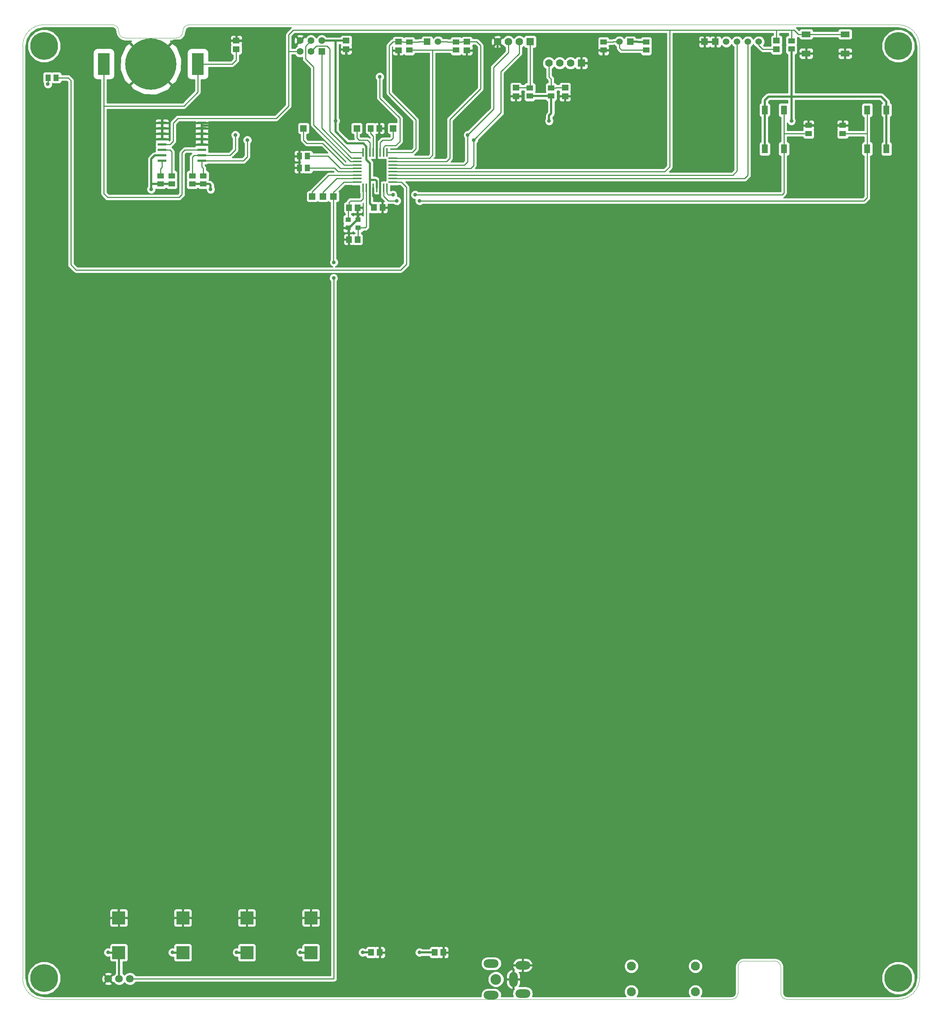
<source format=gbl>
%FSLAX46Y46*%
G04 Gerber Fmt 4.6, Leading zero omitted, Abs format (unit mm)*
G04 Created by KiCad (PCBNEW (2014-09-25 BZR 5147)-product) date Monday 20 October 2014 05:54:54 PM IST*
%MOMM*%
G01*
G04 APERTURE LIST*
%ADD10C,0.150000*%
%ADD11C,0.100000*%
%ADD12R,1.300480X1.498600*%
%ADD13C,6.500000*%
%ADD14R,1.524000X1.524000*%
%ADD15O,2.000000X3.500000*%
%ADD16O,3.500000X2.000000*%
%ADD17C,2.500000*%
%ADD18C,2.100000*%
%ADD19R,1.998980X0.599440*%
%ADD20R,1.498600X1.300480*%
%ADD21R,1.300480X1.049020*%
%ADD22R,0.449580X1.998980*%
%ADD23R,1.998980X0.449580*%
%ADD24R,1.600000X1.600000*%
%ADD25C,1.600000*%
%ADD26C,1.524000*%
%ADD27R,3.048000X3.048000*%
%ADD28R,1.550000X1.350000*%
%ADD29R,1.350000X1.550000*%
%ADD30C,1.778000*%
%ADD31R,1.778000X1.778000*%
%ADD32R,2.800000X5.100000*%
%ADD33C,12.000000*%
%ADD34R,1.400000X2.100000*%
%ADD35R,2.100000X1.400000*%
%ADD36C,1.800000*%
%ADD37C,0.889000*%
%ADD38C,0.254000*%
%ADD39C,0.508000*%
G04 APERTURE END LIST*
D10*
D11*
X220000000Y-269000000D02*
X59000000Y-269000000D01*
X233000000Y-269000000D02*
X259000000Y-269000000D01*
X231500000Y-261500000D02*
X231500000Y-267500000D01*
X221500000Y-267500000D02*
X221500000Y-261500000D01*
X231500000Y-267500000D02*
G75*
G03X233000000Y-269000000I1500000J0D01*
G74*
G01*
X220000000Y-269000000D02*
G75*
G03X221500000Y-267500000I0J1500000D01*
G74*
G01*
X231500000Y-261500000D02*
G75*
G03X230000000Y-260000000I-1500000J0D01*
G74*
G01*
X223000000Y-260000000D02*
G75*
G03X221500000Y-261500000I0J-1500000D01*
G74*
G01*
X264000000Y-46000000D02*
X264000000Y-264000000D01*
X93000000Y-41000000D02*
X259000000Y-41000000D01*
X75000000Y-41000000D02*
X59000000Y-41000000D01*
X76500000Y-42500000D02*
X76500000Y-42600000D01*
X76500000Y-42500000D02*
G75*
G03X75000000Y-41000000I-1500000J0D01*
G74*
G01*
X91500000Y-42500000D02*
X91500000Y-42600000D01*
X93000000Y-41000000D02*
G75*
G03X91500000Y-42500000I0J-1500000D01*
G74*
G01*
X90000000Y-44100000D02*
G75*
G03X91500000Y-42600000I0J1500000D01*
G74*
G01*
X76500000Y-42600000D02*
G75*
G03X78000000Y-44100000I1500000J0D01*
G74*
G01*
X84000000Y-44100000D02*
X90000000Y-44100000D01*
X84000000Y-44100000D02*
X78000000Y-44100000D01*
X54000000Y-264000000D02*
X54000000Y-46000000D01*
X259000000Y-269000000D02*
G75*
G03X264000000Y-264000000I0J5000000D01*
G74*
G01*
X264000000Y-46000000D02*
G75*
G03X259000000Y-41000000I-5000000J0D01*
G74*
G01*
X59000000Y-41000000D02*
G75*
G03X54000000Y-46000000I0J-5000000D01*
G74*
G01*
X54000000Y-264000000D02*
G75*
G03X59000000Y-269000000I5000000J0D01*
G74*
G01*
X230000000Y-260000000D02*
X223000000Y-260000000D01*
D12*
X61852500Y-53400000D03*
X59947500Y-53400000D03*
D13*
X259000000Y-264000000D03*
X59000000Y-264000000D03*
X259000000Y-46000000D03*
X59000000Y-46000000D03*
D14*
X121800000Y-81200000D03*
X124300000Y-81200000D03*
X126800000Y-81200000D03*
X140750000Y-65250000D03*
X132250000Y-65250000D03*
D15*
X168900000Y-264300000D03*
D16*
X171100000Y-261000000D03*
X171100000Y-267600000D03*
X163700000Y-260600000D03*
X163700000Y-268000000D03*
D17*
X164800000Y-264300000D03*
D18*
X211500000Y-261200000D03*
X211500000Y-267200000D03*
X196500000Y-261200000D03*
X196500000Y-267200000D03*
D19*
X86649260Y-72845000D03*
X86649260Y-71575000D03*
X86649260Y-70305000D03*
X86649260Y-69035000D03*
X86649260Y-67765000D03*
X86649260Y-66495000D03*
X86649260Y-65225000D03*
X86649260Y-63955000D03*
X95950740Y-63955000D03*
X95950740Y-65225000D03*
X95950740Y-66495000D03*
X95950740Y-67765000D03*
X95950740Y-69035000D03*
X95950740Y-70305000D03*
X95950740Y-71575000D03*
X95950740Y-72845000D03*
D20*
X86300000Y-78252500D03*
X86300000Y-76347500D03*
X88900000Y-78252500D03*
X88900000Y-76347500D03*
X93700000Y-78252500D03*
X93700000Y-76347500D03*
D21*
X132543000Y-88502500D03*
X130257000Y-86597500D03*
X132543000Y-86597500D03*
X130257000Y-88502500D03*
D22*
X133700920Y-79150360D03*
X134501020Y-79150360D03*
X135301120Y-79150360D03*
X136101220Y-79150360D03*
X136898780Y-79150360D03*
X137698880Y-79150360D03*
X138498980Y-79150360D03*
X139299080Y-79150360D03*
X139299080Y-70849640D03*
X133700920Y-70849640D03*
X134501020Y-70849640D03*
X135301120Y-70849640D03*
X136101220Y-70849640D03*
X136898780Y-70849640D03*
X137698880Y-70849640D03*
X138498980Y-70849640D03*
D23*
X140650360Y-77799080D03*
X140650360Y-76998980D03*
X140650360Y-76198880D03*
X140650360Y-75398780D03*
X140650360Y-74601220D03*
X140650360Y-73801120D03*
X140650360Y-73001020D03*
X140650360Y-72200920D03*
X132349640Y-77799080D03*
X132349640Y-76998980D03*
X132349640Y-76198880D03*
X132349640Y-75398780D03*
X132349640Y-74601220D03*
X132349640Y-73801120D03*
X132349640Y-73001020D03*
X132349640Y-72200920D03*
D24*
X124040000Y-47270000D03*
D25*
X124040000Y-44730000D03*
X121500000Y-47270000D03*
X121500000Y-44730000D03*
X118960000Y-47270000D03*
X118960000Y-44730000D03*
D20*
X144500000Y-45047500D03*
X144500000Y-46952500D03*
D14*
X148730000Y-45000000D03*
D26*
X151270000Y-45000000D03*
D20*
X155500000Y-46952500D03*
X155500000Y-45047500D03*
X190000000Y-45047500D03*
X190000000Y-46952500D03*
D14*
X196270000Y-45000000D03*
D26*
X193730000Y-45000000D03*
D20*
X200000000Y-45047500D03*
X200000000Y-46952500D03*
X234000000Y-46702500D03*
X234000000Y-44797500D03*
X96300000Y-78252500D03*
X96300000Y-76347500D03*
D27*
X76500000Y-258064000D03*
X76500000Y-249936000D03*
X121500000Y-258064000D03*
X121500000Y-249936000D03*
X106500000Y-258064000D03*
X106500000Y-249936000D03*
X91500000Y-258064000D03*
X91500000Y-249936000D03*
D28*
X230500000Y-44750000D03*
X230500000Y-46750000D03*
X158000000Y-45000000D03*
X158000000Y-47000000D03*
X142000000Y-45000000D03*
X142000000Y-47000000D03*
X129750000Y-46750000D03*
X129750000Y-44750000D03*
X104000000Y-46750000D03*
X104000000Y-44750000D03*
D29*
X135500000Y-65250000D03*
X137500000Y-65250000D03*
X136250000Y-83750000D03*
X138250000Y-83750000D03*
X132400000Y-83800000D03*
X130400000Y-83800000D03*
X132400000Y-91250000D03*
X130400000Y-91250000D03*
X135600000Y-258000000D03*
X137600000Y-258000000D03*
D14*
X213650000Y-45000000D03*
X216190000Y-45000000D03*
D26*
X218730000Y-45000000D03*
X221270000Y-45000000D03*
X223810000Y-45000000D03*
X226350000Y-45000000D03*
D28*
X181000000Y-55750000D03*
X181000000Y-57750000D03*
X169500000Y-55750000D03*
X169500000Y-57750000D03*
D20*
X177750000Y-55797500D03*
X177750000Y-57702500D03*
X172750000Y-57702500D03*
X172750000Y-55797500D03*
D30*
X165190000Y-45000000D03*
X167730000Y-45000000D03*
X170270000Y-45000000D03*
D31*
X172810000Y-45000000D03*
D30*
X177190000Y-50000000D03*
X179730000Y-50000000D03*
X182270000Y-50000000D03*
D31*
X184810000Y-50000000D03*
D32*
X95000000Y-50200000D03*
X73000000Y-50200000D03*
D33*
X84000000Y-50200000D03*
D20*
X238000000Y-66452500D03*
X238000000Y-64547500D03*
X246000000Y-66452500D03*
X246000000Y-64547500D03*
D12*
X118797500Y-74500000D03*
X120702500Y-74500000D03*
X118797500Y-71750000D03*
X120702500Y-71750000D03*
D34*
X256250000Y-60950000D03*
X256250000Y-70050000D03*
X251750000Y-70050000D03*
X251750000Y-60950000D03*
X227750000Y-70050000D03*
X227750000Y-60950000D03*
X232250000Y-60950000D03*
X232250000Y-70050000D03*
D35*
X237450000Y-43250000D03*
X246550000Y-43250000D03*
X246550000Y-47750000D03*
X237450000Y-47750000D03*
D14*
X119750000Y-65250000D03*
D29*
X150500000Y-258000000D03*
X152500000Y-258000000D03*
D36*
X79121000Y-264160000D03*
X76581000Y-264160000D03*
X74041000Y-264160000D03*
D37*
X126873000Y-96583500D03*
X126809500Y-100266500D03*
X137600000Y-53200000D03*
X59900000Y-54900000D03*
X159600000Y-68000000D03*
X106600000Y-68000000D03*
X158200000Y-66800000D03*
X103800000Y-66800000D03*
X127250000Y-63500000D03*
X119000000Y-258000000D03*
X104100000Y-258000000D03*
X89100000Y-258000000D03*
X74000000Y-258000000D03*
X234000000Y-63500000D03*
X84100000Y-79500000D03*
X98000000Y-79500000D03*
X177250000Y-63500000D03*
X133600000Y-258000000D03*
X146900000Y-258000000D03*
X83600000Y-70600000D03*
X242000000Y-54600000D03*
X243100000Y-70600000D03*
X130300000Y-54600000D03*
X162800000Y-54600000D03*
X169500000Y-70600000D03*
X190000000Y-54600000D03*
X142000000Y-54600000D03*
X158000000Y-54600000D03*
X261500000Y-248500000D03*
X90400000Y-70600000D03*
X138100000Y-86600000D03*
X76500000Y-246600000D03*
X91500000Y-246600000D03*
X106500000Y-246600000D03*
X121500000Y-246600000D03*
X136500000Y-246600000D03*
X145900000Y-80800000D03*
X140700000Y-80800000D03*
X146900000Y-82200000D03*
X141600000Y-82200000D03*
D38*
X146050000Y-63250000D02*
X146050000Y-70050000D01*
X145250360Y-70849640D02*
X139299080Y-70849640D01*
X146050000Y-70050000D02*
X145250360Y-70849640D01*
X146800000Y-45000000D02*
X146752500Y-45047500D01*
X146752500Y-45047500D02*
X144500000Y-45047500D01*
X148730000Y-45000000D02*
X146800000Y-45000000D01*
X143000000Y-45000000D02*
X143047500Y-45047500D01*
X143047500Y-45047500D02*
X144500000Y-45047500D01*
X142000000Y-45000000D02*
X143000000Y-45000000D01*
X140700000Y-45000000D02*
X139800000Y-45900000D01*
X139800000Y-45900000D02*
X139800000Y-57000000D01*
X139800000Y-57000000D02*
X146050000Y-63250000D01*
X142000000Y-45000000D02*
X140700000Y-45000000D01*
X153400000Y-45000000D02*
X153447500Y-45047500D01*
X153447500Y-45047500D02*
X155500000Y-45047500D01*
X151270000Y-45000000D02*
X153400000Y-45000000D01*
X156900000Y-45000000D02*
X156852500Y-45047500D01*
X156852500Y-45047500D02*
X155500000Y-45047500D01*
X158000000Y-45000000D02*
X156900000Y-45000000D01*
X153248980Y-73001020D02*
X154000000Y-72250000D01*
X154000000Y-72250000D02*
X154000000Y-63200000D01*
X160300000Y-45000000D02*
X158000000Y-45000000D01*
X160300000Y-45000000D02*
X161200000Y-45900000D01*
X161200000Y-56000000D02*
X154000000Y-63200000D01*
X161200000Y-45900000D02*
X161200000Y-56000000D01*
X140650360Y-73001020D02*
X153248980Y-73001020D01*
X79121000Y-264160000D02*
X126873000Y-264160000D01*
X126800000Y-96510500D02*
X126800000Y-81200000D01*
X126873000Y-96583500D02*
X126800000Y-96510500D01*
X126809500Y-264096500D02*
X126809500Y-100266500D01*
X126873000Y-264160000D02*
X126809500Y-264096500D01*
X129200920Y-77799080D02*
X126800000Y-80200000D01*
X126800000Y-80200000D02*
X126800000Y-81200000D01*
X132349640Y-77799080D02*
X129200920Y-77799080D01*
X132349640Y-76998980D02*
X127501020Y-76998980D01*
X124300000Y-80200000D02*
X124300000Y-81200000D01*
X127501020Y-76998980D02*
X124300000Y-80200000D01*
X132349640Y-76198880D02*
X125701120Y-76198880D01*
X121800000Y-80100000D02*
X121800000Y-81200000D01*
X125701120Y-76198880D02*
X121800000Y-80100000D01*
X142300000Y-62850000D02*
X142300000Y-68300000D01*
X141350000Y-69250000D02*
X138900000Y-69250000D01*
X142300000Y-68300000D02*
X141350000Y-69250000D01*
X137600000Y-53200000D02*
X137600000Y-58150000D01*
X137600000Y-58150000D02*
X142300000Y-62850000D01*
X138498980Y-69651020D02*
X138900000Y-69250000D01*
X138498980Y-70849640D02*
X138498980Y-69651020D01*
X194202500Y-46952500D02*
X193730000Y-46480000D01*
X193730000Y-46480000D02*
X193730000Y-45000000D01*
X200000000Y-46952500D02*
X194202500Y-46952500D01*
X192250000Y-45000000D02*
X192202500Y-45047500D01*
X192202500Y-45047500D02*
X190000000Y-45047500D01*
X193730000Y-45000000D02*
X192250000Y-45000000D01*
X65250000Y-54050000D02*
X65250000Y-97150000D01*
X65250000Y-97150000D02*
X66500000Y-98400000D01*
X142500000Y-98400000D02*
X66500000Y-98400000D01*
X143850000Y-97050000D02*
X142500000Y-98400000D01*
X143850000Y-79000000D02*
X143850000Y-97050000D01*
X142649080Y-77799080D02*
X143850000Y-79000000D01*
X140650360Y-77799080D02*
X142649080Y-77799080D01*
X64600000Y-53400000D02*
X65250000Y-54050000D01*
X61852500Y-53400000D02*
X64600000Y-53400000D01*
X124040000Y-47270000D02*
X124040000Y-65240000D01*
X124040000Y-65240000D02*
X131000920Y-72200920D01*
X131000920Y-72200920D02*
X132349640Y-72200920D01*
X122100000Y-64400000D02*
X130701020Y-73001020D01*
X132349640Y-73001020D02*
X130701020Y-73001020D01*
X122100000Y-50900000D02*
X120200000Y-49000000D01*
X120200000Y-49000000D02*
X120200000Y-46030000D01*
X120200000Y-46030000D02*
X121500000Y-44730000D01*
X122100000Y-64400000D02*
X122100000Y-50900000D01*
X234000000Y-42250000D02*
X234650000Y-42250000D01*
X235650000Y-43250000D02*
X237450000Y-43250000D01*
X234650000Y-42250000D02*
X235650000Y-43250000D01*
X237450000Y-43250000D02*
X246550000Y-43250000D01*
X118960000Y-47270000D02*
X116250000Y-47270000D01*
X116250000Y-60000000D02*
X116250000Y-47270000D01*
X86534260Y-69150000D02*
X86649260Y-69035000D01*
X116250000Y-60000000D02*
X113350000Y-62900000D01*
X90350000Y-62900000D02*
X113350000Y-62900000D01*
X89250000Y-64000000D02*
X90350000Y-62900000D01*
X116250000Y-43350000D02*
X117350000Y-42250000D01*
X116250000Y-47270000D02*
X116250000Y-43350000D01*
X205500000Y-42250000D02*
X117350000Y-42250000D01*
X230500000Y-42250000D02*
X205500000Y-42250000D01*
X88465000Y-69035000D02*
X89250000Y-68250000D01*
X89250000Y-68250000D02*
X89250000Y-64000000D01*
X86649260Y-69035000D02*
X88465000Y-69035000D01*
X205500000Y-74250000D02*
X205500000Y-42250000D01*
X234000000Y-42250000D02*
X230500000Y-42250000D01*
X230500000Y-44750000D02*
X230500000Y-42250000D01*
X234000000Y-44797500D02*
X234000000Y-42250000D01*
X204351220Y-75398780D02*
X205500000Y-74250000D01*
X140650360Y-75398780D02*
X204351220Y-75398780D01*
X221270000Y-75230000D02*
X220301120Y-76198880D01*
X220301120Y-76198880D02*
X140650360Y-76198880D01*
X221270000Y-45000000D02*
X221270000Y-75230000D01*
X59947500Y-54852500D02*
X59900000Y-54900000D01*
X59947500Y-53400000D02*
X59947500Y-54852500D01*
X125900000Y-65950000D02*
X125900000Y-46650000D01*
X133700920Y-70849640D02*
X130799640Y-70849640D01*
X130799640Y-70849640D02*
X125900000Y-65950000D01*
X125900000Y-46650000D02*
X125250000Y-46000000D01*
X122770000Y-46000000D02*
X121500000Y-47270000D01*
X125250000Y-46000000D02*
X122770000Y-46000000D01*
X96300000Y-76347500D02*
X96300000Y-74600000D01*
X95950740Y-74250740D02*
X95950740Y-72845000D01*
X96300000Y-74600000D02*
X95950740Y-74250740D01*
X106600000Y-68000000D02*
X106600000Y-71900000D01*
X105655000Y-72845000D02*
X106600000Y-71900000D01*
X95950740Y-72845000D02*
X105655000Y-72845000D01*
X166000000Y-61600000D02*
X159600000Y-68000000D01*
X166000000Y-52000000D02*
X166000000Y-61600000D01*
X170270000Y-47730000D02*
X166000000Y-52000000D01*
X170270000Y-45000000D02*
X170270000Y-47730000D01*
X158898780Y-74601220D02*
X159600000Y-73900000D01*
X159600000Y-73900000D02*
X159600000Y-68000000D01*
X140650360Y-74601220D02*
X158898780Y-74601220D01*
X93700000Y-76347500D02*
X93700000Y-72000000D01*
X93700000Y-72000000D02*
X94125000Y-71575000D01*
X94125000Y-71575000D02*
X95950740Y-71575000D01*
X158200000Y-73050000D02*
X158200000Y-66800000D01*
X103800000Y-70300000D02*
X102525000Y-71575000D01*
X103800000Y-66800000D02*
X103800000Y-70300000D01*
X95950740Y-71575000D02*
X102525000Y-71575000D01*
X94125000Y-71575000D02*
X95950740Y-71575000D01*
X167730000Y-47520000D02*
X164250000Y-51000000D01*
X164250000Y-51000000D02*
X164250000Y-60750000D01*
X164250000Y-60750000D02*
X158200000Y-66800000D01*
X167730000Y-45000000D02*
X167730000Y-47520000D01*
X157448880Y-73801120D02*
X158200000Y-73050000D01*
X140650360Y-73801120D02*
X157448880Y-73801120D01*
X140650360Y-72200920D02*
X149299080Y-72200920D01*
X150000000Y-46952500D02*
X144500000Y-46952500D01*
X155500000Y-46952500D02*
X150000000Y-46952500D01*
X150000000Y-71500000D02*
X149299080Y-72200920D01*
X150000000Y-46952500D02*
X150000000Y-71500000D01*
X223810000Y-76190000D02*
X223001020Y-76998980D01*
X223001020Y-76998980D02*
X140650360Y-76998980D01*
X223810000Y-45000000D02*
X223810000Y-76190000D01*
D39*
X76581000Y-264160000D02*
X76581000Y-258145000D01*
X76581000Y-258145000D02*
X76500000Y-258064000D01*
X234000000Y-57800000D02*
X255000000Y-57800000D01*
X256250000Y-59050000D02*
X256250000Y-60950000D01*
X255000000Y-57800000D02*
X256250000Y-59050000D01*
X227750000Y-60950000D02*
X227750000Y-58650000D01*
X228600000Y-57800000D02*
X234000000Y-57800000D01*
X227750000Y-58650000D02*
X228600000Y-57800000D01*
X227750000Y-70050000D02*
X227750000Y-60950000D01*
X256250000Y-70050000D02*
X256250000Y-60950000D01*
X127250000Y-64500000D02*
X127250000Y-63500000D01*
X127250000Y-44730000D02*
X127250000Y-64500000D01*
X127250000Y-64500000D02*
X127250000Y-66000000D01*
X127250000Y-66000000D02*
X130000000Y-68750000D01*
X130000000Y-68750000D02*
X133750000Y-68750000D01*
X134501020Y-70849640D02*
X134501020Y-69501020D01*
X134501020Y-69501020D02*
X133750000Y-68750000D01*
X121500000Y-258064000D02*
X119064000Y-258064000D01*
X119064000Y-258064000D02*
X119000000Y-258000000D01*
X106500000Y-258064000D02*
X104164000Y-258064000D01*
X104164000Y-258064000D02*
X104100000Y-258000000D01*
X91500000Y-258064000D02*
X89164000Y-258064000D01*
X89164000Y-258064000D02*
X89100000Y-258000000D01*
X74064000Y-258064000D02*
X76500000Y-258064000D01*
X74000000Y-258000000D02*
X74064000Y-258064000D01*
X234000000Y-46702500D02*
X234000000Y-57800000D01*
X234000000Y-57800000D02*
X234000000Y-63500000D01*
X124040000Y-44730000D02*
X127250000Y-44730000D01*
X127250000Y-44730000D02*
X129730000Y-44730000D01*
X129730000Y-44730000D02*
X129750000Y-44750000D01*
X86300000Y-78252500D02*
X84100000Y-78252500D01*
X84100000Y-72400000D02*
X84100000Y-78252500D01*
X84925000Y-71575000D02*
X84100000Y-72400000D01*
X86649260Y-71575000D02*
X84925000Y-71575000D01*
X84100000Y-78252500D02*
X84100000Y-79500000D01*
X96300000Y-78252500D02*
X97752500Y-78252500D01*
X98000000Y-78500000D02*
X98000000Y-79500000D01*
X97752500Y-78252500D02*
X98000000Y-78500000D01*
X88900000Y-78252500D02*
X86300000Y-78252500D01*
X96300000Y-78252500D02*
X93700000Y-78252500D01*
D38*
X86574260Y-71650000D02*
X86649260Y-71575000D01*
D39*
X135301120Y-73401120D02*
X134501020Y-72601020D01*
X134501020Y-72601020D02*
X134501020Y-70849640D01*
X135301120Y-77300000D02*
X135301120Y-73401120D01*
X135301120Y-79150360D02*
X135301120Y-77300000D01*
X136898780Y-77598780D02*
X136600000Y-77300000D01*
X136600000Y-77300000D02*
X135301120Y-77300000D01*
X136898780Y-79150360D02*
X136898780Y-77598780D01*
X172750000Y-57702500D02*
X177750000Y-57702500D01*
X198000000Y-45000000D02*
X198047500Y-45047500D01*
X198047500Y-45047500D02*
X200000000Y-45047500D01*
X196270000Y-45000000D02*
X198000000Y-45000000D01*
X135301120Y-82801120D02*
X136250000Y-83750000D01*
X135301120Y-79150360D02*
X135301120Y-82801120D01*
X177250000Y-62250000D02*
X177250000Y-63500000D01*
X177750000Y-61750000D02*
X177250000Y-62250000D01*
X177750000Y-57702500D02*
X177750000Y-61750000D01*
X135600000Y-258000000D02*
X133600000Y-258000000D01*
X150500000Y-258000000D02*
X146900000Y-258000000D01*
X86649260Y-61500000D02*
X84500000Y-61500000D01*
X83600000Y-62400000D02*
X83600000Y-70600000D01*
X84500000Y-61500000D02*
X83600000Y-62400000D01*
X242000000Y-47750000D02*
X242000000Y-54600000D01*
X242200000Y-64547500D02*
X242200000Y-68500000D01*
X243100000Y-69400000D02*
X243100000Y-70600000D01*
X242200000Y-68500000D02*
X243100000Y-69400000D01*
X130300000Y-49100000D02*
X130300000Y-54600000D01*
X129750000Y-46750000D02*
X129750000Y-48550000D01*
X129750000Y-48550000D02*
X130300000Y-49100000D01*
X165190000Y-45000000D02*
X165190000Y-47610000D01*
X162800000Y-50000000D02*
X162800000Y-54600000D01*
X165190000Y-47610000D02*
X162800000Y-50000000D01*
X169500000Y-57750000D02*
X169500000Y-70600000D01*
X190000000Y-46952500D02*
X190000000Y-54600000D01*
X184810000Y-50000000D02*
X184810000Y-56490000D01*
X183550000Y-57750000D02*
X181000000Y-57750000D01*
X184810000Y-56490000D02*
X183550000Y-57750000D01*
X184810000Y-50000000D02*
X190000000Y-50000000D01*
X86649260Y-63955000D02*
X86649260Y-61500000D01*
X105500000Y-61500000D02*
X86649260Y-61500000D01*
X104000000Y-44750000D02*
X106250000Y-44750000D01*
X107000000Y-60000000D02*
X105500000Y-61500000D01*
X107000000Y-45500000D02*
X107000000Y-60000000D01*
X106250000Y-44750000D02*
X107000000Y-45500000D01*
X190000000Y-46952500D02*
X190000000Y-50000000D01*
X142000000Y-47000000D02*
X142000000Y-54600000D01*
X158000000Y-47000000D02*
X158000000Y-54600000D01*
X237450000Y-47750000D02*
X242000000Y-47750000D01*
X242000000Y-47750000D02*
X246550000Y-47750000D01*
X238000000Y-64547500D02*
X242200000Y-64547500D01*
X242200000Y-64547500D02*
X246000000Y-64547500D01*
X130400000Y-91250000D02*
X130400000Y-92500000D01*
X137500000Y-93000000D02*
X138100000Y-92400000D01*
X138100000Y-92400000D02*
X138100000Y-86600000D01*
X118797500Y-71750000D02*
X118797500Y-73250000D01*
X118797500Y-73250000D02*
X118797500Y-74500000D01*
X136898780Y-70849640D02*
X136898780Y-67101220D01*
X137500000Y-66500000D02*
X137500000Y-65250000D01*
X136898780Y-67101220D02*
X137500000Y-66500000D01*
X171100000Y-261000000D02*
X171100000Y-264300000D01*
X168900000Y-264300000D02*
X171100000Y-264300000D01*
X171100000Y-264300000D02*
X178700000Y-264300000D01*
X178700000Y-264300000D02*
X181250000Y-261750000D01*
X181250000Y-250750000D02*
X183500000Y-248500000D01*
X181250000Y-261750000D02*
X181250000Y-250750000D01*
X261500000Y-248500000D02*
X183500000Y-248500000D01*
X104000000Y-44750000D02*
X89450000Y-44750000D01*
X89450000Y-44750000D02*
X84000000Y-50200000D01*
X90400000Y-70600000D02*
X90400000Y-68500000D01*
X90400000Y-68500000D02*
X91135000Y-67765000D01*
D38*
X137181800Y-65420700D02*
X137352500Y-65250000D01*
D39*
X130400000Y-88645500D02*
X130257000Y-88502500D01*
X130400000Y-91250000D02*
X130400000Y-88645500D01*
X132400000Y-86454500D02*
X132543000Y-86597500D01*
X132400000Y-83800000D02*
X132400000Y-86454500D01*
X130447500Y-88502500D02*
X130257000Y-88502500D01*
X132352500Y-86597500D02*
X130447500Y-88502500D01*
X132543000Y-86597500D02*
X132352500Y-86597500D01*
X137698880Y-73398880D02*
X136898780Y-72598780D01*
X136898780Y-72598780D02*
X136898780Y-70849640D01*
X137698880Y-79150360D02*
X137698880Y-73398880D01*
X86649260Y-67765000D02*
X86649260Y-66495000D01*
X86649260Y-66495000D02*
X86649260Y-65225000D01*
X86649260Y-65225000D02*
X86649260Y-63955000D01*
X95950740Y-69035000D02*
X95950740Y-67765000D01*
X95950740Y-67765000D02*
X95950740Y-66495000D01*
X95950740Y-66495000D02*
X95950740Y-65225000D01*
X95950740Y-64600000D02*
X95950740Y-63955000D01*
X95950740Y-65225000D02*
X95950740Y-64600000D01*
X95950740Y-67765000D02*
X91135000Y-67765000D01*
X138250000Y-85450000D02*
X138100000Y-85600000D01*
X138250000Y-83750000D02*
X138250000Y-85450000D01*
X138100000Y-85600000D02*
X138100000Y-86600000D01*
X137698880Y-79150360D02*
X137698880Y-81724600D01*
X136724600Y-81724600D02*
X137698880Y-81724600D01*
X136101220Y-81101220D02*
X136724600Y-81724600D01*
X136101220Y-79150360D02*
X136101220Y-81101220D01*
X138250000Y-82275720D02*
X137698880Y-81724600D01*
X138250000Y-83750000D02*
X138250000Y-82275720D01*
X137500000Y-61600000D02*
X136800000Y-60900000D01*
X136800000Y-60900000D02*
X131100000Y-60900000D01*
X131100000Y-60900000D02*
X130300000Y-60100000D01*
X130300000Y-60100000D02*
X130300000Y-54600000D01*
X137500000Y-65250000D02*
X137500000Y-61600000D01*
X112500000Y-64600000D02*
X113700000Y-65800000D01*
X113700000Y-65800000D02*
X113700000Y-71800000D01*
X113700000Y-71800000D02*
X115150000Y-73250000D01*
X115150000Y-73250000D02*
X118797500Y-73250000D01*
X95950740Y-64600000D02*
X112500000Y-64600000D01*
X130900000Y-93000000D02*
X130400000Y-92500000D01*
X137500000Y-93000000D02*
X130900000Y-93000000D01*
X76500000Y-249936000D02*
X76500000Y-246600000D01*
X91500000Y-249936000D02*
X91500000Y-246600000D01*
X106500000Y-249936000D02*
X106500000Y-246600000D01*
X121500000Y-249936000D02*
X121500000Y-246600000D01*
X137600000Y-251000000D02*
X136500000Y-249900000D01*
X136500000Y-249900000D02*
X136500000Y-246600000D01*
X137600000Y-258000000D02*
X137600000Y-251000000D01*
D38*
X134501020Y-79150360D02*
X134501020Y-88198980D01*
X134197500Y-88502500D02*
X132543000Y-88502500D01*
X134501020Y-88198980D02*
X134197500Y-88502500D01*
X132543000Y-91107000D02*
X132400000Y-91250000D01*
X132543000Y-88502500D02*
X132543000Y-91107000D01*
X227250000Y-46750000D02*
X226350000Y-45850000D01*
X226350000Y-45850000D02*
X226350000Y-45000000D01*
X230500000Y-46750000D02*
X227250000Y-46750000D01*
X130257000Y-83943000D02*
X130400000Y-83800000D01*
X130257000Y-86597500D02*
X130257000Y-83943000D01*
X130400000Y-82600000D02*
X130800000Y-82200000D01*
X130800000Y-82200000D02*
X133200000Y-82200000D01*
X133200000Y-82200000D02*
X133700920Y-81699080D01*
X133700920Y-81699080D02*
X133700920Y-79150360D01*
X130400000Y-83800000D02*
X130400000Y-82600000D01*
X88900000Y-76347500D02*
X88900000Y-70700000D01*
X88505000Y-70305000D02*
X86649260Y-70305000D01*
X88900000Y-70700000D02*
X88505000Y-70305000D01*
X86300000Y-76347500D02*
X86300000Y-74700000D01*
X86649260Y-74350740D02*
X86649260Y-72845000D01*
X86300000Y-74700000D02*
X86649260Y-74350740D01*
X177750000Y-53750000D02*
X177190000Y-53190000D01*
X177750000Y-55797500D02*
X177750000Y-53750000D01*
X177750000Y-55797500D02*
X178797500Y-55797500D01*
X178797500Y-55797500D02*
X178845000Y-55750000D01*
X177190000Y-53190000D02*
X177190000Y-50000000D01*
X178845000Y-55750000D02*
X181000000Y-55750000D01*
X172810000Y-55737500D02*
X172750000Y-55797500D01*
X172810000Y-45000000D02*
X172810000Y-55737500D01*
X172702500Y-55750000D02*
X172750000Y-55797500D01*
X169500000Y-55750000D02*
X172702500Y-55750000D01*
X139299080Y-79150360D02*
X139299080Y-80499080D01*
X232250000Y-80350000D02*
X232250000Y-70050000D01*
X231800000Y-80800000D02*
X232250000Y-80350000D01*
X145900000Y-80800000D02*
X231800000Y-80800000D01*
X139600000Y-80800000D02*
X140700000Y-80800000D01*
X139299080Y-80499080D02*
X139600000Y-80800000D01*
X238000000Y-66452500D02*
X232250000Y-66452500D01*
X232250000Y-70050000D02*
X232250000Y-66452500D01*
X232250000Y-66452500D02*
X232250000Y-60950000D01*
X138498980Y-79150360D02*
X138498980Y-81098980D01*
X251750000Y-81450000D02*
X251750000Y-70050000D01*
X251000000Y-82200000D02*
X251750000Y-81450000D01*
X146900000Y-82200000D02*
X251000000Y-82200000D01*
X139600000Y-82200000D02*
X141600000Y-82200000D01*
X138498980Y-81098980D02*
X139600000Y-82200000D01*
X246000000Y-66452500D02*
X251750000Y-66452500D01*
X251750000Y-60950000D02*
X251750000Y-66452500D01*
X251750000Y-66452500D02*
X251750000Y-70050000D01*
X120702500Y-74500000D02*
X127000000Y-74500000D01*
X127898780Y-75398780D02*
X132349640Y-75398780D01*
X127000000Y-74500000D02*
X127898780Y-75398780D01*
X120702500Y-71750000D02*
X125500000Y-71750000D01*
X128351220Y-74601220D02*
X132349640Y-74601220D01*
X125500000Y-71750000D02*
X128351220Y-74601220D01*
X135301120Y-70849640D02*
X135301120Y-68551120D01*
X132250000Y-67500000D02*
X132250000Y-65250000D01*
X132750000Y-68000000D02*
X132250000Y-67500000D01*
X134750000Y-68000000D02*
X132750000Y-68000000D01*
X135301120Y-68551120D02*
X134750000Y-68000000D01*
X137698880Y-70849640D02*
X137698880Y-68551120D01*
X140750000Y-67500000D02*
X140750000Y-65250000D01*
X140250000Y-68000000D02*
X140750000Y-67500000D01*
X138250000Y-68000000D02*
X140250000Y-68000000D01*
X137698880Y-68551120D02*
X138250000Y-68000000D01*
X132349640Y-73801120D02*
X129301120Y-73801120D01*
X119750000Y-68000000D02*
X119750000Y-65250000D01*
X120500000Y-68750000D02*
X119750000Y-68000000D01*
X124250000Y-68750000D02*
X120500000Y-68750000D01*
X129301120Y-73801120D02*
X124250000Y-68750000D01*
X90600000Y-81400000D02*
X91300000Y-80700000D01*
X91300000Y-80700000D02*
X91300000Y-71000000D01*
X91300000Y-71000000D02*
X91995000Y-70305000D01*
X91995000Y-70305000D02*
X95950740Y-70305000D01*
X73900000Y-81400000D02*
X90600000Y-81400000D01*
X73000000Y-50200000D02*
X73000000Y-60000000D01*
X73000000Y-80500000D02*
X73900000Y-81400000D01*
X73000000Y-60000000D02*
X73000000Y-80500000D01*
X95000000Y-56750000D02*
X91750000Y-60000000D01*
X91750000Y-60000000D02*
X73000000Y-60000000D01*
X95000000Y-50200000D02*
X95000000Y-56750000D01*
X104000000Y-49250000D02*
X103050000Y-50200000D01*
X103050000Y-50200000D02*
X95000000Y-50200000D01*
X104000000Y-46750000D02*
X104000000Y-49250000D01*
X136101220Y-70849640D02*
X136101220Y-67101220D01*
X135500000Y-66500000D02*
X135500000Y-65250000D01*
X136101220Y-67101220D02*
X135500000Y-66500000D01*
G36*
X133739020Y-85731284D02*
X133731567Y-85713291D01*
X133710000Y-85691724D01*
X133710000Y-84701310D01*
X133710000Y-84448691D01*
X133710000Y-84085750D01*
X133551250Y-83927000D01*
X132527000Y-83927000D01*
X132527000Y-85051250D01*
X132685750Y-85210000D01*
X133201309Y-85210000D01*
X133434698Y-85113327D01*
X133613327Y-84934699D01*
X133710000Y-84701310D01*
X133710000Y-85691724D01*
X133552938Y-85534663D01*
X133319549Y-85437990D01*
X132828750Y-85437990D01*
X132670000Y-85596740D01*
X132670000Y-86470500D01*
X132690000Y-86470500D01*
X132690000Y-86724500D01*
X132670000Y-86724500D01*
X132670000Y-86744500D01*
X132416000Y-86744500D01*
X132416000Y-86724500D01*
X132396000Y-86724500D01*
X132396000Y-86470500D01*
X132416000Y-86470500D01*
X132416000Y-85596740D01*
X132257250Y-85437990D01*
X131766451Y-85437990D01*
X131533062Y-85534663D01*
X131399999Y-85667724D01*
X131266939Y-85534663D01*
X131033550Y-85437990D01*
X131019000Y-85437990D01*
X131019000Y-85210000D01*
X131201309Y-85210000D01*
X131400000Y-85127699D01*
X131598691Y-85210000D01*
X132114250Y-85210000D01*
X132273000Y-85051250D01*
X132273000Y-83927000D01*
X132253000Y-83927000D01*
X132253000Y-83673000D01*
X132273000Y-83673000D01*
X132273000Y-83653000D01*
X132527000Y-83653000D01*
X132527000Y-83673000D01*
X133551250Y-83673000D01*
X133710000Y-83514250D01*
X133710000Y-83151309D01*
X133710000Y-82898690D01*
X133664379Y-82788551D01*
X133738815Y-82738815D01*
X133739020Y-82738610D01*
X133739020Y-85731284D01*
X133739020Y-85731284D01*
G37*
X133739020Y-85731284D02*
X133731567Y-85713291D01*
X133710000Y-85691724D01*
X133710000Y-84701310D01*
X133710000Y-84448691D01*
X133710000Y-84085750D01*
X133551250Y-83927000D01*
X132527000Y-83927000D01*
X132527000Y-85051250D01*
X132685750Y-85210000D01*
X133201309Y-85210000D01*
X133434698Y-85113327D01*
X133613327Y-84934699D01*
X133710000Y-84701310D01*
X133710000Y-85691724D01*
X133552938Y-85534663D01*
X133319549Y-85437990D01*
X132828750Y-85437990D01*
X132670000Y-85596740D01*
X132670000Y-86470500D01*
X132690000Y-86470500D01*
X132690000Y-86724500D01*
X132670000Y-86724500D01*
X132670000Y-86744500D01*
X132416000Y-86744500D01*
X132416000Y-86724500D01*
X132396000Y-86724500D01*
X132396000Y-86470500D01*
X132416000Y-86470500D01*
X132416000Y-85596740D01*
X132257250Y-85437990D01*
X131766451Y-85437990D01*
X131533062Y-85534663D01*
X131399999Y-85667724D01*
X131266939Y-85534663D01*
X131033550Y-85437990D01*
X131019000Y-85437990D01*
X131019000Y-85210000D01*
X131201309Y-85210000D01*
X131400000Y-85127699D01*
X131598691Y-85210000D01*
X132114250Y-85210000D01*
X132273000Y-85051250D01*
X132273000Y-83927000D01*
X132253000Y-83927000D01*
X132253000Y-83673000D01*
X132273000Y-83673000D01*
X132273000Y-83653000D01*
X132527000Y-83653000D01*
X132527000Y-83673000D01*
X133551250Y-83673000D01*
X133710000Y-83514250D01*
X133710000Y-83151309D01*
X133710000Y-82898690D01*
X133664379Y-82788551D01*
X133738815Y-82738815D01*
X133739020Y-82738610D01*
X133739020Y-85731284D01*
G36*
X139036145Y-77399029D02*
X139015870Y-77447980D01*
X139015870Y-77515870D01*
X138947981Y-77515870D01*
X138899030Y-77536145D01*
X138850080Y-77515870D01*
X138597461Y-77515870D01*
X138147881Y-77515870D01*
X138098930Y-77536145D01*
X138049980Y-77515870D01*
X137970025Y-77515870D01*
X137825882Y-77660013D01*
X137825882Y-77515870D01*
X137771288Y-77515870D01*
X137720109Y-77258575D01*
X137720109Y-77258574D01*
X137527398Y-76970162D01*
X137228618Y-76671382D01*
X136940206Y-76478671D01*
X136600000Y-76411000D01*
X136190120Y-76411000D01*
X136190120Y-73401120D01*
X136122449Y-73060914D01*
X135929738Y-72772502D01*
X135641366Y-72484130D01*
X135652219Y-72484130D01*
X135701169Y-72463854D01*
X135750120Y-72484130D01*
X136002739Y-72484130D01*
X136452319Y-72484130D01*
X136499999Y-72464380D01*
X136547680Y-72484130D01*
X136627635Y-72484130D01*
X136786385Y-72325380D01*
X136786385Y-72286780D01*
X136864337Y-72208829D01*
X136900050Y-72122609D01*
X136935763Y-72208828D01*
X137011175Y-72284240D01*
X137011175Y-72325380D01*
X137169925Y-72484130D01*
X137249880Y-72484130D01*
X137298830Y-72463854D01*
X137347780Y-72484130D01*
X137600399Y-72484130D01*
X138049979Y-72484130D01*
X138098929Y-72463854D01*
X138147880Y-72484130D01*
X138400499Y-72484130D01*
X138850079Y-72484130D01*
X138899029Y-72463854D01*
X138947980Y-72484130D01*
X139015870Y-72484130D01*
X139015870Y-72552019D01*
X139036145Y-72600969D01*
X139015870Y-72649920D01*
X139015870Y-72902539D01*
X139015870Y-73352119D01*
X139036145Y-73401069D01*
X139015870Y-73450020D01*
X139015870Y-73702639D01*
X139015870Y-74152219D01*
X139036145Y-74201169D01*
X139015870Y-74250120D01*
X139015870Y-74502739D01*
X139015870Y-74952319D01*
X139035619Y-74999999D01*
X139015870Y-75047680D01*
X139015870Y-75300299D01*
X139015870Y-75749879D01*
X139036145Y-75798829D01*
X139015870Y-75847780D01*
X139015870Y-76100399D01*
X139015870Y-76549979D01*
X139036145Y-76598929D01*
X139015870Y-76647880D01*
X139015870Y-76900499D01*
X139015870Y-77350079D01*
X139036145Y-77399029D01*
X139036145Y-77399029D01*
G37*
X139036145Y-77399029D02*
X139015870Y-77447980D01*
X139015870Y-77515870D01*
X138947981Y-77515870D01*
X138899030Y-77536145D01*
X138850080Y-77515870D01*
X138597461Y-77515870D01*
X138147881Y-77515870D01*
X138098930Y-77536145D01*
X138049980Y-77515870D01*
X137970025Y-77515870D01*
X137825882Y-77660013D01*
X137825882Y-77515870D01*
X137771288Y-77515870D01*
X137720109Y-77258575D01*
X137720109Y-77258574D01*
X137527398Y-76970162D01*
X137228618Y-76671382D01*
X136940206Y-76478671D01*
X136600000Y-76411000D01*
X136190120Y-76411000D01*
X136190120Y-73401120D01*
X136122449Y-73060914D01*
X135929738Y-72772502D01*
X135641366Y-72484130D01*
X135652219Y-72484130D01*
X135701169Y-72463854D01*
X135750120Y-72484130D01*
X136002739Y-72484130D01*
X136452319Y-72484130D01*
X136499999Y-72464380D01*
X136547680Y-72484130D01*
X136627635Y-72484130D01*
X136786385Y-72325380D01*
X136786385Y-72286780D01*
X136864337Y-72208829D01*
X136900050Y-72122609D01*
X136935763Y-72208828D01*
X137011175Y-72284240D01*
X137011175Y-72325380D01*
X137169925Y-72484130D01*
X137249880Y-72484130D01*
X137298830Y-72463854D01*
X137347780Y-72484130D01*
X137600399Y-72484130D01*
X138049979Y-72484130D01*
X138098929Y-72463854D01*
X138147880Y-72484130D01*
X138400499Y-72484130D01*
X138850079Y-72484130D01*
X138899029Y-72463854D01*
X138947980Y-72484130D01*
X139015870Y-72484130D01*
X139015870Y-72552019D01*
X139036145Y-72600969D01*
X139015870Y-72649920D01*
X139015870Y-72902539D01*
X139015870Y-73352119D01*
X139036145Y-73401069D01*
X139015870Y-73450020D01*
X139015870Y-73702639D01*
X139015870Y-74152219D01*
X139036145Y-74201169D01*
X139015870Y-74250120D01*
X139015870Y-74502739D01*
X139015870Y-74952319D01*
X139035619Y-74999999D01*
X139015870Y-75047680D01*
X139015870Y-75300299D01*
X139015870Y-75749879D01*
X139036145Y-75798829D01*
X139015870Y-75847780D01*
X139015870Y-76100399D01*
X139015870Y-76549979D01*
X139036145Y-76598929D01*
X139015870Y-76647880D01*
X139015870Y-76900499D01*
X139015870Y-77350079D01*
X139036145Y-77399029D01*
G36*
X143088000Y-96734369D02*
X142184369Y-97638000D01*
X139560000Y-97638000D01*
X139560000Y-84651310D01*
X139560000Y-84398691D01*
X139560000Y-84035750D01*
X139401250Y-83877000D01*
X138377000Y-83877000D01*
X138377000Y-85001250D01*
X138535750Y-85160000D01*
X139051309Y-85160000D01*
X139284698Y-85063327D01*
X139463327Y-84884699D01*
X139560000Y-84651310D01*
X139560000Y-97638000D01*
X130273000Y-97638000D01*
X130273000Y-92501250D01*
X130273000Y-91377000D01*
X130273000Y-91123000D01*
X130273000Y-89998750D01*
X130130000Y-89855750D01*
X130130000Y-89503260D01*
X130130000Y-88629500D01*
X129130510Y-88629500D01*
X128971760Y-88788250D01*
X128971760Y-88900701D01*
X128971760Y-89153320D01*
X129068433Y-89386709D01*
X129247062Y-89565337D01*
X129480451Y-89662010D01*
X129971250Y-89662010D01*
X130130000Y-89503260D01*
X130130000Y-89855750D01*
X130114250Y-89840000D01*
X129598691Y-89840000D01*
X129365302Y-89936673D01*
X129186673Y-90115301D01*
X129090000Y-90348690D01*
X129090000Y-90601309D01*
X129090000Y-90964250D01*
X129248750Y-91123000D01*
X130273000Y-91123000D01*
X130273000Y-91377000D01*
X129248750Y-91377000D01*
X129090000Y-91535750D01*
X129090000Y-91898691D01*
X129090000Y-92151310D01*
X129186673Y-92384699D01*
X129365302Y-92563327D01*
X129598691Y-92660000D01*
X130114250Y-92660000D01*
X130273000Y-92501250D01*
X130273000Y-97638000D01*
X127147741Y-97638000D01*
X127483689Y-97499189D01*
X127787622Y-97195786D01*
X127952313Y-96799168D01*
X127952687Y-96369716D01*
X127788689Y-95972811D01*
X127562000Y-95745726D01*
X127562000Y-82597000D01*
X127688309Y-82597000D01*
X127921698Y-82500327D01*
X128100327Y-82321699D01*
X128197000Y-82088310D01*
X128197000Y-81835691D01*
X128197000Y-80311691D01*
X128100327Y-80078302D01*
X128049827Y-80027802D01*
X129516550Y-78561080D01*
X130989334Y-78561080D01*
X130990451Y-78562197D01*
X131223840Y-78658870D01*
X131476459Y-78658870D01*
X132841130Y-78658870D01*
X132841130Y-80276159D01*
X132937803Y-80509548D01*
X132938920Y-80510665D01*
X132938920Y-81383450D01*
X132884370Y-81438000D01*
X130800000Y-81438000D01*
X130508395Y-81496004D01*
X130261184Y-81661185D01*
X129861185Y-82061185D01*
X129696004Y-82308395D01*
X129679771Y-82390000D01*
X129598691Y-82390000D01*
X129365302Y-82486673D01*
X129186673Y-82665301D01*
X129090000Y-82898690D01*
X129090000Y-83151309D01*
X129090000Y-84701309D01*
X129186673Y-84934698D01*
X129365301Y-85113327D01*
X129495000Y-85167050D01*
X129495000Y-85437990D01*
X129480451Y-85437990D01*
X129247062Y-85534663D01*
X129068433Y-85713291D01*
X128971760Y-85946680D01*
X128971760Y-86199299D01*
X128971760Y-87248319D01*
X129068433Y-87481708D01*
X129136724Y-87549999D01*
X129068433Y-87618291D01*
X128971760Y-87851680D01*
X128971760Y-88104299D01*
X128971760Y-88216750D01*
X129130510Y-88375500D01*
X130130000Y-88375500D01*
X130130000Y-88355500D01*
X130384000Y-88355500D01*
X130384000Y-88375500D01*
X130404000Y-88375500D01*
X130404000Y-88629500D01*
X130384000Y-88629500D01*
X130384000Y-89503260D01*
X130542750Y-89662010D01*
X131033549Y-89662010D01*
X131266938Y-89565337D01*
X131400000Y-89432275D01*
X131533061Y-89565337D01*
X131766450Y-89662010D01*
X131781000Y-89662010D01*
X131781000Y-89840000D01*
X131598691Y-89840000D01*
X131400000Y-89922300D01*
X131201309Y-89840000D01*
X130685750Y-89840000D01*
X130527000Y-89998750D01*
X130527000Y-91123000D01*
X130547000Y-91123000D01*
X130547000Y-91377000D01*
X130527000Y-91377000D01*
X130527000Y-92501250D01*
X130685750Y-92660000D01*
X131201309Y-92660000D01*
X131399999Y-92577699D01*
X131598690Y-92660000D01*
X131851309Y-92660000D01*
X133201309Y-92660000D01*
X133434698Y-92563327D01*
X133613327Y-92384699D01*
X133710000Y-92151310D01*
X133710000Y-91898691D01*
X133710000Y-90348691D01*
X133613327Y-90115302D01*
X133434699Y-89936673D01*
X133305000Y-89882949D01*
X133305000Y-89662010D01*
X133319549Y-89662010D01*
X133552938Y-89565337D01*
X133731567Y-89386709D01*
X133782187Y-89264500D01*
X134197500Y-89264500D01*
X134197500Y-89264499D01*
X134489104Y-89206496D01*
X134489105Y-89206496D01*
X134736315Y-89041315D01*
X135039835Y-88737795D01*
X135205016Y-88490585D01*
X135263019Y-88198980D01*
X135263020Y-88198980D01*
X135263020Y-85083092D01*
X135448690Y-85160000D01*
X135701309Y-85160000D01*
X137051309Y-85160000D01*
X137250000Y-85077699D01*
X137448691Y-85160000D01*
X137964250Y-85160000D01*
X138123000Y-85001250D01*
X138123000Y-83877000D01*
X138103000Y-83877000D01*
X138103000Y-83623000D01*
X138123000Y-83623000D01*
X138123000Y-82498750D01*
X137964250Y-82340000D01*
X137448691Y-82340000D01*
X137250000Y-82422300D01*
X137051310Y-82340000D01*
X136798691Y-82340000D01*
X136190120Y-82340000D01*
X136190120Y-80784850D01*
X136228222Y-80784850D01*
X136228222Y-80640707D01*
X136372365Y-80784850D01*
X136452320Y-80784850D01*
X136500000Y-80765100D01*
X136547680Y-80784850D01*
X136800299Y-80784850D01*
X137249879Y-80784850D01*
X137298829Y-80764574D01*
X137347780Y-80784850D01*
X137427735Y-80784850D01*
X137586485Y-80626100D01*
X137586485Y-80584960D01*
X137661897Y-80509549D01*
X137698880Y-80420263D01*
X137735863Y-80509548D01*
X137736980Y-80510665D01*
X137736980Y-81098980D01*
X137794984Y-81390585D01*
X137960165Y-81637795D01*
X138662369Y-82340000D01*
X138535750Y-82340000D01*
X138377000Y-82498750D01*
X138377000Y-83623000D01*
X139401250Y-83623000D01*
X139560000Y-83464250D01*
X139560000Y-83101309D01*
X139560000Y-82954043D01*
X139600000Y-82962000D01*
X140835358Y-82962000D01*
X140987714Y-83114622D01*
X141384332Y-83279313D01*
X141813784Y-83279687D01*
X142210689Y-83115689D01*
X142514622Y-82812286D01*
X142679313Y-82415668D01*
X142679687Y-81986216D01*
X142515689Y-81589311D01*
X142212286Y-81285378D01*
X141815668Y-81120687D01*
X141735733Y-81120617D01*
X141779313Y-81015668D01*
X141779687Y-80586216D01*
X141615689Y-80189311D01*
X141312286Y-79885378D01*
X140915668Y-79720687D01*
X140486216Y-79720313D01*
X140158870Y-79855569D01*
X140158870Y-78658870D01*
X141776159Y-78658870D01*
X142009548Y-78562197D01*
X142010665Y-78561080D01*
X142333449Y-78561080D01*
X143088000Y-79315630D01*
X143088000Y-96734369D01*
X143088000Y-96734369D01*
G37*
X143088000Y-96734369D02*
X142184369Y-97638000D01*
X139560000Y-97638000D01*
X139560000Y-84651310D01*
X139560000Y-84398691D01*
X139560000Y-84035750D01*
X139401250Y-83877000D01*
X138377000Y-83877000D01*
X138377000Y-85001250D01*
X138535750Y-85160000D01*
X139051309Y-85160000D01*
X139284698Y-85063327D01*
X139463327Y-84884699D01*
X139560000Y-84651310D01*
X139560000Y-97638000D01*
X130273000Y-97638000D01*
X130273000Y-92501250D01*
X130273000Y-91377000D01*
X130273000Y-91123000D01*
X130273000Y-89998750D01*
X130130000Y-89855750D01*
X130130000Y-89503260D01*
X130130000Y-88629500D01*
X129130510Y-88629500D01*
X128971760Y-88788250D01*
X128971760Y-88900701D01*
X128971760Y-89153320D01*
X129068433Y-89386709D01*
X129247062Y-89565337D01*
X129480451Y-89662010D01*
X129971250Y-89662010D01*
X130130000Y-89503260D01*
X130130000Y-89855750D01*
X130114250Y-89840000D01*
X129598691Y-89840000D01*
X129365302Y-89936673D01*
X129186673Y-90115301D01*
X129090000Y-90348690D01*
X129090000Y-90601309D01*
X129090000Y-90964250D01*
X129248750Y-91123000D01*
X130273000Y-91123000D01*
X130273000Y-91377000D01*
X129248750Y-91377000D01*
X129090000Y-91535750D01*
X129090000Y-91898691D01*
X129090000Y-92151310D01*
X129186673Y-92384699D01*
X129365302Y-92563327D01*
X129598691Y-92660000D01*
X130114250Y-92660000D01*
X130273000Y-92501250D01*
X130273000Y-97638000D01*
X127147741Y-97638000D01*
X127483689Y-97499189D01*
X127787622Y-97195786D01*
X127952313Y-96799168D01*
X127952687Y-96369716D01*
X127788689Y-95972811D01*
X127562000Y-95745726D01*
X127562000Y-82597000D01*
X127688309Y-82597000D01*
X127921698Y-82500327D01*
X128100327Y-82321699D01*
X128197000Y-82088310D01*
X128197000Y-81835691D01*
X128197000Y-80311691D01*
X128100327Y-80078302D01*
X128049827Y-80027802D01*
X129516550Y-78561080D01*
X130989334Y-78561080D01*
X130990451Y-78562197D01*
X131223840Y-78658870D01*
X131476459Y-78658870D01*
X132841130Y-78658870D01*
X132841130Y-80276159D01*
X132937803Y-80509548D01*
X132938920Y-80510665D01*
X132938920Y-81383450D01*
X132884370Y-81438000D01*
X130800000Y-81438000D01*
X130508395Y-81496004D01*
X130261184Y-81661185D01*
X129861185Y-82061185D01*
X129696004Y-82308395D01*
X129679771Y-82390000D01*
X129598691Y-82390000D01*
X129365302Y-82486673D01*
X129186673Y-82665301D01*
X129090000Y-82898690D01*
X129090000Y-83151309D01*
X129090000Y-84701309D01*
X129186673Y-84934698D01*
X129365301Y-85113327D01*
X129495000Y-85167050D01*
X129495000Y-85437990D01*
X129480451Y-85437990D01*
X129247062Y-85534663D01*
X129068433Y-85713291D01*
X128971760Y-85946680D01*
X128971760Y-86199299D01*
X128971760Y-87248319D01*
X129068433Y-87481708D01*
X129136724Y-87549999D01*
X129068433Y-87618291D01*
X128971760Y-87851680D01*
X128971760Y-88104299D01*
X128971760Y-88216750D01*
X129130510Y-88375500D01*
X130130000Y-88375500D01*
X130130000Y-88355500D01*
X130384000Y-88355500D01*
X130384000Y-88375500D01*
X130404000Y-88375500D01*
X130404000Y-88629500D01*
X130384000Y-88629500D01*
X130384000Y-89503260D01*
X130542750Y-89662010D01*
X131033549Y-89662010D01*
X131266938Y-89565337D01*
X131400000Y-89432275D01*
X131533061Y-89565337D01*
X131766450Y-89662010D01*
X131781000Y-89662010D01*
X131781000Y-89840000D01*
X131598691Y-89840000D01*
X131400000Y-89922300D01*
X131201309Y-89840000D01*
X130685750Y-89840000D01*
X130527000Y-89998750D01*
X130527000Y-91123000D01*
X130547000Y-91123000D01*
X130547000Y-91377000D01*
X130527000Y-91377000D01*
X130527000Y-92501250D01*
X130685750Y-92660000D01*
X131201309Y-92660000D01*
X131399999Y-92577699D01*
X131598690Y-92660000D01*
X131851309Y-92660000D01*
X133201309Y-92660000D01*
X133434698Y-92563327D01*
X133613327Y-92384699D01*
X133710000Y-92151310D01*
X133710000Y-91898691D01*
X133710000Y-90348691D01*
X133613327Y-90115302D01*
X133434699Y-89936673D01*
X133305000Y-89882949D01*
X133305000Y-89662010D01*
X133319549Y-89662010D01*
X133552938Y-89565337D01*
X133731567Y-89386709D01*
X133782187Y-89264500D01*
X134197500Y-89264500D01*
X134197500Y-89264499D01*
X134489104Y-89206496D01*
X134489105Y-89206496D01*
X134736315Y-89041315D01*
X135039835Y-88737795D01*
X135205016Y-88490585D01*
X135263019Y-88198980D01*
X135263020Y-88198980D01*
X135263020Y-85083092D01*
X135448690Y-85160000D01*
X135701309Y-85160000D01*
X137051309Y-85160000D01*
X137250000Y-85077699D01*
X137448691Y-85160000D01*
X137964250Y-85160000D01*
X138123000Y-85001250D01*
X138123000Y-83877000D01*
X138103000Y-83877000D01*
X138103000Y-83623000D01*
X138123000Y-83623000D01*
X138123000Y-82498750D01*
X137964250Y-82340000D01*
X137448691Y-82340000D01*
X137250000Y-82422300D01*
X137051310Y-82340000D01*
X136798691Y-82340000D01*
X136190120Y-82340000D01*
X136190120Y-80784850D01*
X136228222Y-80784850D01*
X136228222Y-80640707D01*
X136372365Y-80784850D01*
X136452320Y-80784850D01*
X136500000Y-80765100D01*
X136547680Y-80784850D01*
X136800299Y-80784850D01*
X137249879Y-80784850D01*
X137298829Y-80764574D01*
X137347780Y-80784850D01*
X137427735Y-80784850D01*
X137586485Y-80626100D01*
X137586485Y-80584960D01*
X137661897Y-80509549D01*
X137698880Y-80420263D01*
X137735863Y-80509548D01*
X137736980Y-80510665D01*
X137736980Y-81098980D01*
X137794984Y-81390585D01*
X137960165Y-81637795D01*
X138662369Y-82340000D01*
X138535750Y-82340000D01*
X138377000Y-82498750D01*
X138377000Y-83623000D01*
X139401250Y-83623000D01*
X139560000Y-83464250D01*
X139560000Y-83101309D01*
X139560000Y-82954043D01*
X139600000Y-82962000D01*
X140835358Y-82962000D01*
X140987714Y-83114622D01*
X141384332Y-83279313D01*
X141813784Y-83279687D01*
X142210689Y-83115689D01*
X142514622Y-82812286D01*
X142679313Y-82415668D01*
X142679687Y-81986216D01*
X142515689Y-81589311D01*
X142212286Y-81285378D01*
X141815668Y-81120687D01*
X141735733Y-81120617D01*
X141779313Y-81015668D01*
X141779687Y-80586216D01*
X141615689Y-80189311D01*
X141312286Y-79885378D01*
X140915668Y-79720687D01*
X140486216Y-79720313D01*
X140158870Y-79855569D01*
X140158870Y-78658870D01*
X141776159Y-78658870D01*
X142009548Y-78562197D01*
X142010665Y-78561080D01*
X142333449Y-78561080D01*
X143088000Y-79315630D01*
X143088000Y-96734369D01*
G36*
X149238000Y-71184369D02*
X148983449Y-71438920D01*
X145713649Y-71438920D01*
X145789175Y-71388455D01*
X146588815Y-70588815D01*
X146588816Y-70588815D01*
X146687834Y-70440623D01*
X146753996Y-70341605D01*
X146753996Y-70341604D01*
X146812000Y-70050000D01*
X146812000Y-63250000D01*
X146753996Y-62958396D01*
X146753996Y-62958395D01*
X146687834Y-62859376D01*
X146588816Y-62711185D01*
X141873000Y-57995369D01*
X141873000Y-48151250D01*
X141873000Y-47127000D01*
X140748750Y-47127000D01*
X140590000Y-47285750D01*
X140590000Y-47801309D01*
X140686673Y-48034698D01*
X140865301Y-48213327D01*
X141098690Y-48310000D01*
X141351309Y-48310000D01*
X141714250Y-48310000D01*
X141873000Y-48151250D01*
X141873000Y-57995369D01*
X140562000Y-56684369D01*
X140562000Y-46215630D01*
X140597821Y-46179809D01*
X140590000Y-46198691D01*
X140590000Y-46714250D01*
X140748750Y-46873000D01*
X141873000Y-46873000D01*
X141873000Y-46853000D01*
X142127000Y-46853000D01*
X142127000Y-46873000D01*
X142147000Y-46873000D01*
X142147000Y-47127000D01*
X142127000Y-47127000D01*
X142127000Y-48151250D01*
X142285750Y-48310000D01*
X142648691Y-48310000D01*
X142901310Y-48310000D01*
X143134699Y-48213327D01*
X143298979Y-48049045D01*
X143391001Y-48141067D01*
X143624390Y-48237740D01*
X143877009Y-48237740D01*
X145375609Y-48237740D01*
X145608998Y-48141067D01*
X145787627Y-47962439D01*
X145884300Y-47729050D01*
X145884300Y-47714500D01*
X149238000Y-47714500D01*
X149238000Y-71184369D01*
X149238000Y-71184369D01*
G37*
X149238000Y-71184369D02*
X148983449Y-71438920D01*
X145713649Y-71438920D01*
X145789175Y-71388455D01*
X146588815Y-70588815D01*
X146588816Y-70588815D01*
X146687834Y-70440623D01*
X146753996Y-70341605D01*
X146753996Y-70341604D01*
X146812000Y-70050000D01*
X146812000Y-63250000D01*
X146753996Y-62958396D01*
X146753996Y-62958395D01*
X146687834Y-62859376D01*
X146588816Y-62711185D01*
X141873000Y-57995369D01*
X141873000Y-48151250D01*
X141873000Y-47127000D01*
X140748750Y-47127000D01*
X140590000Y-47285750D01*
X140590000Y-47801309D01*
X140686673Y-48034698D01*
X140865301Y-48213327D01*
X141098690Y-48310000D01*
X141351309Y-48310000D01*
X141714250Y-48310000D01*
X141873000Y-48151250D01*
X141873000Y-57995369D01*
X140562000Y-56684369D01*
X140562000Y-46215630D01*
X140597821Y-46179809D01*
X140590000Y-46198691D01*
X140590000Y-46714250D01*
X140748750Y-46873000D01*
X141873000Y-46873000D01*
X141873000Y-46853000D01*
X142127000Y-46853000D01*
X142127000Y-46873000D01*
X142147000Y-46873000D01*
X142147000Y-47127000D01*
X142127000Y-47127000D01*
X142127000Y-48151250D01*
X142285750Y-48310000D01*
X142648691Y-48310000D01*
X142901310Y-48310000D01*
X143134699Y-48213327D01*
X143298979Y-48049045D01*
X143391001Y-48141067D01*
X143624390Y-48237740D01*
X143877009Y-48237740D01*
X145375609Y-48237740D01*
X145608998Y-48141067D01*
X145787627Y-47962439D01*
X145884300Y-47729050D01*
X145884300Y-47714500D01*
X149238000Y-47714500D01*
X149238000Y-71184369D01*
G36*
X160438000Y-55684369D02*
X159410000Y-56712369D01*
X159410000Y-47801309D01*
X159410000Y-47285750D01*
X159251250Y-47127000D01*
X158127000Y-47127000D01*
X158127000Y-48151250D01*
X158285750Y-48310000D01*
X158648691Y-48310000D01*
X158901310Y-48310000D01*
X159134699Y-48213327D01*
X159313327Y-48034698D01*
X159410000Y-47801309D01*
X159410000Y-56712369D01*
X153461185Y-62661185D01*
X153296004Y-62908395D01*
X153238000Y-63200000D01*
X153238000Y-71934369D01*
X152933349Y-72239020D01*
X150338610Y-72239020D01*
X150538815Y-72038815D01*
X150538816Y-72038815D01*
X150703996Y-71791605D01*
X150703997Y-71791604D01*
X150762000Y-71500000D01*
X150762000Y-47714500D01*
X154115700Y-47714500D01*
X154115700Y-47729049D01*
X154212373Y-47962438D01*
X154391001Y-48141067D01*
X154624390Y-48237740D01*
X154877009Y-48237740D01*
X156375609Y-48237740D01*
X156608998Y-48141067D01*
X156701020Y-48049045D01*
X156865301Y-48213327D01*
X157098690Y-48310000D01*
X157351309Y-48310000D01*
X157714250Y-48310000D01*
X157873000Y-48151250D01*
X157873000Y-47127000D01*
X157853000Y-47127000D01*
X157853000Y-46873000D01*
X157873000Y-46873000D01*
X157873000Y-46853000D01*
X158127000Y-46853000D01*
X158127000Y-46873000D01*
X159251250Y-46873000D01*
X159410000Y-46714250D01*
X159410000Y-46198691D01*
X159327699Y-46000000D01*
X159410000Y-45801310D01*
X159410000Y-45762000D01*
X159984369Y-45762000D01*
X160438000Y-46215630D01*
X160438000Y-55684369D01*
X160438000Y-55684369D01*
G37*
X160438000Y-55684369D02*
X159410000Y-56712369D01*
X159410000Y-47801309D01*
X159410000Y-47285750D01*
X159251250Y-47127000D01*
X158127000Y-47127000D01*
X158127000Y-48151250D01*
X158285750Y-48310000D01*
X158648691Y-48310000D01*
X158901310Y-48310000D01*
X159134699Y-48213327D01*
X159313327Y-48034698D01*
X159410000Y-47801309D01*
X159410000Y-56712369D01*
X153461185Y-62661185D01*
X153296004Y-62908395D01*
X153238000Y-63200000D01*
X153238000Y-71934369D01*
X152933349Y-72239020D01*
X150338610Y-72239020D01*
X150538815Y-72038815D01*
X150538816Y-72038815D01*
X150703996Y-71791605D01*
X150703997Y-71791604D01*
X150762000Y-71500000D01*
X150762000Y-47714500D01*
X154115700Y-47714500D01*
X154115700Y-47729049D01*
X154212373Y-47962438D01*
X154391001Y-48141067D01*
X154624390Y-48237740D01*
X154877009Y-48237740D01*
X156375609Y-48237740D01*
X156608998Y-48141067D01*
X156701020Y-48049045D01*
X156865301Y-48213327D01*
X157098690Y-48310000D01*
X157351309Y-48310000D01*
X157714250Y-48310000D01*
X157873000Y-48151250D01*
X157873000Y-47127000D01*
X157853000Y-47127000D01*
X157853000Y-46873000D01*
X157873000Y-46873000D01*
X157873000Y-46853000D01*
X158127000Y-46853000D01*
X158127000Y-46873000D01*
X159251250Y-46873000D01*
X159410000Y-46714250D01*
X159410000Y-46198691D01*
X159327699Y-46000000D01*
X159410000Y-45801310D01*
X159410000Y-45762000D01*
X159984369Y-45762000D01*
X160438000Y-46215630D01*
X160438000Y-55684369D01*
G36*
X204738000Y-73934369D02*
X204035589Y-74636780D01*
X201384300Y-74636780D01*
X201384300Y-47729050D01*
X201384300Y-47476431D01*
X201384300Y-46175951D01*
X201311418Y-46000000D01*
X201384300Y-45824050D01*
X201384300Y-45571431D01*
X201384300Y-44270951D01*
X201287627Y-44037562D01*
X201108999Y-43858933D01*
X200875610Y-43762260D01*
X200622991Y-43762260D01*
X199124391Y-43762260D01*
X198891002Y-43858933D01*
X198712373Y-44037561D01*
X198662278Y-44158500D01*
X198238799Y-44158500D01*
X198000000Y-44111000D01*
X197666713Y-44111000D01*
X197570327Y-43878302D01*
X197391699Y-43699673D01*
X197158310Y-43603000D01*
X196905691Y-43603000D01*
X195381691Y-43603000D01*
X195148302Y-43699673D01*
X194969673Y-43878301D01*
X194873000Y-44111690D01*
X194873000Y-44167613D01*
X194522370Y-43816371D01*
X194009100Y-43603243D01*
X193453339Y-43602758D01*
X192939697Y-43814990D01*
X192546371Y-44207630D01*
X192533760Y-44238000D01*
X192250000Y-44238000D01*
X192011202Y-44285500D01*
X191384300Y-44285500D01*
X191384300Y-44270951D01*
X191287627Y-44037562D01*
X191108999Y-43858933D01*
X190875610Y-43762260D01*
X190622991Y-43762260D01*
X189124391Y-43762260D01*
X188891002Y-43858933D01*
X188712373Y-44037561D01*
X188615700Y-44270950D01*
X188615700Y-44523569D01*
X188615700Y-45824049D01*
X188688581Y-46000000D01*
X188615700Y-46175951D01*
X188615700Y-46666750D01*
X188774450Y-46825500D01*
X189873000Y-46825500D01*
X189873000Y-46805500D01*
X190127000Y-46805500D01*
X190127000Y-46825500D01*
X191225550Y-46825500D01*
X191384300Y-46666750D01*
X191384300Y-46175951D01*
X191311418Y-46000000D01*
X191384300Y-45824050D01*
X191384300Y-45809500D01*
X192202500Y-45809500D01*
X192202500Y-45809499D01*
X192441296Y-45762000D01*
X192441297Y-45762000D01*
X192533295Y-45762000D01*
X192544990Y-45790303D01*
X192937630Y-46183629D01*
X192968000Y-46196239D01*
X192968000Y-46480000D01*
X193026004Y-46771605D01*
X193191185Y-47018815D01*
X193663685Y-47491315D01*
X193910895Y-47656496D01*
X193910896Y-47656496D01*
X194202500Y-47714500D01*
X198615700Y-47714500D01*
X198615700Y-47729049D01*
X198712373Y-47962438D01*
X198891001Y-48141067D01*
X199124390Y-48237740D01*
X199377009Y-48237740D01*
X200875609Y-48237740D01*
X201108998Y-48141067D01*
X201287627Y-47962439D01*
X201384300Y-47729050D01*
X201384300Y-74636780D01*
X191384300Y-74636780D01*
X191384300Y-47729049D01*
X191384300Y-47238250D01*
X191225550Y-47079500D01*
X190127000Y-47079500D01*
X190127000Y-48078990D01*
X190285750Y-48237740D01*
X190622991Y-48237740D01*
X190875610Y-48237740D01*
X191108999Y-48141067D01*
X191287627Y-47962438D01*
X191384300Y-47729049D01*
X191384300Y-74636780D01*
X189873000Y-74636780D01*
X189873000Y-48078990D01*
X189873000Y-47079500D01*
X188774450Y-47079500D01*
X188615700Y-47238250D01*
X188615700Y-47729049D01*
X188712373Y-47962438D01*
X188891001Y-48141067D01*
X189124390Y-48237740D01*
X189377009Y-48237740D01*
X189714250Y-48237740D01*
X189873000Y-48078990D01*
X189873000Y-74636780D01*
X186334000Y-74636780D01*
X186334000Y-51015310D01*
X186334000Y-50762691D01*
X186334000Y-50285750D01*
X186334000Y-49714250D01*
X186334000Y-49237309D01*
X186334000Y-48984690D01*
X186237327Y-48751301D01*
X186058698Y-48572673D01*
X185825309Y-48476000D01*
X185095750Y-48476000D01*
X184937000Y-48634750D01*
X184937000Y-49873000D01*
X186175250Y-49873000D01*
X186334000Y-49714250D01*
X186334000Y-50285750D01*
X186175250Y-50127000D01*
X184937000Y-50127000D01*
X184937000Y-51365250D01*
X185095750Y-51524000D01*
X185825309Y-51524000D01*
X186058698Y-51427327D01*
X186237327Y-51248699D01*
X186334000Y-51015310D01*
X186334000Y-74636780D01*
X182410000Y-74636780D01*
X182410000Y-58551309D01*
X182410000Y-58035750D01*
X182251250Y-57877000D01*
X181127000Y-57877000D01*
X181127000Y-58901250D01*
X181285750Y-59060000D01*
X181648691Y-59060000D01*
X181901310Y-59060000D01*
X182134699Y-58963327D01*
X182313327Y-58784698D01*
X182410000Y-58551309D01*
X182410000Y-74636780D01*
X180873000Y-74636780D01*
X180873000Y-58901250D01*
X180873000Y-57877000D01*
X179748750Y-57877000D01*
X179590000Y-58035750D01*
X179590000Y-58551309D01*
X179686673Y-58784698D01*
X179865301Y-58963327D01*
X180098690Y-59060000D01*
X180351309Y-59060000D01*
X180714250Y-59060000D01*
X180873000Y-58901250D01*
X180873000Y-74636780D01*
X170910000Y-74636780D01*
X170910000Y-58551309D01*
X170910000Y-58035750D01*
X170751250Y-57877000D01*
X169627000Y-57877000D01*
X169627000Y-58901250D01*
X169785750Y-59060000D01*
X170148691Y-59060000D01*
X170401310Y-59060000D01*
X170634699Y-58963327D01*
X170813327Y-58784698D01*
X170910000Y-58551309D01*
X170910000Y-74636780D01*
X169373000Y-74636780D01*
X169373000Y-58901250D01*
X169373000Y-57877000D01*
X168248750Y-57877000D01*
X168090000Y-58035750D01*
X168090000Y-58551309D01*
X168186673Y-58784698D01*
X168365301Y-58963327D01*
X168598690Y-59060000D01*
X168851309Y-59060000D01*
X169214250Y-59060000D01*
X169373000Y-58901250D01*
X169373000Y-74636780D01*
X159940850Y-74636780D01*
X160138815Y-74438815D01*
X160303996Y-74191605D01*
X160303996Y-74191604D01*
X160362000Y-73900000D01*
X160362000Y-68764641D01*
X160514622Y-68612286D01*
X160679313Y-68215668D01*
X160679502Y-67998127D01*
X166538815Y-62138815D01*
X166538816Y-62138815D01*
X166637834Y-61990623D01*
X166703996Y-61891605D01*
X166703996Y-61891604D01*
X166762000Y-61600000D01*
X166762000Y-52315630D01*
X170808815Y-48268815D01*
X170973996Y-48021605D01*
X170973996Y-48021604D01*
X171032000Y-47730000D01*
X171032000Y-46334118D01*
X171132149Y-46292738D01*
X171322292Y-46102926D01*
X171382673Y-46248698D01*
X171561301Y-46427327D01*
X171794690Y-46524000D01*
X172047309Y-46524000D01*
X172048000Y-46524000D01*
X172048000Y-54512260D01*
X171874391Y-54512260D01*
X171641002Y-54608933D01*
X171462373Y-54787561D01*
X171379348Y-54988000D01*
X170910000Y-54988000D01*
X170910000Y-54948691D01*
X170813327Y-54715302D01*
X170634699Y-54536673D01*
X170401310Y-54440000D01*
X170148691Y-54440000D01*
X168598691Y-54440000D01*
X168365302Y-54536673D01*
X168186673Y-54715301D01*
X168090000Y-54948690D01*
X168090000Y-55201309D01*
X168090000Y-56551309D01*
X168172300Y-56750000D01*
X168090000Y-56948691D01*
X168090000Y-57464250D01*
X168248750Y-57623000D01*
X169373000Y-57623000D01*
X169373000Y-57603000D01*
X169627000Y-57603000D01*
X169627000Y-57623000D01*
X170751250Y-57623000D01*
X170910000Y-57464250D01*
X170910000Y-56948691D01*
X170827699Y-56750000D01*
X170910000Y-56551310D01*
X170910000Y-56512000D01*
X171365700Y-56512000D01*
X171365700Y-56574049D01*
X171438581Y-56749999D01*
X171365700Y-56925950D01*
X171365700Y-57178569D01*
X171365700Y-58479049D01*
X171462373Y-58712438D01*
X171641001Y-58891067D01*
X171874390Y-58987740D01*
X172127009Y-58987740D01*
X173625609Y-58987740D01*
X173858998Y-58891067D01*
X174037627Y-58712439D01*
X174087721Y-58591500D01*
X176412278Y-58591500D01*
X176462373Y-58712438D01*
X176641001Y-58891067D01*
X176861000Y-58982193D01*
X176861000Y-61381764D01*
X176621382Y-61621382D01*
X176428671Y-61909794D01*
X176361000Y-62250000D01*
X176361000Y-62862136D01*
X176335378Y-62887714D01*
X176170687Y-63284332D01*
X176170313Y-63713784D01*
X176334311Y-64110689D01*
X176637714Y-64414622D01*
X177034332Y-64579313D01*
X177463784Y-64579687D01*
X177860689Y-64415689D01*
X178164622Y-64112286D01*
X178329313Y-63715668D01*
X178329687Y-63286216D01*
X178165689Y-62889311D01*
X178139000Y-62862575D01*
X178139000Y-62618236D01*
X178378618Y-62378618D01*
X178571329Y-62090206D01*
X178571329Y-62090205D01*
X178639000Y-61750000D01*
X178639000Y-58982193D01*
X178858998Y-58891067D01*
X179037627Y-58712439D01*
X179134300Y-58479050D01*
X179134300Y-58226431D01*
X179134300Y-56925951D01*
X179061418Y-56750000D01*
X179134300Y-56574050D01*
X179134300Y-56512000D01*
X179590000Y-56512000D01*
X179590000Y-56551309D01*
X179672300Y-56750000D01*
X179590000Y-56948691D01*
X179590000Y-57464250D01*
X179748750Y-57623000D01*
X180873000Y-57623000D01*
X180873000Y-57603000D01*
X181127000Y-57603000D01*
X181127000Y-57623000D01*
X182251250Y-57623000D01*
X182410000Y-57464250D01*
X182410000Y-56948691D01*
X182327699Y-56750000D01*
X182410000Y-56551310D01*
X182410000Y-56298691D01*
X182410000Y-54948691D01*
X182313327Y-54715302D01*
X182134699Y-54536673D01*
X181901310Y-54440000D01*
X181648691Y-54440000D01*
X180098691Y-54440000D01*
X179865302Y-54536673D01*
X179686673Y-54715301D01*
X179590000Y-54948690D01*
X179590000Y-54988000D01*
X179120651Y-54988000D01*
X179037627Y-54787562D01*
X178858999Y-54608933D01*
X178625610Y-54512260D01*
X178512000Y-54512260D01*
X178512000Y-53750000D01*
X178453997Y-53458396D01*
X178453996Y-53458395D01*
X178288816Y-53211185D01*
X177952000Y-52874369D01*
X177952000Y-51334118D01*
X178052149Y-51292738D01*
X178460335Y-50885262D01*
X178865596Y-51291231D01*
X179425528Y-51523735D01*
X180031812Y-51524264D01*
X180592149Y-51292738D01*
X181000335Y-50885262D01*
X181405596Y-51291231D01*
X181965528Y-51523735D01*
X182571812Y-51524264D01*
X183132149Y-51292738D01*
X183322291Y-51102926D01*
X183382673Y-51248699D01*
X183561302Y-51427327D01*
X183794691Y-51524000D01*
X184524250Y-51524000D01*
X184683000Y-51365250D01*
X184683000Y-50127000D01*
X184663000Y-50127000D01*
X184663000Y-49873000D01*
X184683000Y-49873000D01*
X184683000Y-48634750D01*
X184524250Y-48476000D01*
X183794691Y-48476000D01*
X183561302Y-48572673D01*
X183382673Y-48751301D01*
X183322317Y-48897011D01*
X183134404Y-48708769D01*
X182574472Y-48476265D01*
X181968188Y-48475736D01*
X181407851Y-48707262D01*
X180999664Y-49114737D01*
X180594404Y-48708769D01*
X180034472Y-48476265D01*
X179428188Y-48475736D01*
X178867851Y-48707262D01*
X178459664Y-49114737D01*
X178054404Y-48708769D01*
X177494472Y-48476265D01*
X176888188Y-48475736D01*
X176327851Y-48707262D01*
X175898769Y-49135596D01*
X175666265Y-49695528D01*
X175665736Y-50301812D01*
X175897262Y-50862149D01*
X176325596Y-51291231D01*
X176428000Y-51333752D01*
X176428000Y-53190000D01*
X176486004Y-53481605D01*
X176651185Y-53728815D01*
X176988000Y-54065630D01*
X176988000Y-54512260D01*
X176874391Y-54512260D01*
X176641002Y-54608933D01*
X176462373Y-54787561D01*
X176365700Y-55020950D01*
X176365700Y-55273569D01*
X176365700Y-56574049D01*
X176438581Y-56749999D01*
X176412278Y-56813500D01*
X174087721Y-56813500D01*
X174061418Y-56750000D01*
X174134300Y-56574050D01*
X174134300Y-56321431D01*
X174134300Y-55020951D01*
X174037627Y-54787562D01*
X173858999Y-54608933D01*
X173625610Y-54512260D01*
X173572000Y-54512260D01*
X173572000Y-46524000D01*
X173825309Y-46524000D01*
X174058698Y-46427327D01*
X174237327Y-46248699D01*
X174334000Y-46015310D01*
X174334000Y-45762691D01*
X174334000Y-43984691D01*
X174237327Y-43751302D01*
X174058699Y-43572673D01*
X173825310Y-43476000D01*
X173572691Y-43476000D01*
X171794691Y-43476000D01*
X171561302Y-43572673D01*
X171382673Y-43751301D01*
X171322317Y-43897011D01*
X171134404Y-43708769D01*
X170574472Y-43476265D01*
X169968188Y-43475736D01*
X169407851Y-43707262D01*
X168999664Y-44114737D01*
X168594404Y-43708769D01*
X168034472Y-43476265D01*
X167428188Y-43475736D01*
X166867851Y-43707262D01*
X166438769Y-44135596D01*
X166427595Y-44162505D01*
X166262196Y-44107409D01*
X166082591Y-44287014D01*
X166082591Y-43927804D01*
X165997533Y-43672461D01*
X165428035Y-43464484D01*
X164822300Y-43490277D01*
X164382467Y-43672461D01*
X164297409Y-43927804D01*
X165190000Y-44820395D01*
X166082591Y-43927804D01*
X166082591Y-44287014D01*
X165369605Y-45000000D01*
X166262196Y-45892591D01*
X166427137Y-45837646D01*
X166437262Y-45862149D01*
X166865596Y-46291231D01*
X166968000Y-46333752D01*
X166968000Y-47204369D01*
X166082591Y-48089778D01*
X166082591Y-46072196D01*
X165190000Y-45179605D01*
X165010395Y-45359210D01*
X165010395Y-45000000D01*
X164117804Y-44107409D01*
X163862461Y-44192467D01*
X163654484Y-44761965D01*
X163680277Y-45367700D01*
X163862461Y-45807533D01*
X164117804Y-45892591D01*
X165010395Y-45000000D01*
X165010395Y-45359210D01*
X164297409Y-46072196D01*
X164382467Y-46327539D01*
X164951965Y-46535516D01*
X165557700Y-46509723D01*
X165997533Y-46327539D01*
X166082591Y-46072196D01*
X166082591Y-48089778D01*
X163711185Y-50461185D01*
X163546004Y-50708395D01*
X163488000Y-51000000D01*
X163488000Y-60434370D01*
X158201869Y-65720500D01*
X157986216Y-65720313D01*
X157589311Y-65884311D01*
X157285378Y-66187714D01*
X157120687Y-66584332D01*
X157120313Y-67013784D01*
X157284311Y-67410689D01*
X157438000Y-67564646D01*
X157438000Y-72734370D01*
X157133250Y-73039120D01*
X154288510Y-73039120D01*
X154538815Y-72788815D01*
X154538816Y-72788815D01*
X154637834Y-72640623D01*
X154703996Y-72541605D01*
X154703996Y-72541604D01*
X154762000Y-72250000D01*
X154762000Y-63515630D01*
X161738815Y-56538815D01*
X161738816Y-56538815D01*
X161837834Y-56390623D01*
X161903996Y-56291605D01*
X161903996Y-56291604D01*
X161962000Y-56000000D01*
X161962000Y-45900000D01*
X161903996Y-45608395D01*
X161738815Y-45361185D01*
X161738815Y-45361184D01*
X160838815Y-44461185D01*
X160591605Y-44296004D01*
X160300000Y-44238000D01*
X159410000Y-44238000D01*
X159410000Y-44198691D01*
X159313327Y-43965302D01*
X159134699Y-43786673D01*
X158901310Y-43690000D01*
X158648691Y-43690000D01*
X157098691Y-43690000D01*
X156865302Y-43786673D01*
X156701019Y-43950954D01*
X156608999Y-43858933D01*
X156375610Y-43762260D01*
X156122991Y-43762260D01*
X154624391Y-43762260D01*
X154391002Y-43858933D01*
X154212373Y-44037561D01*
X154115700Y-44270950D01*
X154115700Y-44285500D01*
X153638797Y-44285500D01*
X153400000Y-44238000D01*
X152466704Y-44238000D01*
X152455010Y-44209697D01*
X152062370Y-43816371D01*
X151549100Y-43603243D01*
X150993339Y-43602758D01*
X150479697Y-43814990D01*
X150127000Y-44167071D01*
X150127000Y-44111691D01*
X150030327Y-43878302D01*
X149851699Y-43699673D01*
X149618310Y-43603000D01*
X149365691Y-43603000D01*
X147841691Y-43603000D01*
X147608302Y-43699673D01*
X147429673Y-43878301D01*
X147333000Y-44111690D01*
X147333000Y-44238000D01*
X146800000Y-44238000D01*
X146561202Y-44285500D01*
X145884300Y-44285500D01*
X145884300Y-44270951D01*
X145787627Y-44037562D01*
X145608999Y-43858933D01*
X145375610Y-43762260D01*
X145122991Y-43762260D01*
X143624391Y-43762260D01*
X143391002Y-43858933D01*
X143298979Y-43950954D01*
X143134699Y-43786673D01*
X142901310Y-43690000D01*
X142648691Y-43690000D01*
X141098691Y-43690000D01*
X140865302Y-43786673D01*
X140686673Y-43965301D01*
X140590000Y-44198690D01*
X140590000Y-44259880D01*
X140408395Y-44296004D01*
X140161184Y-44461185D01*
X139261185Y-45361185D01*
X139096004Y-45608395D01*
X139038000Y-45900000D01*
X139038000Y-57000000D01*
X139096004Y-57291605D01*
X139261185Y-57538815D01*
X145288000Y-63565630D01*
X145288000Y-69734369D01*
X144934729Y-70087640D01*
X140158870Y-70087640D01*
X140158870Y-70012000D01*
X141350000Y-70012000D01*
X141350000Y-70011999D01*
X141641604Y-69953996D01*
X141641605Y-69953996D01*
X141888815Y-69788815D01*
X142838815Y-68838815D01*
X143003996Y-68591605D01*
X143003996Y-68591604D01*
X143062000Y-68300000D01*
X143062000Y-62850000D01*
X143003996Y-62558396D01*
X143003996Y-62558395D01*
X142937834Y-62459376D01*
X142838816Y-62311185D01*
X138362000Y-57834369D01*
X138362000Y-53964641D01*
X138514622Y-53812286D01*
X138679313Y-53415668D01*
X138679687Y-52986216D01*
X138515689Y-52589311D01*
X138212286Y-52285378D01*
X137815668Y-52120687D01*
X137386216Y-52120313D01*
X136989311Y-52284311D01*
X136685378Y-52587714D01*
X136520687Y-52984332D01*
X136520313Y-53413784D01*
X136684311Y-53810689D01*
X136838000Y-53964646D01*
X136838000Y-58150000D01*
X136896004Y-58441605D01*
X137061185Y-58688815D01*
X141538000Y-63165630D01*
X141538000Y-63853000D01*
X141385691Y-63853000D01*
X139861691Y-63853000D01*
X139628302Y-63949673D01*
X139449673Y-64128301D01*
X139353000Y-64361690D01*
X139353000Y-64614309D01*
X139353000Y-66138309D01*
X139449673Y-66371698D01*
X139628301Y-66550327D01*
X139861690Y-66647000D01*
X139988000Y-66647000D01*
X139988000Y-67184369D01*
X139934369Y-67238000D01*
X138810000Y-67238000D01*
X138810000Y-66151310D01*
X138810000Y-65898691D01*
X138810000Y-65535750D01*
X138810000Y-64964250D01*
X138810000Y-64601309D01*
X138810000Y-64348690D01*
X138713327Y-64115301D01*
X138534698Y-63936673D01*
X138301309Y-63840000D01*
X137785750Y-63840000D01*
X137627000Y-63998750D01*
X137627000Y-65123000D01*
X138651250Y-65123000D01*
X138810000Y-64964250D01*
X138810000Y-65535750D01*
X138651250Y-65377000D01*
X137627000Y-65377000D01*
X137627000Y-66501250D01*
X137785750Y-66660000D01*
X138301309Y-66660000D01*
X138534698Y-66563327D01*
X138713327Y-66384699D01*
X138810000Y-66151310D01*
X138810000Y-67238000D01*
X138250000Y-67238000D01*
X137958395Y-67296004D01*
X137711184Y-67461185D01*
X137160065Y-68012305D01*
X136994884Y-68259515D01*
X136936880Y-68551120D01*
X136936880Y-69489334D01*
X136935763Y-69490451D01*
X136900049Y-69576670D01*
X136864337Y-69490452D01*
X136863220Y-69489334D01*
X136863220Y-67101220D01*
X136805216Y-66809615D01*
X136705246Y-66660000D01*
X137214250Y-66660000D01*
X137373000Y-66501250D01*
X137373000Y-65377000D01*
X137353000Y-65377000D01*
X137353000Y-65123000D01*
X137373000Y-65123000D01*
X137373000Y-63998750D01*
X137214250Y-63840000D01*
X136698691Y-63840000D01*
X136500000Y-63922300D01*
X136301310Y-63840000D01*
X136048691Y-63840000D01*
X134698691Y-63840000D01*
X134465302Y-63936673D01*
X134286673Y-64115301D01*
X134190000Y-64348690D01*
X134190000Y-64601309D01*
X134190000Y-66151309D01*
X134286673Y-66384698D01*
X134465301Y-66563327D01*
X134698690Y-66660000D01*
X134769826Y-66660000D01*
X134796004Y-66791605D01*
X134961185Y-67038815D01*
X135339220Y-67416850D01*
X135339220Y-67511589D01*
X135288815Y-67461185D01*
X135041605Y-67296004D01*
X134750000Y-67238000D01*
X133065630Y-67238000D01*
X133012000Y-67184369D01*
X133012000Y-66647000D01*
X133138309Y-66647000D01*
X133371698Y-66550327D01*
X133550327Y-66371699D01*
X133647000Y-66138310D01*
X133647000Y-65885691D01*
X133647000Y-64361691D01*
X133550327Y-64128302D01*
X133371699Y-63949673D01*
X133138310Y-63853000D01*
X132885691Y-63853000D01*
X131361691Y-63853000D01*
X131160000Y-63936543D01*
X131160000Y-47551309D01*
X131160000Y-47035750D01*
X131001250Y-46877000D01*
X129877000Y-46877000D01*
X129877000Y-47901250D01*
X130035750Y-48060000D01*
X130398691Y-48060000D01*
X130651310Y-48060000D01*
X130884699Y-47963327D01*
X131063327Y-47784698D01*
X131160000Y-47551309D01*
X131160000Y-63936543D01*
X131128302Y-63949673D01*
X130949673Y-64128301D01*
X130853000Y-64361690D01*
X130853000Y-64614309D01*
X130853000Y-66138309D01*
X130949673Y-66371698D01*
X131128301Y-66550327D01*
X131361690Y-66647000D01*
X131488000Y-66647000D01*
X131488000Y-67500000D01*
X131546004Y-67791605D01*
X131592372Y-67861000D01*
X130368236Y-67861000D01*
X129623000Y-67115764D01*
X129623000Y-47901250D01*
X129623000Y-46877000D01*
X128498750Y-46877000D01*
X128340000Y-47035750D01*
X128340000Y-47551309D01*
X128436673Y-47784698D01*
X128615301Y-47963327D01*
X128848690Y-48060000D01*
X129101309Y-48060000D01*
X129464250Y-48060000D01*
X129623000Y-47901250D01*
X129623000Y-67115764D01*
X128139000Y-65631764D01*
X128139000Y-64500000D01*
X128139000Y-64137863D01*
X128164622Y-64112286D01*
X128329313Y-63715668D01*
X128329687Y-63286216D01*
X128165689Y-62889311D01*
X128139000Y-62862575D01*
X128139000Y-45619000D01*
X128368038Y-45619000D01*
X128422300Y-45750000D01*
X128340000Y-45948691D01*
X128340000Y-46464250D01*
X128498750Y-46623000D01*
X129623000Y-46623000D01*
X129623000Y-46603000D01*
X129877000Y-46603000D01*
X129877000Y-46623000D01*
X131001250Y-46623000D01*
X131160000Y-46464250D01*
X131160000Y-45948691D01*
X131077699Y-45750000D01*
X131160000Y-45551310D01*
X131160000Y-45298691D01*
X131160000Y-43948691D01*
X131063327Y-43715302D01*
X130884699Y-43536673D01*
X130651310Y-43440000D01*
X130398691Y-43440000D01*
X128848691Y-43440000D01*
X128615302Y-43536673D01*
X128436673Y-43715301D01*
X128384606Y-43841000D01*
X127250000Y-43841000D01*
X125180177Y-43841000D01*
X124853923Y-43514176D01*
X124326691Y-43295250D01*
X123755813Y-43294752D01*
X123228200Y-43512757D01*
X122824176Y-43916077D01*
X122770137Y-44046215D01*
X122717243Y-43918200D01*
X122313923Y-43514176D01*
X121786691Y-43295250D01*
X121215813Y-43294752D01*
X120688200Y-43512757D01*
X120284176Y-43916077D01*
X120236551Y-44030768D01*
X120213864Y-43975995D01*
X119967745Y-43901861D01*
X119788139Y-44081466D01*
X119788139Y-43722255D01*
X119714005Y-43476136D01*
X119176777Y-43283035D01*
X118606546Y-43310222D01*
X118205995Y-43476136D01*
X118131861Y-43722255D01*
X118960000Y-44550395D01*
X119788139Y-43722255D01*
X119788139Y-44081466D01*
X119139605Y-44730000D01*
X119153747Y-44744142D01*
X118974142Y-44923747D01*
X118960000Y-44909605D01*
X118780395Y-45089210D01*
X118780395Y-44730000D01*
X117952255Y-43901861D01*
X117706136Y-43975995D01*
X117513035Y-44513223D01*
X117540222Y-45083454D01*
X117706136Y-45484005D01*
X117952255Y-45558139D01*
X118780395Y-44730000D01*
X118780395Y-45089210D01*
X118131861Y-45737745D01*
X118205995Y-45983864D01*
X118264253Y-46004804D01*
X118148200Y-46052757D01*
X117744176Y-46456077D01*
X117722615Y-46508000D01*
X117012000Y-46508000D01*
X117012000Y-43665630D01*
X117665630Y-43012000D01*
X204738000Y-43012000D01*
X204738000Y-73934369D01*
X204738000Y-73934369D01*
G37*
X204738000Y-73934369D02*
X204035589Y-74636780D01*
X201384300Y-74636780D01*
X201384300Y-47729050D01*
X201384300Y-47476431D01*
X201384300Y-46175951D01*
X201311418Y-46000000D01*
X201384300Y-45824050D01*
X201384300Y-45571431D01*
X201384300Y-44270951D01*
X201287627Y-44037562D01*
X201108999Y-43858933D01*
X200875610Y-43762260D01*
X200622991Y-43762260D01*
X199124391Y-43762260D01*
X198891002Y-43858933D01*
X198712373Y-44037561D01*
X198662278Y-44158500D01*
X198238799Y-44158500D01*
X198000000Y-44111000D01*
X197666713Y-44111000D01*
X197570327Y-43878302D01*
X197391699Y-43699673D01*
X197158310Y-43603000D01*
X196905691Y-43603000D01*
X195381691Y-43603000D01*
X195148302Y-43699673D01*
X194969673Y-43878301D01*
X194873000Y-44111690D01*
X194873000Y-44167613D01*
X194522370Y-43816371D01*
X194009100Y-43603243D01*
X193453339Y-43602758D01*
X192939697Y-43814990D01*
X192546371Y-44207630D01*
X192533760Y-44238000D01*
X192250000Y-44238000D01*
X192011202Y-44285500D01*
X191384300Y-44285500D01*
X191384300Y-44270951D01*
X191287627Y-44037562D01*
X191108999Y-43858933D01*
X190875610Y-43762260D01*
X190622991Y-43762260D01*
X189124391Y-43762260D01*
X188891002Y-43858933D01*
X188712373Y-44037561D01*
X188615700Y-44270950D01*
X188615700Y-44523569D01*
X188615700Y-45824049D01*
X188688581Y-46000000D01*
X188615700Y-46175951D01*
X188615700Y-46666750D01*
X188774450Y-46825500D01*
X189873000Y-46825500D01*
X189873000Y-46805500D01*
X190127000Y-46805500D01*
X190127000Y-46825500D01*
X191225550Y-46825500D01*
X191384300Y-46666750D01*
X191384300Y-46175951D01*
X191311418Y-46000000D01*
X191384300Y-45824050D01*
X191384300Y-45809500D01*
X192202500Y-45809500D01*
X192202500Y-45809499D01*
X192441296Y-45762000D01*
X192441297Y-45762000D01*
X192533295Y-45762000D01*
X192544990Y-45790303D01*
X192937630Y-46183629D01*
X192968000Y-46196239D01*
X192968000Y-46480000D01*
X193026004Y-46771605D01*
X193191185Y-47018815D01*
X193663685Y-47491315D01*
X193910895Y-47656496D01*
X193910896Y-47656496D01*
X194202500Y-47714500D01*
X198615700Y-47714500D01*
X198615700Y-47729049D01*
X198712373Y-47962438D01*
X198891001Y-48141067D01*
X199124390Y-48237740D01*
X199377009Y-48237740D01*
X200875609Y-48237740D01*
X201108998Y-48141067D01*
X201287627Y-47962439D01*
X201384300Y-47729050D01*
X201384300Y-74636780D01*
X191384300Y-74636780D01*
X191384300Y-47729049D01*
X191384300Y-47238250D01*
X191225550Y-47079500D01*
X190127000Y-47079500D01*
X190127000Y-48078990D01*
X190285750Y-48237740D01*
X190622991Y-48237740D01*
X190875610Y-48237740D01*
X191108999Y-48141067D01*
X191287627Y-47962438D01*
X191384300Y-47729049D01*
X191384300Y-74636780D01*
X189873000Y-74636780D01*
X189873000Y-48078990D01*
X189873000Y-47079500D01*
X188774450Y-47079500D01*
X188615700Y-47238250D01*
X188615700Y-47729049D01*
X188712373Y-47962438D01*
X188891001Y-48141067D01*
X189124390Y-48237740D01*
X189377009Y-48237740D01*
X189714250Y-48237740D01*
X189873000Y-48078990D01*
X189873000Y-74636780D01*
X186334000Y-74636780D01*
X186334000Y-51015310D01*
X186334000Y-50762691D01*
X186334000Y-50285750D01*
X186334000Y-49714250D01*
X186334000Y-49237309D01*
X186334000Y-48984690D01*
X186237327Y-48751301D01*
X186058698Y-48572673D01*
X185825309Y-48476000D01*
X185095750Y-48476000D01*
X184937000Y-48634750D01*
X184937000Y-49873000D01*
X186175250Y-49873000D01*
X186334000Y-49714250D01*
X186334000Y-50285750D01*
X186175250Y-50127000D01*
X184937000Y-50127000D01*
X184937000Y-51365250D01*
X185095750Y-51524000D01*
X185825309Y-51524000D01*
X186058698Y-51427327D01*
X186237327Y-51248699D01*
X186334000Y-51015310D01*
X186334000Y-74636780D01*
X182410000Y-74636780D01*
X182410000Y-58551309D01*
X182410000Y-58035750D01*
X182251250Y-57877000D01*
X181127000Y-57877000D01*
X181127000Y-58901250D01*
X181285750Y-59060000D01*
X181648691Y-59060000D01*
X181901310Y-59060000D01*
X182134699Y-58963327D01*
X182313327Y-58784698D01*
X182410000Y-58551309D01*
X182410000Y-74636780D01*
X180873000Y-74636780D01*
X180873000Y-58901250D01*
X180873000Y-57877000D01*
X179748750Y-57877000D01*
X179590000Y-58035750D01*
X179590000Y-58551309D01*
X179686673Y-58784698D01*
X179865301Y-58963327D01*
X180098690Y-59060000D01*
X180351309Y-59060000D01*
X180714250Y-59060000D01*
X180873000Y-58901250D01*
X180873000Y-74636780D01*
X170910000Y-74636780D01*
X170910000Y-58551309D01*
X170910000Y-58035750D01*
X170751250Y-57877000D01*
X169627000Y-57877000D01*
X169627000Y-58901250D01*
X169785750Y-59060000D01*
X170148691Y-59060000D01*
X170401310Y-59060000D01*
X170634699Y-58963327D01*
X170813327Y-58784698D01*
X170910000Y-58551309D01*
X170910000Y-74636780D01*
X169373000Y-74636780D01*
X169373000Y-58901250D01*
X169373000Y-57877000D01*
X168248750Y-57877000D01*
X168090000Y-58035750D01*
X168090000Y-58551309D01*
X168186673Y-58784698D01*
X168365301Y-58963327D01*
X168598690Y-59060000D01*
X168851309Y-59060000D01*
X169214250Y-59060000D01*
X169373000Y-58901250D01*
X169373000Y-74636780D01*
X159940850Y-74636780D01*
X160138815Y-74438815D01*
X160303996Y-74191605D01*
X160303996Y-74191604D01*
X160362000Y-73900000D01*
X160362000Y-68764641D01*
X160514622Y-68612286D01*
X160679313Y-68215668D01*
X160679502Y-67998127D01*
X166538815Y-62138815D01*
X166538816Y-62138815D01*
X166637834Y-61990623D01*
X166703996Y-61891605D01*
X166703996Y-61891604D01*
X166762000Y-61600000D01*
X166762000Y-52315630D01*
X170808815Y-48268815D01*
X170973996Y-48021605D01*
X170973996Y-48021604D01*
X171032000Y-47730000D01*
X171032000Y-46334118D01*
X171132149Y-46292738D01*
X171322292Y-46102926D01*
X171382673Y-46248698D01*
X171561301Y-46427327D01*
X171794690Y-46524000D01*
X172047309Y-46524000D01*
X172048000Y-46524000D01*
X172048000Y-54512260D01*
X171874391Y-54512260D01*
X171641002Y-54608933D01*
X171462373Y-54787561D01*
X171379348Y-54988000D01*
X170910000Y-54988000D01*
X170910000Y-54948691D01*
X170813327Y-54715302D01*
X170634699Y-54536673D01*
X170401310Y-54440000D01*
X170148691Y-54440000D01*
X168598691Y-54440000D01*
X168365302Y-54536673D01*
X168186673Y-54715301D01*
X168090000Y-54948690D01*
X168090000Y-55201309D01*
X168090000Y-56551309D01*
X168172300Y-56750000D01*
X168090000Y-56948691D01*
X168090000Y-57464250D01*
X168248750Y-57623000D01*
X169373000Y-57623000D01*
X169373000Y-57603000D01*
X169627000Y-57603000D01*
X169627000Y-57623000D01*
X170751250Y-57623000D01*
X170910000Y-57464250D01*
X170910000Y-56948691D01*
X170827699Y-56750000D01*
X170910000Y-56551310D01*
X170910000Y-56512000D01*
X171365700Y-56512000D01*
X171365700Y-56574049D01*
X171438581Y-56749999D01*
X171365700Y-56925950D01*
X171365700Y-57178569D01*
X171365700Y-58479049D01*
X171462373Y-58712438D01*
X171641001Y-58891067D01*
X171874390Y-58987740D01*
X172127009Y-58987740D01*
X173625609Y-58987740D01*
X173858998Y-58891067D01*
X174037627Y-58712439D01*
X174087721Y-58591500D01*
X176412278Y-58591500D01*
X176462373Y-58712438D01*
X176641001Y-58891067D01*
X176861000Y-58982193D01*
X176861000Y-61381764D01*
X176621382Y-61621382D01*
X176428671Y-61909794D01*
X176361000Y-62250000D01*
X176361000Y-62862136D01*
X176335378Y-62887714D01*
X176170687Y-63284332D01*
X176170313Y-63713784D01*
X176334311Y-64110689D01*
X176637714Y-64414622D01*
X177034332Y-64579313D01*
X177463784Y-64579687D01*
X177860689Y-64415689D01*
X178164622Y-64112286D01*
X178329313Y-63715668D01*
X178329687Y-63286216D01*
X178165689Y-62889311D01*
X178139000Y-62862575D01*
X178139000Y-62618236D01*
X178378618Y-62378618D01*
X178571329Y-62090206D01*
X178571329Y-62090205D01*
X178639000Y-61750000D01*
X178639000Y-58982193D01*
X178858998Y-58891067D01*
X179037627Y-58712439D01*
X179134300Y-58479050D01*
X179134300Y-58226431D01*
X179134300Y-56925951D01*
X179061418Y-56750000D01*
X179134300Y-56574050D01*
X179134300Y-56512000D01*
X179590000Y-56512000D01*
X179590000Y-56551309D01*
X179672300Y-56750000D01*
X179590000Y-56948691D01*
X179590000Y-57464250D01*
X179748750Y-57623000D01*
X180873000Y-57623000D01*
X180873000Y-57603000D01*
X181127000Y-57603000D01*
X181127000Y-57623000D01*
X182251250Y-57623000D01*
X182410000Y-57464250D01*
X182410000Y-56948691D01*
X182327699Y-56750000D01*
X182410000Y-56551310D01*
X182410000Y-56298691D01*
X182410000Y-54948691D01*
X182313327Y-54715302D01*
X182134699Y-54536673D01*
X181901310Y-54440000D01*
X181648691Y-54440000D01*
X180098691Y-54440000D01*
X179865302Y-54536673D01*
X179686673Y-54715301D01*
X179590000Y-54948690D01*
X179590000Y-54988000D01*
X179120651Y-54988000D01*
X179037627Y-54787562D01*
X178858999Y-54608933D01*
X178625610Y-54512260D01*
X178512000Y-54512260D01*
X178512000Y-53750000D01*
X178453997Y-53458396D01*
X178453996Y-53458395D01*
X178288816Y-53211185D01*
X177952000Y-52874369D01*
X177952000Y-51334118D01*
X178052149Y-51292738D01*
X178460335Y-50885262D01*
X178865596Y-51291231D01*
X179425528Y-51523735D01*
X180031812Y-51524264D01*
X180592149Y-51292738D01*
X181000335Y-50885262D01*
X181405596Y-51291231D01*
X181965528Y-51523735D01*
X182571812Y-51524264D01*
X183132149Y-51292738D01*
X183322291Y-51102926D01*
X183382673Y-51248699D01*
X183561302Y-51427327D01*
X183794691Y-51524000D01*
X184524250Y-51524000D01*
X184683000Y-51365250D01*
X184683000Y-50127000D01*
X184663000Y-50127000D01*
X184663000Y-49873000D01*
X184683000Y-49873000D01*
X184683000Y-48634750D01*
X184524250Y-48476000D01*
X183794691Y-48476000D01*
X183561302Y-48572673D01*
X183382673Y-48751301D01*
X183322317Y-48897011D01*
X183134404Y-48708769D01*
X182574472Y-48476265D01*
X181968188Y-48475736D01*
X181407851Y-48707262D01*
X180999664Y-49114737D01*
X180594404Y-48708769D01*
X180034472Y-48476265D01*
X179428188Y-48475736D01*
X178867851Y-48707262D01*
X178459664Y-49114737D01*
X178054404Y-48708769D01*
X177494472Y-48476265D01*
X176888188Y-48475736D01*
X176327851Y-48707262D01*
X175898769Y-49135596D01*
X175666265Y-49695528D01*
X175665736Y-50301812D01*
X175897262Y-50862149D01*
X176325596Y-51291231D01*
X176428000Y-51333752D01*
X176428000Y-53190000D01*
X176486004Y-53481605D01*
X176651185Y-53728815D01*
X176988000Y-54065630D01*
X176988000Y-54512260D01*
X176874391Y-54512260D01*
X176641002Y-54608933D01*
X176462373Y-54787561D01*
X176365700Y-55020950D01*
X176365700Y-55273569D01*
X176365700Y-56574049D01*
X176438581Y-56749999D01*
X176412278Y-56813500D01*
X174087721Y-56813500D01*
X174061418Y-56750000D01*
X174134300Y-56574050D01*
X174134300Y-56321431D01*
X174134300Y-55020951D01*
X174037627Y-54787562D01*
X173858999Y-54608933D01*
X173625610Y-54512260D01*
X173572000Y-54512260D01*
X173572000Y-46524000D01*
X173825309Y-46524000D01*
X174058698Y-46427327D01*
X174237327Y-46248699D01*
X174334000Y-46015310D01*
X174334000Y-45762691D01*
X174334000Y-43984691D01*
X174237327Y-43751302D01*
X174058699Y-43572673D01*
X173825310Y-43476000D01*
X173572691Y-43476000D01*
X171794691Y-43476000D01*
X171561302Y-43572673D01*
X171382673Y-43751301D01*
X171322317Y-43897011D01*
X171134404Y-43708769D01*
X170574472Y-43476265D01*
X169968188Y-43475736D01*
X169407851Y-43707262D01*
X168999664Y-44114737D01*
X168594404Y-43708769D01*
X168034472Y-43476265D01*
X167428188Y-43475736D01*
X166867851Y-43707262D01*
X166438769Y-44135596D01*
X166427595Y-44162505D01*
X166262196Y-44107409D01*
X166082591Y-44287014D01*
X166082591Y-43927804D01*
X165997533Y-43672461D01*
X165428035Y-43464484D01*
X164822300Y-43490277D01*
X164382467Y-43672461D01*
X164297409Y-43927804D01*
X165190000Y-44820395D01*
X166082591Y-43927804D01*
X166082591Y-44287014D01*
X165369605Y-45000000D01*
X166262196Y-45892591D01*
X166427137Y-45837646D01*
X166437262Y-45862149D01*
X166865596Y-46291231D01*
X166968000Y-46333752D01*
X166968000Y-47204369D01*
X166082591Y-48089778D01*
X166082591Y-46072196D01*
X165190000Y-45179605D01*
X165010395Y-45359210D01*
X165010395Y-45000000D01*
X164117804Y-44107409D01*
X163862461Y-44192467D01*
X163654484Y-44761965D01*
X163680277Y-45367700D01*
X163862461Y-45807533D01*
X164117804Y-45892591D01*
X165010395Y-45000000D01*
X165010395Y-45359210D01*
X164297409Y-46072196D01*
X164382467Y-46327539D01*
X164951965Y-46535516D01*
X165557700Y-46509723D01*
X165997533Y-46327539D01*
X166082591Y-46072196D01*
X166082591Y-48089778D01*
X163711185Y-50461185D01*
X163546004Y-50708395D01*
X163488000Y-51000000D01*
X163488000Y-60434370D01*
X158201869Y-65720500D01*
X157986216Y-65720313D01*
X157589311Y-65884311D01*
X157285378Y-66187714D01*
X157120687Y-66584332D01*
X157120313Y-67013784D01*
X157284311Y-67410689D01*
X157438000Y-67564646D01*
X157438000Y-72734370D01*
X157133250Y-73039120D01*
X154288510Y-73039120D01*
X154538815Y-72788815D01*
X154538816Y-72788815D01*
X154637834Y-72640623D01*
X154703996Y-72541605D01*
X154703996Y-72541604D01*
X154762000Y-72250000D01*
X154762000Y-63515630D01*
X161738815Y-56538815D01*
X161738816Y-56538815D01*
X161837834Y-56390623D01*
X161903996Y-56291605D01*
X161903996Y-56291604D01*
X161962000Y-56000000D01*
X161962000Y-45900000D01*
X161903996Y-45608395D01*
X161738815Y-45361185D01*
X161738815Y-45361184D01*
X160838815Y-44461185D01*
X160591605Y-44296004D01*
X160300000Y-44238000D01*
X159410000Y-44238000D01*
X159410000Y-44198691D01*
X159313327Y-43965302D01*
X159134699Y-43786673D01*
X158901310Y-43690000D01*
X158648691Y-43690000D01*
X157098691Y-43690000D01*
X156865302Y-43786673D01*
X156701019Y-43950954D01*
X156608999Y-43858933D01*
X156375610Y-43762260D01*
X156122991Y-43762260D01*
X154624391Y-43762260D01*
X154391002Y-43858933D01*
X154212373Y-44037561D01*
X154115700Y-44270950D01*
X154115700Y-44285500D01*
X153638797Y-44285500D01*
X153400000Y-44238000D01*
X152466704Y-44238000D01*
X152455010Y-44209697D01*
X152062370Y-43816371D01*
X151549100Y-43603243D01*
X150993339Y-43602758D01*
X150479697Y-43814990D01*
X150127000Y-44167071D01*
X150127000Y-44111691D01*
X150030327Y-43878302D01*
X149851699Y-43699673D01*
X149618310Y-43603000D01*
X149365691Y-43603000D01*
X147841691Y-43603000D01*
X147608302Y-43699673D01*
X147429673Y-43878301D01*
X147333000Y-44111690D01*
X147333000Y-44238000D01*
X146800000Y-44238000D01*
X146561202Y-44285500D01*
X145884300Y-44285500D01*
X145884300Y-44270951D01*
X145787627Y-44037562D01*
X145608999Y-43858933D01*
X145375610Y-43762260D01*
X145122991Y-43762260D01*
X143624391Y-43762260D01*
X143391002Y-43858933D01*
X143298979Y-43950954D01*
X143134699Y-43786673D01*
X142901310Y-43690000D01*
X142648691Y-43690000D01*
X141098691Y-43690000D01*
X140865302Y-43786673D01*
X140686673Y-43965301D01*
X140590000Y-44198690D01*
X140590000Y-44259880D01*
X140408395Y-44296004D01*
X140161184Y-44461185D01*
X139261185Y-45361185D01*
X139096004Y-45608395D01*
X139038000Y-45900000D01*
X139038000Y-57000000D01*
X139096004Y-57291605D01*
X139261185Y-57538815D01*
X145288000Y-63565630D01*
X145288000Y-69734369D01*
X144934729Y-70087640D01*
X140158870Y-70087640D01*
X140158870Y-70012000D01*
X141350000Y-70012000D01*
X141350000Y-70011999D01*
X141641604Y-69953996D01*
X141641605Y-69953996D01*
X141888815Y-69788815D01*
X142838815Y-68838815D01*
X143003996Y-68591605D01*
X143003996Y-68591604D01*
X143062000Y-68300000D01*
X143062000Y-62850000D01*
X143003996Y-62558396D01*
X143003996Y-62558395D01*
X142937834Y-62459376D01*
X142838816Y-62311185D01*
X138362000Y-57834369D01*
X138362000Y-53964641D01*
X138514622Y-53812286D01*
X138679313Y-53415668D01*
X138679687Y-52986216D01*
X138515689Y-52589311D01*
X138212286Y-52285378D01*
X137815668Y-52120687D01*
X137386216Y-52120313D01*
X136989311Y-52284311D01*
X136685378Y-52587714D01*
X136520687Y-52984332D01*
X136520313Y-53413784D01*
X136684311Y-53810689D01*
X136838000Y-53964646D01*
X136838000Y-58150000D01*
X136896004Y-58441605D01*
X137061185Y-58688815D01*
X141538000Y-63165630D01*
X141538000Y-63853000D01*
X141385691Y-63853000D01*
X139861691Y-63853000D01*
X139628302Y-63949673D01*
X139449673Y-64128301D01*
X139353000Y-64361690D01*
X139353000Y-64614309D01*
X139353000Y-66138309D01*
X139449673Y-66371698D01*
X139628301Y-66550327D01*
X139861690Y-66647000D01*
X139988000Y-66647000D01*
X139988000Y-67184369D01*
X139934369Y-67238000D01*
X138810000Y-67238000D01*
X138810000Y-66151310D01*
X138810000Y-65898691D01*
X138810000Y-65535750D01*
X138810000Y-64964250D01*
X138810000Y-64601309D01*
X138810000Y-64348690D01*
X138713327Y-64115301D01*
X138534698Y-63936673D01*
X138301309Y-63840000D01*
X137785750Y-63840000D01*
X137627000Y-63998750D01*
X137627000Y-65123000D01*
X138651250Y-65123000D01*
X138810000Y-64964250D01*
X138810000Y-65535750D01*
X138651250Y-65377000D01*
X137627000Y-65377000D01*
X137627000Y-66501250D01*
X137785750Y-66660000D01*
X138301309Y-66660000D01*
X138534698Y-66563327D01*
X138713327Y-66384699D01*
X138810000Y-66151310D01*
X138810000Y-67238000D01*
X138250000Y-67238000D01*
X137958395Y-67296004D01*
X137711184Y-67461185D01*
X137160065Y-68012305D01*
X136994884Y-68259515D01*
X136936880Y-68551120D01*
X136936880Y-69489334D01*
X136935763Y-69490451D01*
X136900049Y-69576670D01*
X136864337Y-69490452D01*
X136863220Y-69489334D01*
X136863220Y-67101220D01*
X136805216Y-66809615D01*
X136705246Y-66660000D01*
X137214250Y-66660000D01*
X137373000Y-66501250D01*
X137373000Y-65377000D01*
X137353000Y-65377000D01*
X137353000Y-65123000D01*
X137373000Y-65123000D01*
X137373000Y-63998750D01*
X137214250Y-63840000D01*
X136698691Y-63840000D01*
X136500000Y-63922300D01*
X136301310Y-63840000D01*
X136048691Y-63840000D01*
X134698691Y-63840000D01*
X134465302Y-63936673D01*
X134286673Y-64115301D01*
X134190000Y-64348690D01*
X134190000Y-64601309D01*
X134190000Y-66151309D01*
X134286673Y-66384698D01*
X134465301Y-66563327D01*
X134698690Y-66660000D01*
X134769826Y-66660000D01*
X134796004Y-66791605D01*
X134961185Y-67038815D01*
X135339220Y-67416850D01*
X135339220Y-67511589D01*
X135288815Y-67461185D01*
X135041605Y-67296004D01*
X134750000Y-67238000D01*
X133065630Y-67238000D01*
X133012000Y-67184369D01*
X133012000Y-66647000D01*
X133138309Y-66647000D01*
X133371698Y-66550327D01*
X133550327Y-66371699D01*
X133647000Y-66138310D01*
X133647000Y-65885691D01*
X133647000Y-64361691D01*
X133550327Y-64128302D01*
X133371699Y-63949673D01*
X133138310Y-63853000D01*
X132885691Y-63853000D01*
X131361691Y-63853000D01*
X131160000Y-63936543D01*
X131160000Y-47551309D01*
X131160000Y-47035750D01*
X131001250Y-46877000D01*
X129877000Y-46877000D01*
X129877000Y-47901250D01*
X130035750Y-48060000D01*
X130398691Y-48060000D01*
X130651310Y-48060000D01*
X130884699Y-47963327D01*
X131063327Y-47784698D01*
X131160000Y-47551309D01*
X131160000Y-63936543D01*
X131128302Y-63949673D01*
X130949673Y-64128301D01*
X130853000Y-64361690D01*
X130853000Y-64614309D01*
X130853000Y-66138309D01*
X130949673Y-66371698D01*
X131128301Y-66550327D01*
X131361690Y-66647000D01*
X131488000Y-66647000D01*
X131488000Y-67500000D01*
X131546004Y-67791605D01*
X131592372Y-67861000D01*
X130368236Y-67861000D01*
X129623000Y-67115764D01*
X129623000Y-47901250D01*
X129623000Y-46877000D01*
X128498750Y-46877000D01*
X128340000Y-47035750D01*
X128340000Y-47551309D01*
X128436673Y-47784698D01*
X128615301Y-47963327D01*
X128848690Y-48060000D01*
X129101309Y-48060000D01*
X129464250Y-48060000D01*
X129623000Y-47901250D01*
X129623000Y-67115764D01*
X128139000Y-65631764D01*
X128139000Y-64500000D01*
X128139000Y-64137863D01*
X128164622Y-64112286D01*
X128329313Y-63715668D01*
X128329687Y-63286216D01*
X128165689Y-62889311D01*
X128139000Y-62862575D01*
X128139000Y-45619000D01*
X128368038Y-45619000D01*
X128422300Y-45750000D01*
X128340000Y-45948691D01*
X128340000Y-46464250D01*
X128498750Y-46623000D01*
X129623000Y-46623000D01*
X129623000Y-46603000D01*
X129877000Y-46603000D01*
X129877000Y-46623000D01*
X131001250Y-46623000D01*
X131160000Y-46464250D01*
X131160000Y-45948691D01*
X131077699Y-45750000D01*
X131160000Y-45551310D01*
X131160000Y-45298691D01*
X131160000Y-43948691D01*
X131063327Y-43715302D01*
X130884699Y-43536673D01*
X130651310Y-43440000D01*
X130398691Y-43440000D01*
X128848691Y-43440000D01*
X128615302Y-43536673D01*
X128436673Y-43715301D01*
X128384606Y-43841000D01*
X127250000Y-43841000D01*
X125180177Y-43841000D01*
X124853923Y-43514176D01*
X124326691Y-43295250D01*
X123755813Y-43294752D01*
X123228200Y-43512757D01*
X122824176Y-43916077D01*
X122770137Y-44046215D01*
X122717243Y-43918200D01*
X122313923Y-43514176D01*
X121786691Y-43295250D01*
X121215813Y-43294752D01*
X120688200Y-43512757D01*
X120284176Y-43916077D01*
X120236551Y-44030768D01*
X120213864Y-43975995D01*
X119967745Y-43901861D01*
X119788139Y-44081466D01*
X119788139Y-43722255D01*
X119714005Y-43476136D01*
X119176777Y-43283035D01*
X118606546Y-43310222D01*
X118205995Y-43476136D01*
X118131861Y-43722255D01*
X118960000Y-44550395D01*
X119788139Y-43722255D01*
X119788139Y-44081466D01*
X119139605Y-44730000D01*
X119153747Y-44744142D01*
X118974142Y-44923747D01*
X118960000Y-44909605D01*
X118780395Y-45089210D01*
X118780395Y-44730000D01*
X117952255Y-43901861D01*
X117706136Y-43975995D01*
X117513035Y-44513223D01*
X117540222Y-45083454D01*
X117706136Y-45484005D01*
X117952255Y-45558139D01*
X118780395Y-44730000D01*
X118780395Y-45089210D01*
X118131861Y-45737745D01*
X118205995Y-45983864D01*
X118264253Y-46004804D01*
X118148200Y-46052757D01*
X117744176Y-46456077D01*
X117722615Y-46508000D01*
X117012000Y-46508000D01*
X117012000Y-43665630D01*
X117665630Y-43012000D01*
X204738000Y-43012000D01*
X204738000Y-73934369D01*
G36*
X229738000Y-43440000D02*
X229598691Y-43440000D01*
X229365302Y-43536673D01*
X229186673Y-43715301D01*
X229090000Y-43948690D01*
X229090000Y-44201309D01*
X229090000Y-45551309D01*
X229172300Y-45749999D01*
X229090000Y-45948690D01*
X229090000Y-45988000D01*
X227565630Y-45988000D01*
X227451743Y-45874112D01*
X227533629Y-45792370D01*
X227746757Y-45279100D01*
X227747242Y-44723339D01*
X227535010Y-44209697D01*
X227142370Y-43816371D01*
X226629100Y-43603243D01*
X226073339Y-43602758D01*
X225559697Y-43814990D01*
X225166371Y-44207630D01*
X225080050Y-44415512D01*
X224995010Y-44209697D01*
X224602370Y-43816371D01*
X224089100Y-43603243D01*
X223533339Y-43602758D01*
X223019697Y-43814990D01*
X222626371Y-44207630D01*
X222540050Y-44415512D01*
X222455010Y-44209697D01*
X222062370Y-43816371D01*
X221549100Y-43603243D01*
X220993339Y-43602758D01*
X220479697Y-43814990D01*
X220086371Y-44207630D01*
X220000050Y-44415512D01*
X219915010Y-44209697D01*
X219522370Y-43816371D01*
X219009100Y-43603243D01*
X218453339Y-43602758D01*
X217939697Y-43814990D01*
X217587000Y-44167071D01*
X217587000Y-44111690D01*
X217490327Y-43878301D01*
X217311698Y-43699673D01*
X217078309Y-43603000D01*
X216475750Y-43603000D01*
X216317000Y-43761750D01*
X216317000Y-44873000D01*
X216337000Y-44873000D01*
X216337000Y-45127000D01*
X216317000Y-45127000D01*
X216317000Y-46238250D01*
X216475750Y-46397000D01*
X217078309Y-46397000D01*
X217311698Y-46300327D01*
X217490327Y-46121699D01*
X217587000Y-45888310D01*
X217587000Y-45832386D01*
X217937630Y-46183629D01*
X218450900Y-46396757D01*
X219006661Y-46397242D01*
X219520303Y-46185010D01*
X219913629Y-45792370D01*
X219999949Y-45584487D01*
X220084990Y-45790303D01*
X220477630Y-46183629D01*
X220508000Y-46196239D01*
X220508000Y-74914369D01*
X219985489Y-75436880D01*
X216063000Y-75436880D01*
X216063000Y-46238250D01*
X216063000Y-45127000D01*
X216063000Y-44873000D01*
X216063000Y-43761750D01*
X215904250Y-43603000D01*
X215301691Y-43603000D01*
X215068302Y-43699673D01*
X214920000Y-43847974D01*
X214771698Y-43699673D01*
X214538309Y-43603000D01*
X213935750Y-43603000D01*
X213777000Y-43761750D01*
X213777000Y-44873000D01*
X214888250Y-44873000D01*
X214920000Y-44841250D01*
X214951750Y-44873000D01*
X216063000Y-44873000D01*
X216063000Y-45127000D01*
X214951750Y-45127000D01*
X214920000Y-45158750D01*
X214888250Y-45127000D01*
X213777000Y-45127000D01*
X213777000Y-46238250D01*
X213935750Y-46397000D01*
X214538309Y-46397000D01*
X214771698Y-46300327D01*
X214920000Y-46152025D01*
X215068302Y-46300327D01*
X215301691Y-46397000D01*
X215904250Y-46397000D01*
X216063000Y-46238250D01*
X216063000Y-75436880D01*
X213523000Y-75436880D01*
X213523000Y-46238250D01*
X213523000Y-45127000D01*
X213523000Y-44873000D01*
X213523000Y-43761750D01*
X213364250Y-43603000D01*
X212761691Y-43603000D01*
X212528302Y-43699673D01*
X212349673Y-43878301D01*
X212253000Y-44111690D01*
X212253000Y-44364309D01*
X212253000Y-44714250D01*
X212411750Y-44873000D01*
X213523000Y-44873000D01*
X213523000Y-45127000D01*
X212411750Y-45127000D01*
X212253000Y-45285750D01*
X212253000Y-45635691D01*
X212253000Y-45888310D01*
X212349673Y-46121699D01*
X212528302Y-46300327D01*
X212761691Y-46397000D01*
X213364250Y-46397000D01*
X213523000Y-46238250D01*
X213523000Y-75436880D01*
X205390750Y-75436880D01*
X206038815Y-74788816D01*
X206038815Y-74788815D01*
X206203996Y-74541605D01*
X206261999Y-74250000D01*
X206262000Y-74250000D01*
X206262000Y-43012000D01*
X229738000Y-43012000D01*
X229738000Y-43440000D01*
X229738000Y-43440000D01*
G37*
X229738000Y-43440000D02*
X229598691Y-43440000D01*
X229365302Y-43536673D01*
X229186673Y-43715301D01*
X229090000Y-43948690D01*
X229090000Y-44201309D01*
X229090000Y-45551309D01*
X229172300Y-45749999D01*
X229090000Y-45948690D01*
X229090000Y-45988000D01*
X227565630Y-45988000D01*
X227451743Y-45874112D01*
X227533629Y-45792370D01*
X227746757Y-45279100D01*
X227747242Y-44723339D01*
X227535010Y-44209697D01*
X227142370Y-43816371D01*
X226629100Y-43603243D01*
X226073339Y-43602758D01*
X225559697Y-43814990D01*
X225166371Y-44207630D01*
X225080050Y-44415512D01*
X224995010Y-44209697D01*
X224602370Y-43816371D01*
X224089100Y-43603243D01*
X223533339Y-43602758D01*
X223019697Y-43814990D01*
X222626371Y-44207630D01*
X222540050Y-44415512D01*
X222455010Y-44209697D01*
X222062370Y-43816371D01*
X221549100Y-43603243D01*
X220993339Y-43602758D01*
X220479697Y-43814990D01*
X220086371Y-44207630D01*
X220000050Y-44415512D01*
X219915010Y-44209697D01*
X219522370Y-43816371D01*
X219009100Y-43603243D01*
X218453339Y-43602758D01*
X217939697Y-43814990D01*
X217587000Y-44167071D01*
X217587000Y-44111690D01*
X217490327Y-43878301D01*
X217311698Y-43699673D01*
X217078309Y-43603000D01*
X216475750Y-43603000D01*
X216317000Y-43761750D01*
X216317000Y-44873000D01*
X216337000Y-44873000D01*
X216337000Y-45127000D01*
X216317000Y-45127000D01*
X216317000Y-46238250D01*
X216475750Y-46397000D01*
X217078309Y-46397000D01*
X217311698Y-46300327D01*
X217490327Y-46121699D01*
X217587000Y-45888310D01*
X217587000Y-45832386D01*
X217937630Y-46183629D01*
X218450900Y-46396757D01*
X219006661Y-46397242D01*
X219520303Y-46185010D01*
X219913629Y-45792370D01*
X219999949Y-45584487D01*
X220084990Y-45790303D01*
X220477630Y-46183629D01*
X220508000Y-46196239D01*
X220508000Y-74914369D01*
X219985489Y-75436880D01*
X216063000Y-75436880D01*
X216063000Y-46238250D01*
X216063000Y-45127000D01*
X216063000Y-44873000D01*
X216063000Y-43761750D01*
X215904250Y-43603000D01*
X215301691Y-43603000D01*
X215068302Y-43699673D01*
X214920000Y-43847974D01*
X214771698Y-43699673D01*
X214538309Y-43603000D01*
X213935750Y-43603000D01*
X213777000Y-43761750D01*
X213777000Y-44873000D01*
X214888250Y-44873000D01*
X214920000Y-44841250D01*
X214951750Y-44873000D01*
X216063000Y-44873000D01*
X216063000Y-45127000D01*
X214951750Y-45127000D01*
X214920000Y-45158750D01*
X214888250Y-45127000D01*
X213777000Y-45127000D01*
X213777000Y-46238250D01*
X213935750Y-46397000D01*
X214538309Y-46397000D01*
X214771698Y-46300327D01*
X214920000Y-46152025D01*
X215068302Y-46300327D01*
X215301691Y-46397000D01*
X215904250Y-46397000D01*
X216063000Y-46238250D01*
X216063000Y-75436880D01*
X213523000Y-75436880D01*
X213523000Y-46238250D01*
X213523000Y-45127000D01*
X213523000Y-44873000D01*
X213523000Y-43761750D01*
X213364250Y-43603000D01*
X212761691Y-43603000D01*
X212528302Y-43699673D01*
X212349673Y-43878301D01*
X212253000Y-44111690D01*
X212253000Y-44364309D01*
X212253000Y-44714250D01*
X212411750Y-44873000D01*
X213523000Y-44873000D01*
X213523000Y-45127000D01*
X212411750Y-45127000D01*
X212253000Y-45285750D01*
X212253000Y-45635691D01*
X212253000Y-45888310D01*
X212349673Y-46121699D01*
X212528302Y-46300327D01*
X212761691Y-46397000D01*
X213364250Y-46397000D01*
X213523000Y-46238250D01*
X213523000Y-75436880D01*
X205390750Y-75436880D01*
X206038815Y-74788816D01*
X206038815Y-74788815D01*
X206203996Y-74541605D01*
X206261999Y-74250000D01*
X206262000Y-74250000D01*
X206262000Y-43012000D01*
X229738000Y-43012000D01*
X229738000Y-43440000D01*
G36*
X263315000Y-263932532D02*
X262974141Y-265646144D01*
X262885673Y-265778545D01*
X262885673Y-263230616D01*
X262885673Y-45230616D01*
X262295463Y-43802199D01*
X261203549Y-42708377D01*
X259776165Y-42115676D01*
X258230616Y-42114327D01*
X256802199Y-42704537D01*
X255708377Y-43796451D01*
X255115676Y-45223835D01*
X255114327Y-46769384D01*
X255704537Y-48197801D01*
X256796451Y-49291623D01*
X258223835Y-49884324D01*
X259769384Y-49885673D01*
X261197801Y-49295463D01*
X262291623Y-48203549D01*
X262884324Y-46776165D01*
X262885673Y-45230616D01*
X262885673Y-263230616D01*
X262295463Y-261802199D01*
X261203549Y-260708377D01*
X259776165Y-260115676D01*
X258230616Y-260114327D01*
X256802199Y-260704537D01*
X255708377Y-261796451D01*
X255115676Y-263223835D01*
X255114327Y-264769384D01*
X255704537Y-266197801D01*
X256796451Y-267291623D01*
X258223835Y-267884324D01*
X259769384Y-267885673D01*
X261197801Y-267295463D01*
X262291623Y-266203549D01*
X262884324Y-264776165D01*
X262885673Y-263230616D01*
X262885673Y-265778545D01*
X262041675Y-267041677D01*
X260646142Y-267974142D01*
X258932532Y-268315000D01*
X233067467Y-268315000D01*
X232693249Y-268240563D01*
X232433196Y-268066801D01*
X232259436Y-267806750D01*
X232185000Y-267432532D01*
X232185000Y-261500000D01*
X232171838Y-261433830D01*
X232171838Y-261366363D01*
X232057657Y-260792338D01*
X231955376Y-260545410D01*
X231955375Y-260545409D01*
X231630217Y-260058774D01*
X231535721Y-259964279D01*
X231441226Y-259869783D01*
X230954591Y-259544624D01*
X230831126Y-259493484D01*
X230707662Y-259442343D01*
X230133637Y-259328162D01*
X230066170Y-259328162D01*
X230000000Y-259315000D01*
X223000000Y-259315000D01*
X222933830Y-259328162D01*
X222866363Y-259328162D01*
X222292338Y-259442343D01*
X222045410Y-259544624D01*
X221558774Y-259869783D01*
X221464279Y-259964279D01*
X221369783Y-260058774D01*
X221044624Y-260545409D01*
X220993484Y-260668873D01*
X220942343Y-260792338D01*
X220828162Y-261366363D01*
X220828162Y-261433829D01*
X220815000Y-261500000D01*
X220815000Y-267432532D01*
X220740563Y-267806750D01*
X220566801Y-268066803D01*
X220306750Y-268240563D01*
X219932532Y-268315000D01*
X212768083Y-268315000D01*
X212927640Y-268155722D01*
X213184707Y-267536638D01*
X213185292Y-266866303D01*
X213185292Y-260866303D01*
X212929306Y-260246771D01*
X212455722Y-259772360D01*
X211836638Y-259515293D01*
X211166303Y-259514708D01*
X210546771Y-259770694D01*
X210072360Y-260244278D01*
X209815293Y-260863362D01*
X209814708Y-261533697D01*
X210070694Y-262153229D01*
X210544278Y-262627640D01*
X211163362Y-262884707D01*
X211833697Y-262885292D01*
X212453229Y-262629306D01*
X212927640Y-262155722D01*
X213184707Y-261536638D01*
X213185292Y-260866303D01*
X213185292Y-266866303D01*
X212929306Y-266246771D01*
X212455722Y-265772360D01*
X211836638Y-265515293D01*
X211166303Y-265514708D01*
X210546771Y-265770694D01*
X210072360Y-266244278D01*
X209815293Y-266863362D01*
X209814708Y-267533697D01*
X210070694Y-268153229D01*
X210232182Y-268315000D01*
X197768083Y-268315000D01*
X197927640Y-268155722D01*
X198184707Y-267536638D01*
X198185292Y-266866303D01*
X198185292Y-260866303D01*
X197929306Y-260246771D01*
X197455722Y-259772360D01*
X196836638Y-259515293D01*
X196166303Y-259514708D01*
X195546771Y-259770694D01*
X195072360Y-260244278D01*
X194815293Y-260863362D01*
X194814708Y-261533697D01*
X195070694Y-262153229D01*
X195544278Y-262627640D01*
X196163362Y-262884707D01*
X196833697Y-262885292D01*
X197453229Y-262629306D01*
X197927640Y-262155722D01*
X198184707Y-261536638D01*
X198185292Y-260866303D01*
X198185292Y-266866303D01*
X197929306Y-266246771D01*
X197455722Y-265772360D01*
X196836638Y-265515293D01*
X196166303Y-265514708D01*
X195546771Y-265770694D01*
X195072360Y-266244278D01*
X194815293Y-266863362D01*
X194814708Y-267533697D01*
X195070694Y-268153229D01*
X195232182Y-268315000D01*
X173347591Y-268315000D01*
X173407268Y-268225687D01*
X173531725Y-267600000D01*
X173440124Y-267139491D01*
X173440124Y-261380434D01*
X173440124Y-260619566D01*
X173409144Y-260491645D01*
X173095922Y-259933683D01*
X172593020Y-259538058D01*
X171977000Y-259365000D01*
X171227000Y-259365000D01*
X171227000Y-260873000D01*
X173320777Y-260873000D01*
X173440124Y-260619566D01*
X173440124Y-261380434D01*
X173320777Y-261127000D01*
X171227000Y-261127000D01*
X171227000Y-262635000D01*
X171977000Y-262635000D01*
X172593020Y-262461942D01*
X173095922Y-262066317D01*
X173409144Y-261508355D01*
X173440124Y-261380434D01*
X173440124Y-267139491D01*
X173407268Y-266974313D01*
X173052845Y-266443880D01*
X172522412Y-266089457D01*
X171896725Y-265965000D01*
X170973000Y-265965000D01*
X170973000Y-262635000D01*
X170973000Y-261127000D01*
X170973000Y-260873000D01*
X170973000Y-259365000D01*
X170223000Y-259365000D01*
X169606980Y-259538058D01*
X169104078Y-259933683D01*
X168790856Y-260491645D01*
X168759876Y-260619566D01*
X168879223Y-260873000D01*
X170973000Y-260873000D01*
X170973000Y-261127000D01*
X168879223Y-261127000D01*
X168759876Y-261380434D01*
X168790856Y-261508355D01*
X169093692Y-262047816D01*
X169027000Y-262079223D01*
X169027000Y-264173000D01*
X170535000Y-264173000D01*
X170535000Y-263423000D01*
X170361942Y-262806980D01*
X170226648Y-262635000D01*
X170973000Y-262635000D01*
X170973000Y-265965000D01*
X170303275Y-265965000D01*
X170212432Y-265983069D01*
X170361942Y-265793020D01*
X170535000Y-265177000D01*
X170535000Y-264427000D01*
X169027000Y-264427000D01*
X169027000Y-266520777D01*
X169079313Y-266545412D01*
X168792732Y-266974313D01*
X168773000Y-267073512D01*
X168773000Y-266520777D01*
X168773000Y-264427000D01*
X168773000Y-264173000D01*
X168773000Y-262079223D01*
X168519566Y-261959876D01*
X168391645Y-261990856D01*
X167833683Y-262304078D01*
X167438058Y-262806980D01*
X167265000Y-263423000D01*
X167265000Y-264173000D01*
X168773000Y-264173000D01*
X168773000Y-264427000D01*
X167265000Y-264427000D01*
X167265000Y-265177000D01*
X167438058Y-265793020D01*
X167833683Y-266295922D01*
X168391645Y-266609144D01*
X168519566Y-266640124D01*
X168773000Y-266520777D01*
X168773000Y-267073512D01*
X168668275Y-267600000D01*
X168792732Y-268225687D01*
X168852408Y-268315000D01*
X166685326Y-268315000D01*
X166685326Y-263926695D01*
X166398957Y-263233628D01*
X166131725Y-262965929D01*
X166131725Y-260600000D01*
X166007268Y-259974313D01*
X165652845Y-259443880D01*
X165122412Y-259089457D01*
X164496725Y-258965000D01*
X162903275Y-258965000D01*
X162277588Y-259089457D01*
X161747155Y-259443880D01*
X161392732Y-259974313D01*
X161268275Y-260600000D01*
X161392732Y-261225687D01*
X161747155Y-261756120D01*
X162277588Y-262110543D01*
X162903275Y-262235000D01*
X164496725Y-262235000D01*
X165122412Y-262110543D01*
X165652845Y-261756120D01*
X166007268Y-261225687D01*
X166131725Y-260600000D01*
X166131725Y-262965929D01*
X165869161Y-262702907D01*
X165176595Y-262415328D01*
X164426695Y-262414674D01*
X163733628Y-262701043D01*
X163202907Y-263230839D01*
X162915328Y-263923405D01*
X162914674Y-264673305D01*
X163201043Y-265366372D01*
X163730839Y-265897093D01*
X164423405Y-266184672D01*
X165173305Y-266185326D01*
X165866372Y-265898957D01*
X166397093Y-265369161D01*
X166684672Y-264676595D01*
X166685326Y-263926695D01*
X166685326Y-268315000D01*
X166069067Y-268315000D01*
X166131725Y-268000000D01*
X166007268Y-267374313D01*
X165652845Y-266843880D01*
X165122412Y-266489457D01*
X164496725Y-266365000D01*
X162903275Y-266365000D01*
X162277588Y-266489457D01*
X161747155Y-266843880D01*
X161392732Y-267374313D01*
X161268275Y-268000000D01*
X161330932Y-268315000D01*
X153810000Y-268315000D01*
X153810000Y-258901310D01*
X153810000Y-258648691D01*
X153810000Y-258285750D01*
X153810000Y-257714250D01*
X153810000Y-257351309D01*
X153810000Y-257098690D01*
X153713327Y-256865301D01*
X153534698Y-256686673D01*
X153301309Y-256590000D01*
X152785750Y-256590000D01*
X152627000Y-256748750D01*
X152627000Y-257873000D01*
X153651250Y-257873000D01*
X153810000Y-257714250D01*
X153810000Y-258285750D01*
X153651250Y-258127000D01*
X152627000Y-258127000D01*
X152627000Y-259251250D01*
X152785750Y-259410000D01*
X153301309Y-259410000D01*
X153534698Y-259313327D01*
X153713327Y-259134699D01*
X153810000Y-258901310D01*
X153810000Y-268315000D01*
X152373000Y-268315000D01*
X152373000Y-259251250D01*
X152373000Y-258127000D01*
X152353000Y-258127000D01*
X152353000Y-257873000D01*
X152373000Y-257873000D01*
X152373000Y-256748750D01*
X152214250Y-256590000D01*
X151698691Y-256590000D01*
X151500000Y-256672300D01*
X151301310Y-256590000D01*
X151048691Y-256590000D01*
X149698691Y-256590000D01*
X149465302Y-256686673D01*
X149286673Y-256865301D01*
X149190000Y-257098690D01*
X149190000Y-257111000D01*
X147537863Y-257111000D01*
X147512286Y-257085378D01*
X147115668Y-256920687D01*
X146686216Y-256920313D01*
X146289311Y-257084311D01*
X145985378Y-257387714D01*
X145820687Y-257784332D01*
X145820313Y-258213784D01*
X145984311Y-258610689D01*
X146287714Y-258914622D01*
X146684332Y-259079313D01*
X147113784Y-259079687D01*
X147510689Y-258915689D01*
X147537424Y-258889000D01*
X149190000Y-258889000D01*
X149190000Y-258901309D01*
X149286673Y-259134698D01*
X149465301Y-259313327D01*
X149698690Y-259410000D01*
X149951309Y-259410000D01*
X151301309Y-259410000D01*
X151500000Y-259327699D01*
X151698691Y-259410000D01*
X152214250Y-259410000D01*
X152373000Y-259251250D01*
X152373000Y-268315000D01*
X138910000Y-268315000D01*
X138910000Y-258901310D01*
X138910000Y-258648691D01*
X138910000Y-258285750D01*
X138910000Y-257714250D01*
X138910000Y-257351309D01*
X138910000Y-257098690D01*
X138813327Y-256865301D01*
X138634698Y-256686673D01*
X138401309Y-256590000D01*
X137885750Y-256590000D01*
X137727000Y-256748750D01*
X137727000Y-257873000D01*
X138751250Y-257873000D01*
X138910000Y-257714250D01*
X138910000Y-258285750D01*
X138751250Y-258127000D01*
X137727000Y-258127000D01*
X137727000Y-259251250D01*
X137885750Y-259410000D01*
X138401309Y-259410000D01*
X138634698Y-259313327D01*
X138813327Y-259134699D01*
X138910000Y-258901310D01*
X138910000Y-268315000D01*
X137473000Y-268315000D01*
X137473000Y-259251250D01*
X137473000Y-258127000D01*
X137453000Y-258127000D01*
X137453000Y-257873000D01*
X137473000Y-257873000D01*
X137473000Y-256748750D01*
X137314250Y-256590000D01*
X136798691Y-256590000D01*
X136600000Y-256672300D01*
X136401310Y-256590000D01*
X136148691Y-256590000D01*
X134798691Y-256590000D01*
X134565302Y-256686673D01*
X134386673Y-256865301D01*
X134290000Y-257098690D01*
X134290000Y-257111000D01*
X134237863Y-257111000D01*
X134212286Y-257085378D01*
X133815668Y-256920687D01*
X133386216Y-256920313D01*
X132989311Y-257084311D01*
X132685378Y-257387714D01*
X132520687Y-257784332D01*
X132520313Y-258213784D01*
X132684311Y-258610689D01*
X132987714Y-258914622D01*
X133384332Y-259079313D01*
X133813784Y-259079687D01*
X134210689Y-258915689D01*
X134237424Y-258889000D01*
X134290000Y-258889000D01*
X134290000Y-258901309D01*
X134386673Y-259134698D01*
X134565301Y-259313327D01*
X134798690Y-259410000D01*
X135051309Y-259410000D01*
X136401309Y-259410000D01*
X136600000Y-259327699D01*
X136798691Y-259410000D01*
X137314250Y-259410000D01*
X137473000Y-259251250D01*
X137473000Y-268315000D01*
X127889187Y-268315000D01*
X127889187Y-100052716D01*
X127725189Y-99655811D01*
X127421786Y-99351878D01*
X127025168Y-99187187D01*
X126595716Y-99186813D01*
X126198811Y-99350811D01*
X125894878Y-99654214D01*
X125730187Y-100050832D01*
X125729813Y-100480284D01*
X125893811Y-100877189D01*
X126047500Y-101031146D01*
X126047500Y-263398000D01*
X123659000Y-263398000D01*
X123659000Y-259714310D01*
X123659000Y-259461691D01*
X123659000Y-256413691D01*
X123659000Y-251586309D01*
X123659000Y-250221750D01*
X123659000Y-249650250D01*
X123659000Y-248285691D01*
X123562327Y-248052302D01*
X123383699Y-247873673D01*
X123150310Y-247777000D01*
X122897691Y-247777000D01*
X121785750Y-247777000D01*
X121627000Y-247935750D01*
X121627000Y-249809000D01*
X123500250Y-249809000D01*
X123659000Y-249650250D01*
X123659000Y-250221750D01*
X123500250Y-250063000D01*
X121627000Y-250063000D01*
X121627000Y-251936250D01*
X121785750Y-252095000D01*
X122897691Y-252095000D01*
X123150310Y-252095000D01*
X123383699Y-251998327D01*
X123562327Y-251819698D01*
X123659000Y-251586309D01*
X123659000Y-256413691D01*
X123562327Y-256180302D01*
X123383699Y-256001673D01*
X123150310Y-255905000D01*
X122897691Y-255905000D01*
X121373000Y-255905000D01*
X121373000Y-251936250D01*
X121373000Y-250063000D01*
X121373000Y-249809000D01*
X121373000Y-247935750D01*
X121214250Y-247777000D01*
X120102309Y-247777000D01*
X119849690Y-247777000D01*
X119616301Y-247873673D01*
X119437673Y-248052302D01*
X119341000Y-248285691D01*
X119341000Y-249650250D01*
X119499750Y-249809000D01*
X121373000Y-249809000D01*
X121373000Y-250063000D01*
X119499750Y-250063000D01*
X119341000Y-250221750D01*
X119341000Y-251586309D01*
X119437673Y-251819698D01*
X119616301Y-251998327D01*
X119849690Y-252095000D01*
X120102309Y-252095000D01*
X121214250Y-252095000D01*
X121373000Y-251936250D01*
X121373000Y-255905000D01*
X119849691Y-255905000D01*
X119616302Y-256001673D01*
X119437673Y-256180301D01*
X119341000Y-256413690D01*
X119341000Y-256666309D01*
X119341000Y-256972729D01*
X119215668Y-256920687D01*
X118786216Y-256920313D01*
X118389311Y-257084311D01*
X118085378Y-257387714D01*
X117920687Y-257784332D01*
X117920313Y-258213784D01*
X118084311Y-258610689D01*
X118387714Y-258914622D01*
X118784332Y-259079313D01*
X119213784Y-259079687D01*
X119341000Y-259027122D01*
X119341000Y-259714309D01*
X119437673Y-259947698D01*
X119616301Y-260126327D01*
X119849690Y-260223000D01*
X120102309Y-260223000D01*
X123150309Y-260223000D01*
X123383698Y-260126327D01*
X123562327Y-259947699D01*
X123659000Y-259714310D01*
X123659000Y-263398000D01*
X108659000Y-263398000D01*
X108659000Y-259714310D01*
X108659000Y-259461691D01*
X108659000Y-256413691D01*
X108659000Y-251586309D01*
X108659000Y-250221750D01*
X108659000Y-249650250D01*
X108659000Y-248285691D01*
X108562327Y-248052302D01*
X108383699Y-247873673D01*
X108150310Y-247777000D01*
X107897691Y-247777000D01*
X106785750Y-247777000D01*
X106627000Y-247935750D01*
X106627000Y-249809000D01*
X108500250Y-249809000D01*
X108659000Y-249650250D01*
X108659000Y-250221750D01*
X108500250Y-250063000D01*
X106627000Y-250063000D01*
X106627000Y-251936250D01*
X106785750Y-252095000D01*
X107897691Y-252095000D01*
X108150310Y-252095000D01*
X108383699Y-251998327D01*
X108562327Y-251819698D01*
X108659000Y-251586309D01*
X108659000Y-256413691D01*
X108562327Y-256180302D01*
X108383699Y-256001673D01*
X108150310Y-255905000D01*
X107897691Y-255905000D01*
X106373000Y-255905000D01*
X106373000Y-251936250D01*
X106373000Y-250063000D01*
X106373000Y-249809000D01*
X106373000Y-247935750D01*
X106214250Y-247777000D01*
X105102309Y-247777000D01*
X104849690Y-247777000D01*
X104616301Y-247873673D01*
X104437673Y-248052302D01*
X104341000Y-248285691D01*
X104341000Y-249650250D01*
X104499750Y-249809000D01*
X106373000Y-249809000D01*
X106373000Y-250063000D01*
X104499750Y-250063000D01*
X104341000Y-250221750D01*
X104341000Y-251586309D01*
X104437673Y-251819698D01*
X104616301Y-251998327D01*
X104849690Y-252095000D01*
X105102309Y-252095000D01*
X106214250Y-252095000D01*
X106373000Y-251936250D01*
X106373000Y-255905000D01*
X104849691Y-255905000D01*
X104616302Y-256001673D01*
X104437673Y-256180301D01*
X104341000Y-256413690D01*
X104341000Y-256666309D01*
X104341000Y-256931205D01*
X104315668Y-256920687D01*
X103886216Y-256920313D01*
X103489311Y-257084311D01*
X103185378Y-257387714D01*
X103020687Y-257784332D01*
X103020313Y-258213784D01*
X103184311Y-258610689D01*
X103487714Y-258914622D01*
X103884332Y-259079313D01*
X104313784Y-259079687D01*
X104341000Y-259068441D01*
X104341000Y-259714309D01*
X104437673Y-259947698D01*
X104616301Y-260126327D01*
X104849690Y-260223000D01*
X105102309Y-260223000D01*
X108150309Y-260223000D01*
X108383698Y-260126327D01*
X108562327Y-259947699D01*
X108659000Y-259714310D01*
X108659000Y-263398000D01*
X93659000Y-263398000D01*
X93659000Y-259714310D01*
X93659000Y-259461691D01*
X93659000Y-256413691D01*
X93659000Y-251586309D01*
X93659000Y-250221750D01*
X93659000Y-249650250D01*
X93659000Y-248285691D01*
X93562327Y-248052302D01*
X93383699Y-247873673D01*
X93150310Y-247777000D01*
X92897691Y-247777000D01*
X91785750Y-247777000D01*
X91627000Y-247935750D01*
X91627000Y-249809000D01*
X93500250Y-249809000D01*
X93659000Y-249650250D01*
X93659000Y-250221750D01*
X93500250Y-250063000D01*
X91627000Y-250063000D01*
X91627000Y-251936250D01*
X91785750Y-252095000D01*
X92897691Y-252095000D01*
X93150310Y-252095000D01*
X93383699Y-251998327D01*
X93562327Y-251819698D01*
X93659000Y-251586309D01*
X93659000Y-256413691D01*
X93562327Y-256180302D01*
X93383699Y-256001673D01*
X93150310Y-255905000D01*
X92897691Y-255905000D01*
X91373000Y-255905000D01*
X91373000Y-251936250D01*
X91373000Y-250063000D01*
X91373000Y-249809000D01*
X91373000Y-247935750D01*
X91214250Y-247777000D01*
X90102309Y-247777000D01*
X89849690Y-247777000D01*
X89616301Y-247873673D01*
X89437673Y-248052302D01*
X89341000Y-248285691D01*
X89341000Y-249650250D01*
X89499750Y-249809000D01*
X91373000Y-249809000D01*
X91373000Y-250063000D01*
X89499750Y-250063000D01*
X89341000Y-250221750D01*
X89341000Y-251586309D01*
X89437673Y-251819698D01*
X89616301Y-251998327D01*
X89849690Y-252095000D01*
X90102309Y-252095000D01*
X91214250Y-252095000D01*
X91373000Y-251936250D01*
X91373000Y-255905000D01*
X89849691Y-255905000D01*
X89616302Y-256001673D01*
X89437673Y-256180301D01*
X89341000Y-256413690D01*
X89341000Y-256666309D01*
X89341000Y-256931205D01*
X89315668Y-256920687D01*
X88886216Y-256920313D01*
X88489311Y-257084311D01*
X88185378Y-257387714D01*
X88020687Y-257784332D01*
X88020313Y-258213784D01*
X88184311Y-258610689D01*
X88487714Y-258914622D01*
X88884332Y-259079313D01*
X89313784Y-259079687D01*
X89341000Y-259068441D01*
X89341000Y-259714309D01*
X89437673Y-259947698D01*
X89616301Y-260126327D01*
X89849690Y-260223000D01*
X90102309Y-260223000D01*
X93150309Y-260223000D01*
X93383698Y-260126327D01*
X93562327Y-259947699D01*
X93659000Y-259714310D01*
X93659000Y-263398000D01*
X80467019Y-263398000D01*
X80423068Y-263291629D01*
X79991643Y-262859449D01*
X79427670Y-262625267D01*
X78817009Y-262624735D01*
X78252629Y-262857932D01*
X77850677Y-263259181D01*
X77470000Y-262877838D01*
X77470000Y-260223000D01*
X78150309Y-260223000D01*
X78383698Y-260126327D01*
X78562327Y-259947699D01*
X78659000Y-259714310D01*
X78659000Y-259461691D01*
X78659000Y-256413691D01*
X78659000Y-251586309D01*
X78659000Y-250221750D01*
X78659000Y-249650250D01*
X78659000Y-248285691D01*
X78562327Y-248052302D01*
X78383699Y-247873673D01*
X78150310Y-247777000D01*
X77897691Y-247777000D01*
X76785750Y-247777000D01*
X76627000Y-247935750D01*
X76627000Y-249809000D01*
X78500250Y-249809000D01*
X78659000Y-249650250D01*
X78659000Y-250221750D01*
X78500250Y-250063000D01*
X76627000Y-250063000D01*
X76627000Y-251936250D01*
X76785750Y-252095000D01*
X77897691Y-252095000D01*
X78150310Y-252095000D01*
X78383699Y-251998327D01*
X78562327Y-251819698D01*
X78659000Y-251586309D01*
X78659000Y-256413691D01*
X78562327Y-256180302D01*
X78383699Y-256001673D01*
X78150310Y-255905000D01*
X77897691Y-255905000D01*
X76373000Y-255905000D01*
X76373000Y-251936250D01*
X76373000Y-250063000D01*
X76373000Y-249809000D01*
X76373000Y-247935750D01*
X76214250Y-247777000D01*
X75102309Y-247777000D01*
X74849690Y-247777000D01*
X74616301Y-247873673D01*
X74437673Y-248052302D01*
X74341000Y-248285691D01*
X74341000Y-249650250D01*
X74499750Y-249809000D01*
X76373000Y-249809000D01*
X76373000Y-250063000D01*
X74499750Y-250063000D01*
X74341000Y-250221750D01*
X74341000Y-251586309D01*
X74437673Y-251819698D01*
X74616301Y-251998327D01*
X74849690Y-252095000D01*
X75102309Y-252095000D01*
X76214250Y-252095000D01*
X76373000Y-251936250D01*
X76373000Y-255905000D01*
X74849691Y-255905000D01*
X74616302Y-256001673D01*
X74437673Y-256180301D01*
X74341000Y-256413690D01*
X74341000Y-256666309D01*
X74341000Y-256972729D01*
X74215668Y-256920687D01*
X73786216Y-256920313D01*
X73389311Y-257084311D01*
X73085378Y-257387714D01*
X72920687Y-257784332D01*
X72920313Y-258213784D01*
X73084311Y-258610689D01*
X73387714Y-258914622D01*
X73784332Y-259079313D01*
X74213784Y-259079687D01*
X74341000Y-259027122D01*
X74341000Y-259714309D01*
X74437673Y-259947698D01*
X74616301Y-260126327D01*
X74849690Y-260223000D01*
X75102309Y-260223000D01*
X75692000Y-260223000D01*
X75692000Y-262878524D01*
X75280449Y-263289357D01*
X75271796Y-263310193D01*
X75121159Y-263259446D01*
X74941554Y-263439051D01*
X74941554Y-263079841D01*
X74855148Y-262823357D01*
X74281664Y-262613542D01*
X73671540Y-262639161D01*
X73226852Y-262823357D01*
X73140446Y-263079841D01*
X74041000Y-263980395D01*
X74941554Y-263079841D01*
X74941554Y-263439051D01*
X74220605Y-264160000D01*
X75121159Y-265060554D01*
X75271326Y-265009964D01*
X75278932Y-265028371D01*
X75710357Y-265460551D01*
X76274330Y-265694733D01*
X76884991Y-265695265D01*
X77449371Y-265462068D01*
X77851322Y-265060818D01*
X78250357Y-265460551D01*
X78814330Y-265694733D01*
X79424991Y-265695265D01*
X79989371Y-265462068D01*
X80421551Y-265030643D01*
X80466663Y-264922000D01*
X126873000Y-264922000D01*
X127164605Y-264863997D01*
X127164605Y-264863996D01*
X127411816Y-264698816D01*
X127576996Y-264451605D01*
X127576997Y-264451605D01*
X127635000Y-264160000D01*
X127576997Y-263868396D01*
X127576996Y-263868395D01*
X127571500Y-263860169D01*
X127571500Y-101031141D01*
X127724122Y-100878786D01*
X127888813Y-100482168D01*
X127889187Y-100052716D01*
X127889187Y-268315000D01*
X74941554Y-268315000D01*
X74941554Y-265240159D01*
X74041000Y-264339605D01*
X73861395Y-264519210D01*
X73861395Y-264160000D01*
X72960841Y-263259446D01*
X72704357Y-263345852D01*
X72494542Y-263919336D01*
X72520161Y-264529460D01*
X72704357Y-264974148D01*
X72960841Y-265060554D01*
X73861395Y-264160000D01*
X73861395Y-264519210D01*
X73140446Y-265240159D01*
X73226852Y-265496643D01*
X73800336Y-265706458D01*
X74410460Y-265680839D01*
X74855148Y-265496643D01*
X74941554Y-265240159D01*
X74941554Y-268315000D01*
X62885673Y-268315000D01*
X62885673Y-263230616D01*
X62295463Y-261802199D01*
X61203549Y-260708377D01*
X59776165Y-260115676D01*
X58230616Y-260114327D01*
X56802199Y-260704537D01*
X55708377Y-261796451D01*
X55115676Y-263223835D01*
X55114327Y-264769384D01*
X55704537Y-266197801D01*
X56796451Y-267291623D01*
X58223835Y-267884324D01*
X59769384Y-267885673D01*
X61197801Y-267295463D01*
X62291623Y-266203549D01*
X62884324Y-264776165D01*
X62885673Y-263230616D01*
X62885673Y-268315000D01*
X59067467Y-268315000D01*
X57353855Y-267974141D01*
X55958322Y-267041675D01*
X55025857Y-265646142D01*
X54685000Y-263932532D01*
X54685000Y-46067467D01*
X55025857Y-44353857D01*
X55958322Y-42958324D01*
X57353855Y-42025858D01*
X59067467Y-41685000D01*
X74932532Y-41685000D01*
X75306750Y-41759436D01*
X75566801Y-41933196D01*
X75740563Y-42193249D01*
X75815000Y-42567467D01*
X75815000Y-42600000D01*
X75828162Y-42666170D01*
X75828162Y-42733637D01*
X75942343Y-43307662D01*
X75993484Y-43431126D01*
X76044624Y-43554591D01*
X76369783Y-44041226D01*
X76464279Y-44135721D01*
X76558774Y-44230217D01*
X77045409Y-44555375D01*
X77045410Y-44555376D01*
X77292338Y-44657657D01*
X77866363Y-44771838D01*
X77933830Y-44771838D01*
X78000000Y-44785000D01*
X79419609Y-44785000D01*
X79142857Y-45163252D01*
X84000000Y-50020395D01*
X88857143Y-45163252D01*
X88580390Y-44785000D01*
X90000000Y-44785000D01*
X90066170Y-44771837D01*
X90133637Y-44771838D01*
X90707662Y-44657657D01*
X90707662Y-44657656D01*
X90831126Y-44606516D01*
X90954591Y-44555376D01*
X90954591Y-44555375D01*
X91441226Y-44230217D01*
X91535721Y-44135721D01*
X91630217Y-44041226D01*
X91955375Y-43554591D01*
X91955376Y-43554590D01*
X92057657Y-43307662D01*
X92171838Y-42733637D01*
X92171838Y-42666169D01*
X92185000Y-42600000D01*
X92185000Y-42567467D01*
X92259436Y-42193249D01*
X92433196Y-41933198D01*
X92693249Y-41759436D01*
X93067467Y-41685000D01*
X116850373Y-41685000D01*
X116811185Y-41711185D01*
X115711185Y-42811185D01*
X115546004Y-43058395D01*
X115488000Y-43350000D01*
X115488000Y-47270000D01*
X115488000Y-59684369D01*
X113034369Y-62138000D01*
X90350000Y-62138000D01*
X90058395Y-62196004D01*
X89811185Y-62361185D01*
X88711185Y-63461185D01*
X88546004Y-63708395D01*
X88488000Y-64000000D01*
X88488000Y-67934369D01*
X88283750Y-68138619D01*
X88283750Y-68050750D01*
X88283750Y-67479250D01*
X88283750Y-67338971D01*
X88197191Y-67130000D01*
X88283750Y-66921029D01*
X88283750Y-66780750D01*
X88283750Y-66209250D01*
X88283750Y-66068971D01*
X88197191Y-65860000D01*
X88283750Y-65651029D01*
X88283750Y-65510750D01*
X88283750Y-64939250D01*
X88283750Y-64798971D01*
X88197191Y-64590000D01*
X88283750Y-64381029D01*
X88283750Y-64240750D01*
X88283750Y-63669250D01*
X88283750Y-63528971D01*
X88187077Y-63295582D01*
X88008449Y-63116953D01*
X87775060Y-63020280D01*
X87522441Y-63020280D01*
X86935010Y-63020280D01*
X86776260Y-63179030D01*
X86776260Y-63828000D01*
X88125000Y-63828000D01*
X88283750Y-63669250D01*
X88283750Y-64240750D01*
X88125000Y-64082000D01*
X86776260Y-64082000D01*
X86776260Y-64449030D01*
X86776260Y-64730970D01*
X86776260Y-65098000D01*
X88125000Y-65098000D01*
X88283750Y-64939250D01*
X88283750Y-65510750D01*
X88125000Y-65352000D01*
X86776260Y-65352000D01*
X86776260Y-65719030D01*
X86776260Y-66000970D01*
X86776260Y-66368000D01*
X88125000Y-66368000D01*
X88283750Y-66209250D01*
X88283750Y-66780750D01*
X88125000Y-66622000D01*
X86776260Y-66622000D01*
X86776260Y-66989030D01*
X86776260Y-67270970D01*
X86776260Y-67638000D01*
X88125000Y-67638000D01*
X88283750Y-67479250D01*
X88283750Y-68050750D01*
X88125000Y-67892000D01*
X86776260Y-67892000D01*
X86776260Y-67912000D01*
X86522260Y-67912000D01*
X86522260Y-67892000D01*
X86522260Y-67638000D01*
X86522260Y-67270970D01*
X86522260Y-66989030D01*
X86522260Y-66622000D01*
X86522260Y-66368000D01*
X86522260Y-66000970D01*
X86522260Y-65719030D01*
X86522260Y-65352000D01*
X86522260Y-65098000D01*
X86522260Y-64730970D01*
X86522260Y-64449030D01*
X86522260Y-64082000D01*
X86522260Y-63828000D01*
X86522260Y-63179030D01*
X86363510Y-63020280D01*
X85776079Y-63020280D01*
X85523460Y-63020280D01*
X85290071Y-63116953D01*
X85111443Y-63295582D01*
X85014770Y-63528971D01*
X85014770Y-63669250D01*
X85173520Y-63828000D01*
X86522260Y-63828000D01*
X86522260Y-64082000D01*
X85173520Y-64082000D01*
X85014770Y-64240750D01*
X85014770Y-64381029D01*
X85101328Y-64590000D01*
X85014770Y-64798971D01*
X85014770Y-64939250D01*
X85173520Y-65098000D01*
X86522260Y-65098000D01*
X86522260Y-65352000D01*
X85173520Y-65352000D01*
X85014770Y-65510750D01*
X85014770Y-65651029D01*
X85101328Y-65860000D01*
X85014770Y-66068971D01*
X85014770Y-66209250D01*
X85173520Y-66368000D01*
X86522260Y-66368000D01*
X86522260Y-66622000D01*
X85173520Y-66622000D01*
X85014770Y-66780750D01*
X85014770Y-66921029D01*
X85101328Y-67130000D01*
X85014770Y-67338971D01*
X85014770Y-67479250D01*
X85173520Y-67638000D01*
X86522260Y-67638000D01*
X86522260Y-67892000D01*
X85173520Y-67892000D01*
X85014770Y-68050750D01*
X85014770Y-68191029D01*
X85101328Y-68399999D01*
X85014770Y-68608970D01*
X85014770Y-68861589D01*
X85014770Y-69461029D01*
X85101328Y-69669999D01*
X85014770Y-69878970D01*
X85014770Y-70131589D01*
X85014770Y-70686000D01*
X84925000Y-70686000D01*
X84584794Y-70753671D01*
X84296382Y-70946382D01*
X83471382Y-71771382D01*
X83278671Y-72059794D01*
X83211000Y-72400000D01*
X83211000Y-78252500D01*
X83211000Y-78862136D01*
X83185378Y-78887714D01*
X83020687Y-79284332D01*
X83020313Y-79713784D01*
X83184311Y-80110689D01*
X83487714Y-80414622D01*
X83884332Y-80579313D01*
X84313784Y-80579687D01*
X84710689Y-80415689D01*
X85014622Y-80112286D01*
X85179313Y-79715668D01*
X85179562Y-79429628D01*
X85191001Y-79441067D01*
X85424390Y-79537740D01*
X85677009Y-79537740D01*
X87175609Y-79537740D01*
X87408998Y-79441067D01*
X87587627Y-79262439D01*
X87600000Y-79232567D01*
X87612373Y-79262438D01*
X87791001Y-79441067D01*
X88024390Y-79537740D01*
X88277009Y-79537740D01*
X89775609Y-79537740D01*
X90008998Y-79441067D01*
X90187627Y-79262439D01*
X90284300Y-79029050D01*
X90284300Y-78776431D01*
X90284300Y-77475951D01*
X90211418Y-77300000D01*
X90284300Y-77124050D01*
X90284300Y-76871431D01*
X90284300Y-75570951D01*
X90187627Y-75337562D01*
X90008999Y-75158933D01*
X89775610Y-75062260D01*
X89662000Y-75062260D01*
X89662000Y-70700000D01*
X89603996Y-70408395D01*
X89438815Y-70161185D01*
X89438815Y-70161184D01*
X89043815Y-69766185D01*
X88879864Y-69656636D01*
X89003815Y-69573815D01*
X89788815Y-68788815D01*
X89788816Y-68788815D01*
X89887834Y-68640623D01*
X89953996Y-68541605D01*
X89953996Y-68541604D01*
X90012000Y-68250000D01*
X90012000Y-64315630D01*
X90665630Y-63662000D01*
X94316250Y-63662000D01*
X94316250Y-63669250D01*
X94475000Y-63828000D01*
X95823740Y-63828000D01*
X95823740Y-63808000D01*
X96077740Y-63808000D01*
X96077740Y-63828000D01*
X97426480Y-63828000D01*
X97585230Y-63669250D01*
X97585230Y-63662000D01*
X113350000Y-63662000D01*
X113350000Y-63661999D01*
X113641604Y-63603996D01*
X113641605Y-63603996D01*
X113888815Y-63438815D01*
X116788815Y-60538816D01*
X116788815Y-60538815D01*
X116953996Y-60291605D01*
X117011999Y-60000000D01*
X117012000Y-60000000D01*
X117012000Y-48032000D01*
X117722180Y-48032000D01*
X117742757Y-48081800D01*
X118146077Y-48485824D01*
X118673309Y-48704750D01*
X119244187Y-48705248D01*
X119438000Y-48625166D01*
X119438000Y-49000000D01*
X119496004Y-49291605D01*
X119661185Y-49538815D01*
X121338000Y-51215630D01*
X121338000Y-64400000D01*
X121396004Y-64691605D01*
X121561185Y-64938815D01*
X129661490Y-73039120D01*
X129616750Y-73039120D01*
X124788815Y-68211185D01*
X124541605Y-68046004D01*
X124250000Y-67988000D01*
X120815630Y-67988000D01*
X120512000Y-67684370D01*
X120512000Y-66647000D01*
X120638309Y-66647000D01*
X120871698Y-66550327D01*
X121050327Y-66371699D01*
X121147000Y-66138310D01*
X121147000Y-65885691D01*
X121147000Y-64361691D01*
X121050327Y-64128302D01*
X120871699Y-63949673D01*
X120638310Y-63853000D01*
X120385691Y-63853000D01*
X118861691Y-63853000D01*
X118628302Y-63949673D01*
X118449673Y-64128301D01*
X118353000Y-64361690D01*
X118353000Y-64614309D01*
X118353000Y-66138309D01*
X118449673Y-66371698D01*
X118628301Y-66550327D01*
X118861690Y-66647000D01*
X118988000Y-66647000D01*
X118988000Y-68000000D01*
X119046004Y-68291605D01*
X119211185Y-68538815D01*
X119961185Y-69288815D01*
X120208395Y-69453996D01*
X120500000Y-69512000D01*
X123934369Y-69512000D01*
X125410369Y-70988000D01*
X121987740Y-70988000D01*
X121987740Y-70874391D01*
X121891067Y-70641002D01*
X121712439Y-70462373D01*
X121479050Y-70365700D01*
X121226431Y-70365700D01*
X119925951Y-70365700D01*
X119750000Y-70438581D01*
X119574049Y-70365700D01*
X119083250Y-70365700D01*
X118924500Y-70524450D01*
X118924500Y-71623000D01*
X118944500Y-71623000D01*
X118944500Y-71877000D01*
X118924500Y-71877000D01*
X118924500Y-72975550D01*
X119073950Y-73125000D01*
X118924500Y-73274450D01*
X118924500Y-74373000D01*
X118944500Y-74373000D01*
X118944500Y-74627000D01*
X118924500Y-74627000D01*
X118924500Y-75725550D01*
X119083250Y-75884300D01*
X119574049Y-75884300D01*
X119749999Y-75811418D01*
X119925950Y-75884300D01*
X120178569Y-75884300D01*
X121479049Y-75884300D01*
X121712438Y-75787627D01*
X121891067Y-75608999D01*
X121987740Y-75375610D01*
X121987740Y-75262000D01*
X126684369Y-75262000D01*
X126859250Y-75436880D01*
X125701120Y-75436880D01*
X125409515Y-75494884D01*
X125162305Y-75660065D01*
X121261185Y-79561185D01*
X121099608Y-79803000D01*
X120911691Y-79803000D01*
X120678302Y-79899673D01*
X120499673Y-80078301D01*
X120403000Y-80311690D01*
X120403000Y-80564309D01*
X120403000Y-82088309D01*
X120499673Y-82321698D01*
X120678301Y-82500327D01*
X120911690Y-82597000D01*
X121164309Y-82597000D01*
X122688309Y-82597000D01*
X122921698Y-82500327D01*
X123050000Y-82372025D01*
X123178301Y-82500327D01*
X123411690Y-82597000D01*
X123664309Y-82597000D01*
X125188309Y-82597000D01*
X125421698Y-82500327D01*
X125550000Y-82372025D01*
X125678301Y-82500327D01*
X125911690Y-82597000D01*
X126038000Y-82597000D01*
X126038000Y-95891730D01*
X125958378Y-95971214D01*
X125793687Y-96367832D01*
X125793313Y-96797284D01*
X125957311Y-97194189D01*
X126260714Y-97498122D01*
X126597575Y-97638000D01*
X118670500Y-97638000D01*
X118670500Y-75725550D01*
X118670500Y-74627000D01*
X118670500Y-74373000D01*
X118670500Y-73274450D01*
X118521050Y-73125000D01*
X118670500Y-72975550D01*
X118670500Y-71877000D01*
X118670500Y-71623000D01*
X118670500Y-70524450D01*
X118511750Y-70365700D01*
X118020951Y-70365700D01*
X117787562Y-70462373D01*
X117608933Y-70641001D01*
X117512260Y-70874390D01*
X117512260Y-71127009D01*
X117512260Y-71464250D01*
X117671010Y-71623000D01*
X118670500Y-71623000D01*
X118670500Y-71877000D01*
X117671010Y-71877000D01*
X117512260Y-72035750D01*
X117512260Y-72372991D01*
X117512260Y-72625610D01*
X117608933Y-72858999D01*
X117787562Y-73037627D01*
X117998498Y-73125000D01*
X117787562Y-73212373D01*
X117608933Y-73391001D01*
X117512260Y-73624390D01*
X117512260Y-73877009D01*
X117512260Y-74214250D01*
X117671010Y-74373000D01*
X118670500Y-74373000D01*
X118670500Y-74627000D01*
X117671010Y-74627000D01*
X117512260Y-74785750D01*
X117512260Y-75122991D01*
X117512260Y-75375610D01*
X117608933Y-75608999D01*
X117787562Y-75787627D01*
X118020951Y-75884300D01*
X118511750Y-75884300D01*
X118670500Y-75725550D01*
X118670500Y-97638000D01*
X107679687Y-97638000D01*
X107679687Y-67786216D01*
X107515689Y-67389311D01*
X107212286Y-67085378D01*
X106815668Y-66920687D01*
X106386216Y-66920313D01*
X105989311Y-67084311D01*
X105685378Y-67387714D01*
X105520687Y-67784332D01*
X105520313Y-68213784D01*
X105684311Y-68610689D01*
X105838000Y-68764646D01*
X105838000Y-71584370D01*
X105339369Y-72083000D01*
X103094630Y-72083000D01*
X104338815Y-70838816D01*
X104338815Y-70838815D01*
X104503996Y-70591605D01*
X104561999Y-70300000D01*
X104562000Y-70300000D01*
X104562000Y-67564641D01*
X104714622Y-67412286D01*
X104879313Y-67015668D01*
X104879687Y-66586216D01*
X104715689Y-66189311D01*
X104412286Y-65885378D01*
X104015668Y-65720687D01*
X103586216Y-65720313D01*
X103189311Y-65884311D01*
X102885378Y-66187714D01*
X102720687Y-66584332D01*
X102720313Y-67013784D01*
X102884311Y-67410689D01*
X103038000Y-67564646D01*
X103038000Y-69984369D01*
X102209369Y-70813000D01*
X97551276Y-70813000D01*
X97585230Y-70731030D01*
X97585230Y-70478411D01*
X97585230Y-69878971D01*
X97498671Y-69670000D01*
X97585230Y-69461029D01*
X97585230Y-69320750D01*
X97585230Y-68749250D01*
X97585230Y-68608971D01*
X97498671Y-68400000D01*
X97585230Y-68191029D01*
X97585230Y-68050750D01*
X97585230Y-67479250D01*
X97585230Y-67338971D01*
X97498671Y-67130000D01*
X97585230Y-66921029D01*
X97585230Y-66780750D01*
X97585230Y-66209250D01*
X97585230Y-66068971D01*
X97498671Y-65860000D01*
X97585230Y-65651029D01*
X97585230Y-65510750D01*
X97585230Y-64939250D01*
X97585230Y-64798971D01*
X97498671Y-64590000D01*
X97585230Y-64381029D01*
X97585230Y-64240750D01*
X97426480Y-64082000D01*
X96077740Y-64082000D01*
X96077740Y-64449030D01*
X96077740Y-64730970D01*
X96077740Y-65098000D01*
X97426480Y-65098000D01*
X97585230Y-64939250D01*
X97585230Y-65510750D01*
X97426480Y-65352000D01*
X96077740Y-65352000D01*
X96077740Y-65719030D01*
X96077740Y-66000970D01*
X96077740Y-66368000D01*
X97426480Y-66368000D01*
X97585230Y-66209250D01*
X97585230Y-66780750D01*
X97426480Y-66622000D01*
X96077740Y-66622000D01*
X96077740Y-66989030D01*
X96077740Y-67270970D01*
X96077740Y-67638000D01*
X97426480Y-67638000D01*
X97585230Y-67479250D01*
X97585230Y-68050750D01*
X97426480Y-67892000D01*
X96077740Y-67892000D01*
X96077740Y-68259030D01*
X96077740Y-68540970D01*
X96077740Y-68908000D01*
X97426480Y-68908000D01*
X97585230Y-68749250D01*
X97585230Y-69320750D01*
X97426480Y-69162000D01*
X96077740Y-69162000D01*
X96077740Y-69182000D01*
X95823740Y-69182000D01*
X95823740Y-69162000D01*
X95823740Y-68908000D01*
X95823740Y-68540970D01*
X95823740Y-68259030D01*
X95823740Y-67892000D01*
X95823740Y-67638000D01*
X95823740Y-67270970D01*
X95823740Y-66989030D01*
X95823740Y-66622000D01*
X95823740Y-66368000D01*
X95823740Y-66000970D01*
X95823740Y-65719030D01*
X95823740Y-65352000D01*
X95823740Y-65098000D01*
X95823740Y-64730970D01*
X95823740Y-64449030D01*
X95823740Y-64082000D01*
X94475000Y-64082000D01*
X94316250Y-64240750D01*
X94316250Y-64381029D01*
X94402808Y-64590000D01*
X94316250Y-64798971D01*
X94316250Y-64939250D01*
X94475000Y-65098000D01*
X95823740Y-65098000D01*
X95823740Y-65352000D01*
X94475000Y-65352000D01*
X94316250Y-65510750D01*
X94316250Y-65651029D01*
X94402808Y-65860000D01*
X94316250Y-66068971D01*
X94316250Y-66209250D01*
X94475000Y-66368000D01*
X95823740Y-66368000D01*
X95823740Y-66622000D01*
X94475000Y-66622000D01*
X94316250Y-66780750D01*
X94316250Y-66921029D01*
X94402808Y-67130000D01*
X94316250Y-67338971D01*
X94316250Y-67479250D01*
X94475000Y-67638000D01*
X95823740Y-67638000D01*
X95823740Y-67892000D01*
X94475000Y-67892000D01*
X94316250Y-68050750D01*
X94316250Y-68191029D01*
X94402808Y-68400000D01*
X94316250Y-68608971D01*
X94316250Y-68749250D01*
X94475000Y-68908000D01*
X95823740Y-68908000D01*
X95823740Y-69162000D01*
X94475000Y-69162000D01*
X94316250Y-69320750D01*
X94316250Y-69461029D01*
X94350203Y-69543000D01*
X91995000Y-69543000D01*
X91703395Y-69601004D01*
X91456184Y-69766185D01*
X90761185Y-70461185D01*
X90596004Y-70708395D01*
X90538000Y-71000000D01*
X90538000Y-80384369D01*
X90284369Y-80638000D01*
X74215630Y-80638000D01*
X73762000Y-80184369D01*
X73762000Y-60762000D01*
X91750000Y-60762000D01*
X91750000Y-60761999D01*
X92041604Y-60703996D01*
X92041605Y-60703996D01*
X92288815Y-60538815D01*
X95538815Y-57288815D01*
X95703996Y-57041605D01*
X95761999Y-56750000D01*
X95762000Y-56750000D01*
X95762000Y-53893000D01*
X96627357Y-53893000D01*
X97047458Y-53718989D01*
X97368989Y-53397457D01*
X97543000Y-52977357D01*
X97543000Y-52522643D01*
X97543000Y-50962000D01*
X103050000Y-50962000D01*
X103050000Y-50961999D01*
X103341604Y-50903996D01*
X103341605Y-50903996D01*
X103588815Y-50738815D01*
X104538815Y-49788815D01*
X104703996Y-49541605D01*
X104703996Y-49541604D01*
X104762000Y-49250000D01*
X104762000Y-48060000D01*
X104901309Y-48060000D01*
X105134698Y-47963327D01*
X105313327Y-47784699D01*
X105410000Y-47551310D01*
X105410000Y-47298691D01*
X105410000Y-45948691D01*
X105327699Y-45750000D01*
X105410000Y-45551309D01*
X105410000Y-45035750D01*
X105410000Y-44464250D01*
X105410000Y-43948691D01*
X105313327Y-43715302D01*
X105134699Y-43536673D01*
X104901310Y-43440000D01*
X104648691Y-43440000D01*
X104285750Y-43440000D01*
X104127000Y-43598750D01*
X104127000Y-44623000D01*
X105251250Y-44623000D01*
X105410000Y-44464250D01*
X105410000Y-45035750D01*
X105251250Y-44877000D01*
X104127000Y-44877000D01*
X104127000Y-44897000D01*
X103873000Y-44897000D01*
X103873000Y-44877000D01*
X103873000Y-44623000D01*
X103873000Y-43598750D01*
X103714250Y-43440000D01*
X103351309Y-43440000D01*
X103098690Y-43440000D01*
X102865301Y-43536673D01*
X102686673Y-43715302D01*
X102590000Y-43948691D01*
X102590000Y-44464250D01*
X102748750Y-44623000D01*
X103873000Y-44623000D01*
X103873000Y-44877000D01*
X102748750Y-44877000D01*
X102590000Y-45035750D01*
X102590000Y-45551309D01*
X102672300Y-45749999D01*
X102590000Y-45948690D01*
X102590000Y-46201309D01*
X102590000Y-47551309D01*
X102686673Y-47784698D01*
X102865301Y-47963327D01*
X103098690Y-48060000D01*
X103238000Y-48060000D01*
X103238000Y-48934370D01*
X102734370Y-49438000D01*
X97543000Y-49438000D01*
X97543000Y-47422643D01*
X97368989Y-47002542D01*
X97047457Y-46681011D01*
X96627357Y-46507000D01*
X96172643Y-46507000D01*
X93372643Y-46507000D01*
X92952542Y-46681011D01*
X92631011Y-47002543D01*
X92457000Y-47422643D01*
X92457000Y-47877357D01*
X92457000Y-52977357D01*
X92631011Y-53397458D01*
X92952543Y-53718989D01*
X93372643Y-53893000D01*
X93827357Y-53893000D01*
X94238000Y-53893000D01*
X94238000Y-56434370D01*
X91434370Y-59238000D01*
X91172314Y-59238000D01*
X91172314Y-48935434D01*
X90142426Y-46286967D01*
X89965775Y-46022591D01*
X89036748Y-45342857D01*
X84179605Y-50200000D01*
X89036748Y-55057143D01*
X89965775Y-54377409D01*
X91110283Y-51776420D01*
X91172314Y-48935434D01*
X91172314Y-59238000D01*
X88857143Y-59238000D01*
X88857143Y-55236748D01*
X84000000Y-50379605D01*
X83820395Y-50559210D01*
X83820395Y-50200000D01*
X78963252Y-45342857D01*
X78034225Y-46022591D01*
X76889717Y-48623580D01*
X76827686Y-51464566D01*
X77857574Y-54113033D01*
X78034225Y-54377409D01*
X78963252Y-55057143D01*
X83820395Y-50200000D01*
X83820395Y-50559210D01*
X79142857Y-55236748D01*
X79822591Y-56165775D01*
X82423580Y-57310283D01*
X85264566Y-57372314D01*
X87913033Y-56342426D01*
X88177409Y-56165775D01*
X88857143Y-55236748D01*
X88857143Y-59238000D01*
X73762000Y-59238000D01*
X73762000Y-53893000D01*
X74627357Y-53893000D01*
X75047458Y-53718989D01*
X75368989Y-53397457D01*
X75543000Y-52977357D01*
X75543000Y-52522643D01*
X75543000Y-47422643D01*
X75368989Y-47002542D01*
X75047457Y-46681011D01*
X74627357Y-46507000D01*
X74172643Y-46507000D01*
X71372643Y-46507000D01*
X70952542Y-46681011D01*
X70631011Y-47002543D01*
X70457000Y-47422643D01*
X70457000Y-47877357D01*
X70457000Y-52977357D01*
X70631011Y-53397458D01*
X70952543Y-53718989D01*
X71372643Y-53893000D01*
X71827357Y-53893000D01*
X72238000Y-53893000D01*
X72238000Y-60000000D01*
X72238000Y-80500000D01*
X72296004Y-80791605D01*
X72461185Y-81038815D01*
X73361184Y-81938815D01*
X73361185Y-81938815D01*
X73608395Y-82103996D01*
X73900000Y-82162000D01*
X90600000Y-82162000D01*
X90600000Y-82161999D01*
X90891604Y-82103996D01*
X90891605Y-82103996D01*
X91138815Y-81938815D01*
X91838815Y-81238816D01*
X91838815Y-81238815D01*
X92003996Y-80991605D01*
X92061999Y-80700000D01*
X92062000Y-80700000D01*
X92062000Y-71315630D01*
X92310630Y-71067000D01*
X93555369Y-71067000D01*
X93161185Y-71461185D01*
X92996004Y-71708395D01*
X92938000Y-72000000D01*
X92938000Y-75062260D01*
X92824391Y-75062260D01*
X92591002Y-75158933D01*
X92412373Y-75337561D01*
X92315700Y-75570950D01*
X92315700Y-75823569D01*
X92315700Y-77124049D01*
X92388581Y-77299999D01*
X92315700Y-77475950D01*
X92315700Y-77728569D01*
X92315700Y-79029049D01*
X92412373Y-79262438D01*
X92591001Y-79441067D01*
X92824390Y-79537740D01*
X93077009Y-79537740D01*
X94575609Y-79537740D01*
X94808998Y-79441067D01*
X94987627Y-79262439D01*
X95000000Y-79232567D01*
X95012373Y-79262438D01*
X95191001Y-79441067D01*
X95424390Y-79537740D01*
X95677009Y-79537740D01*
X96920466Y-79537740D01*
X96920313Y-79713784D01*
X97084311Y-80110689D01*
X97387714Y-80414622D01*
X97784332Y-80579313D01*
X98213784Y-80579687D01*
X98610689Y-80415689D01*
X98914622Y-80112286D01*
X99079313Y-79715668D01*
X99079687Y-79286216D01*
X98915689Y-78889311D01*
X98889000Y-78862575D01*
X98889000Y-78500000D01*
X98821329Y-78159795D01*
X98821329Y-78159794D01*
X98628618Y-77871382D01*
X98381118Y-77623882D01*
X98092706Y-77431171D01*
X97752500Y-77363500D01*
X97637721Y-77363500D01*
X97611418Y-77300000D01*
X97684300Y-77124050D01*
X97684300Y-76871431D01*
X97684300Y-75570951D01*
X97587627Y-75337562D01*
X97408999Y-75158933D01*
X97175610Y-75062260D01*
X97062000Y-75062260D01*
X97062000Y-74600000D01*
X97003996Y-74308395D01*
X96838815Y-74061185D01*
X96838815Y-74061184D01*
X96712740Y-73935109D01*
X96712740Y-73779720D01*
X97076539Y-73779720D01*
X97309928Y-73683047D01*
X97385975Y-73607000D01*
X105655000Y-73607000D01*
X105655000Y-73606999D01*
X105946604Y-73548996D01*
X105946605Y-73548996D01*
X106193815Y-73383815D01*
X107138815Y-72438815D01*
X107303996Y-72191605D01*
X107303996Y-72191604D01*
X107362000Y-71900000D01*
X107362000Y-68764641D01*
X107514622Y-68612286D01*
X107679313Y-68215668D01*
X107679687Y-67786216D01*
X107679687Y-97638000D01*
X66815630Y-97638000D01*
X66012000Y-96834370D01*
X66012000Y-54050000D01*
X65953996Y-53758396D01*
X65953996Y-53758395D01*
X65788815Y-53511185D01*
X65138815Y-52861185D01*
X64891605Y-52696004D01*
X64600000Y-52638000D01*
X63137740Y-52638000D01*
X63137740Y-52524391D01*
X63041067Y-52291002D01*
X62885673Y-52135607D01*
X62885673Y-45230616D01*
X62295463Y-43802199D01*
X61203549Y-42708377D01*
X59776165Y-42115676D01*
X58230616Y-42114327D01*
X56802199Y-42704537D01*
X55708377Y-43796451D01*
X55115676Y-45223835D01*
X55114327Y-46769384D01*
X55704537Y-48197801D01*
X56796451Y-49291623D01*
X58223835Y-49884324D01*
X59769384Y-49885673D01*
X61197801Y-49295463D01*
X62291623Y-48203549D01*
X62884324Y-46776165D01*
X62885673Y-45230616D01*
X62885673Y-52135607D01*
X62862439Y-52112373D01*
X62629050Y-52015700D01*
X62376431Y-52015700D01*
X61075951Y-52015700D01*
X60900000Y-52088581D01*
X60724050Y-52015700D01*
X60471431Y-52015700D01*
X59170951Y-52015700D01*
X58937562Y-52112373D01*
X58758933Y-52291001D01*
X58662260Y-52524390D01*
X58662260Y-52777009D01*
X58662260Y-54275609D01*
X58758933Y-54508998D01*
X58854011Y-54604077D01*
X58820687Y-54684332D01*
X58820313Y-55113784D01*
X58984311Y-55510689D01*
X59287714Y-55814622D01*
X59684332Y-55979313D01*
X60113784Y-55979687D01*
X60510689Y-55815689D01*
X60814622Y-55512286D01*
X60979313Y-55115668D01*
X60979636Y-54744405D01*
X61075950Y-54784300D01*
X61328569Y-54784300D01*
X62629049Y-54784300D01*
X62862438Y-54687627D01*
X63041067Y-54508999D01*
X63137740Y-54275610D01*
X63137740Y-54162000D01*
X64284370Y-54162000D01*
X64488000Y-54365630D01*
X64488000Y-97150000D01*
X64546004Y-97441605D01*
X64711185Y-97688815D01*
X65961185Y-98938815D01*
X66208395Y-99103996D01*
X66208396Y-99103996D01*
X66500000Y-99162000D01*
X142500000Y-99162000D01*
X142500000Y-99161999D01*
X142791604Y-99103996D01*
X142791605Y-99103996D01*
X143038815Y-98938815D01*
X144388815Y-97588816D01*
X144388815Y-97588815D01*
X144553996Y-97341605D01*
X144611999Y-97050000D01*
X144612000Y-97050000D01*
X144612000Y-79000000D01*
X144553996Y-78708395D01*
X144388815Y-78461185D01*
X144388815Y-78461184D01*
X143688610Y-77760980D01*
X223001020Y-77760980D01*
X223001020Y-77760979D01*
X223292624Y-77702976D01*
X223292625Y-77702976D01*
X223539835Y-77537795D01*
X224348815Y-76728816D01*
X224348815Y-76728815D01*
X224513996Y-76481605D01*
X224571999Y-76190000D01*
X224572000Y-76190000D01*
X224572000Y-46196704D01*
X224600303Y-46185010D01*
X224993629Y-45792370D01*
X225079949Y-45584487D01*
X225164990Y-45790303D01*
X225557630Y-46183629D01*
X225718800Y-46250552D01*
X225718801Y-46250553D01*
X225811185Y-46388815D01*
X226711184Y-47288815D01*
X226711185Y-47288815D01*
X226958395Y-47453996D01*
X227250000Y-47512000D01*
X229090000Y-47512000D01*
X229090000Y-47551309D01*
X229186673Y-47784698D01*
X229365301Y-47963327D01*
X229598690Y-48060000D01*
X229851309Y-48060000D01*
X231401309Y-48060000D01*
X231634698Y-47963327D01*
X231813327Y-47784699D01*
X231910000Y-47551310D01*
X231910000Y-47298691D01*
X231910000Y-45948691D01*
X231827699Y-45750000D01*
X231910000Y-45551310D01*
X231910000Y-45298691D01*
X231910000Y-43948691D01*
X231813327Y-43715302D01*
X231634699Y-43536673D01*
X231401310Y-43440000D01*
X231262000Y-43440000D01*
X231262000Y-43012000D01*
X233238000Y-43012000D01*
X233238000Y-43512260D01*
X233124391Y-43512260D01*
X232891002Y-43608933D01*
X232712373Y-43787561D01*
X232615700Y-44020950D01*
X232615700Y-44273569D01*
X232615700Y-45574049D01*
X232688581Y-45749999D01*
X232615700Y-45925950D01*
X232615700Y-46178569D01*
X232615700Y-47479049D01*
X232712373Y-47712438D01*
X232891001Y-47891067D01*
X233111000Y-47982193D01*
X233111000Y-56911000D01*
X228600000Y-56911000D01*
X228259795Y-56978670D01*
X227971382Y-57171382D01*
X227121382Y-58021382D01*
X226928671Y-58309794D01*
X226861000Y-58650000D01*
X226861000Y-59290967D01*
X226690302Y-59361673D01*
X226511673Y-59540301D01*
X226415000Y-59773690D01*
X226415000Y-60026309D01*
X226415000Y-62126309D01*
X226511673Y-62359698D01*
X226690301Y-62538327D01*
X226861000Y-62609032D01*
X226861000Y-68390967D01*
X226690302Y-68461673D01*
X226511673Y-68640301D01*
X226415000Y-68873690D01*
X226415000Y-69126309D01*
X226415000Y-71226309D01*
X226511673Y-71459698D01*
X226690301Y-71638327D01*
X226923690Y-71735000D01*
X227176309Y-71735000D01*
X228576309Y-71735000D01*
X228809698Y-71638327D01*
X228988327Y-71459699D01*
X229085000Y-71226310D01*
X229085000Y-70973691D01*
X229085000Y-68873691D01*
X228988327Y-68640302D01*
X228809699Y-68461673D01*
X228639000Y-68390967D01*
X228639000Y-62609032D01*
X228809698Y-62538327D01*
X228988327Y-62359699D01*
X229085000Y-62126310D01*
X229085000Y-61873691D01*
X229085000Y-59773691D01*
X228988327Y-59540302D01*
X228809699Y-59361673D01*
X228639000Y-59290967D01*
X228639000Y-59018236D01*
X228968236Y-58689000D01*
X233111000Y-58689000D01*
X233111000Y-59279369D01*
X233076310Y-59265000D01*
X232823691Y-59265000D01*
X231423691Y-59265000D01*
X231190302Y-59361673D01*
X231011673Y-59540301D01*
X230915000Y-59773690D01*
X230915000Y-60026309D01*
X230915000Y-62126309D01*
X231011673Y-62359698D01*
X231190301Y-62538327D01*
X231423690Y-62635000D01*
X231488000Y-62635000D01*
X231488000Y-66452500D01*
X231488000Y-68365000D01*
X231423691Y-68365000D01*
X231190302Y-68461673D01*
X231011673Y-68640301D01*
X230915000Y-68873690D01*
X230915000Y-69126309D01*
X230915000Y-71226309D01*
X231011673Y-71459698D01*
X231190301Y-71638327D01*
X231423690Y-71735000D01*
X231488000Y-71735000D01*
X231488000Y-80034370D01*
X231484370Y-80038000D01*
X146664641Y-80038000D01*
X146512286Y-79885378D01*
X146115668Y-79720687D01*
X145686216Y-79720313D01*
X145289311Y-79884311D01*
X144985378Y-80187714D01*
X144820687Y-80584332D01*
X144820313Y-81013784D01*
X144984311Y-81410689D01*
X145287714Y-81714622D01*
X145684332Y-81879313D01*
X145864229Y-81879469D01*
X145820687Y-81984332D01*
X145820313Y-82413784D01*
X145984311Y-82810689D01*
X146287714Y-83114622D01*
X146684332Y-83279313D01*
X147113784Y-83279687D01*
X147510689Y-83115689D01*
X147664646Y-82962000D01*
X251000000Y-82962000D01*
X251000000Y-82961999D01*
X251291604Y-82903996D01*
X251291605Y-82903996D01*
X251538815Y-82738815D01*
X252288815Y-81988815D01*
X252453996Y-81741605D01*
X252511999Y-81450000D01*
X252512000Y-81450000D01*
X252512000Y-71735000D01*
X252576309Y-71735000D01*
X252809698Y-71638327D01*
X252988327Y-71459699D01*
X253085000Y-71226310D01*
X253085000Y-70973691D01*
X253085000Y-68873691D01*
X252988327Y-68640302D01*
X252809699Y-68461673D01*
X252576310Y-68365000D01*
X252512000Y-68365000D01*
X252512000Y-66452500D01*
X252512000Y-62635000D01*
X252576309Y-62635000D01*
X252809698Y-62538327D01*
X252988327Y-62359699D01*
X253085000Y-62126310D01*
X253085000Y-61873691D01*
X253085000Y-59773691D01*
X252988327Y-59540302D01*
X252809699Y-59361673D01*
X252576310Y-59265000D01*
X252323691Y-59265000D01*
X250923691Y-59265000D01*
X250690302Y-59361673D01*
X250511673Y-59540301D01*
X250415000Y-59773690D01*
X250415000Y-60026309D01*
X250415000Y-62126309D01*
X250511673Y-62359698D01*
X250690301Y-62538327D01*
X250923690Y-62635000D01*
X250988000Y-62635000D01*
X250988000Y-65690500D01*
X247384300Y-65690500D01*
X247384300Y-65675951D01*
X247311418Y-65500000D01*
X247384300Y-65324049D01*
X247384300Y-64833250D01*
X247384300Y-64261750D01*
X247384300Y-63770951D01*
X247287627Y-63537562D01*
X247108999Y-63358933D01*
X246875610Y-63262260D01*
X246622991Y-63262260D01*
X246285750Y-63262260D01*
X246127000Y-63421010D01*
X246127000Y-64420500D01*
X247225550Y-64420500D01*
X247384300Y-64261750D01*
X247384300Y-64833250D01*
X247225550Y-64674500D01*
X246127000Y-64674500D01*
X246127000Y-64694500D01*
X245873000Y-64694500D01*
X245873000Y-64674500D01*
X245873000Y-64420500D01*
X245873000Y-63421010D01*
X245714250Y-63262260D01*
X245377009Y-63262260D01*
X245124390Y-63262260D01*
X244891001Y-63358933D01*
X244712373Y-63537562D01*
X244615700Y-63770951D01*
X244615700Y-64261750D01*
X244774450Y-64420500D01*
X245873000Y-64420500D01*
X245873000Y-64674500D01*
X244774450Y-64674500D01*
X244615700Y-64833250D01*
X244615700Y-65324049D01*
X244688581Y-65499999D01*
X244615700Y-65675950D01*
X244615700Y-65928569D01*
X244615700Y-67229049D01*
X244712373Y-67462438D01*
X244891001Y-67641067D01*
X245124390Y-67737740D01*
X245377009Y-67737740D01*
X246875609Y-67737740D01*
X247108998Y-67641067D01*
X247287627Y-67462439D01*
X247384300Y-67229050D01*
X247384300Y-67214500D01*
X250988000Y-67214500D01*
X250988000Y-68365000D01*
X250923691Y-68365000D01*
X250690302Y-68461673D01*
X250511673Y-68640301D01*
X250415000Y-68873690D01*
X250415000Y-69126309D01*
X250415000Y-71226309D01*
X250511673Y-71459698D01*
X250690301Y-71638327D01*
X250923690Y-71735000D01*
X250988000Y-71735000D01*
X250988000Y-81134370D01*
X250684370Y-81438000D01*
X232190374Y-81438000D01*
X232338815Y-81338815D01*
X232788815Y-80888815D01*
X232953996Y-80641605D01*
X233011999Y-80350000D01*
X233012000Y-80350000D01*
X233012000Y-71735000D01*
X233076309Y-71735000D01*
X233309698Y-71638327D01*
X233488327Y-71459699D01*
X233585000Y-71226310D01*
X233585000Y-70973691D01*
X233585000Y-68873691D01*
X233488327Y-68640302D01*
X233309699Y-68461673D01*
X233076310Y-68365000D01*
X233012000Y-68365000D01*
X233012000Y-67214500D01*
X236615700Y-67214500D01*
X236615700Y-67229049D01*
X236712373Y-67462438D01*
X236891001Y-67641067D01*
X237124390Y-67737740D01*
X237377009Y-67737740D01*
X238875609Y-67737740D01*
X239108998Y-67641067D01*
X239287627Y-67462439D01*
X239384300Y-67229050D01*
X239384300Y-66976431D01*
X239384300Y-65675951D01*
X239311418Y-65500000D01*
X239384300Y-65324049D01*
X239384300Y-64833250D01*
X239384300Y-64261750D01*
X239384300Y-63770951D01*
X239287627Y-63537562D01*
X239108999Y-63358933D01*
X238875610Y-63262260D01*
X238622991Y-63262260D01*
X238285750Y-63262260D01*
X238127000Y-63421010D01*
X238127000Y-64420500D01*
X239225550Y-64420500D01*
X239384300Y-64261750D01*
X239384300Y-64833250D01*
X239225550Y-64674500D01*
X238127000Y-64674500D01*
X238127000Y-64694500D01*
X237873000Y-64694500D01*
X237873000Y-64674500D01*
X237873000Y-64420500D01*
X237873000Y-63421010D01*
X237714250Y-63262260D01*
X237377009Y-63262260D01*
X237124390Y-63262260D01*
X236891001Y-63358933D01*
X236712373Y-63537562D01*
X236615700Y-63770951D01*
X236615700Y-64261750D01*
X236774450Y-64420500D01*
X237873000Y-64420500D01*
X237873000Y-64674500D01*
X236774450Y-64674500D01*
X236615700Y-64833250D01*
X236615700Y-65324049D01*
X236688581Y-65499999D01*
X236615700Y-65675950D01*
X236615700Y-65690500D01*
X233012000Y-65690500D01*
X233012000Y-63935683D01*
X233084311Y-64110689D01*
X233387714Y-64414622D01*
X233784332Y-64579313D01*
X234213784Y-64579687D01*
X234610689Y-64415689D01*
X234914622Y-64112286D01*
X235079313Y-63715668D01*
X235079687Y-63286216D01*
X234915689Y-62889311D01*
X234889000Y-62862575D01*
X234889000Y-58689000D01*
X254631764Y-58689000D01*
X255271007Y-59328243D01*
X255190302Y-59361673D01*
X255011673Y-59540301D01*
X254915000Y-59773690D01*
X254915000Y-60026309D01*
X254915000Y-62126309D01*
X255011673Y-62359698D01*
X255190301Y-62538327D01*
X255361000Y-62609032D01*
X255361000Y-68390967D01*
X255190302Y-68461673D01*
X255011673Y-68640301D01*
X254915000Y-68873690D01*
X254915000Y-69126309D01*
X254915000Y-71226309D01*
X255011673Y-71459698D01*
X255190301Y-71638327D01*
X255423690Y-71735000D01*
X255676309Y-71735000D01*
X257076309Y-71735000D01*
X257309698Y-71638327D01*
X257488327Y-71459699D01*
X257585000Y-71226310D01*
X257585000Y-70973691D01*
X257585000Y-68873691D01*
X257488327Y-68640302D01*
X257309699Y-68461673D01*
X257139000Y-68390967D01*
X257139000Y-62609032D01*
X257309698Y-62538327D01*
X257488327Y-62359699D01*
X257585000Y-62126310D01*
X257585000Y-61873691D01*
X257585000Y-59773691D01*
X257488327Y-59540302D01*
X257309699Y-59361673D01*
X257139000Y-59290967D01*
X257139000Y-59050000D01*
X257071329Y-58709795D01*
X257071329Y-58709794D01*
X256878618Y-58421382D01*
X255628618Y-57171382D01*
X255340206Y-56978671D01*
X255000000Y-56911000D01*
X248235000Y-56911000D01*
X248235000Y-48576310D01*
X248235000Y-48323691D01*
X248235000Y-48035750D01*
X248235000Y-47464250D01*
X248235000Y-47176309D01*
X248235000Y-46923690D01*
X248138327Y-46690301D01*
X247959698Y-46511673D01*
X247726309Y-46415000D01*
X246835750Y-46415000D01*
X246677000Y-46573750D01*
X246677000Y-47623000D01*
X248076250Y-47623000D01*
X248235000Y-47464250D01*
X248235000Y-48035750D01*
X248076250Y-47877000D01*
X246677000Y-47877000D01*
X246677000Y-48926250D01*
X246835750Y-49085000D01*
X247726309Y-49085000D01*
X247959698Y-48988327D01*
X248138327Y-48809699D01*
X248235000Y-48576310D01*
X248235000Y-56911000D01*
X246423000Y-56911000D01*
X246423000Y-48926250D01*
X246423000Y-47877000D01*
X246423000Y-47623000D01*
X246423000Y-46573750D01*
X246264250Y-46415000D01*
X245373691Y-46415000D01*
X245140302Y-46511673D01*
X244961673Y-46690301D01*
X244865000Y-46923690D01*
X244865000Y-47176309D01*
X244865000Y-47464250D01*
X245023750Y-47623000D01*
X246423000Y-47623000D01*
X246423000Y-47877000D01*
X245023750Y-47877000D01*
X244865000Y-48035750D01*
X244865000Y-48323691D01*
X244865000Y-48576310D01*
X244961673Y-48809699D01*
X245140302Y-48988327D01*
X245373691Y-49085000D01*
X246264250Y-49085000D01*
X246423000Y-48926250D01*
X246423000Y-56911000D01*
X239135000Y-56911000D01*
X239135000Y-48576310D01*
X239135000Y-48323691D01*
X239135000Y-48035750D01*
X239135000Y-47464250D01*
X239135000Y-47176309D01*
X239135000Y-46923690D01*
X239038327Y-46690301D01*
X238859698Y-46511673D01*
X238626309Y-46415000D01*
X237735750Y-46415000D01*
X237577000Y-46573750D01*
X237577000Y-47623000D01*
X238976250Y-47623000D01*
X239135000Y-47464250D01*
X239135000Y-48035750D01*
X238976250Y-47877000D01*
X237577000Y-47877000D01*
X237577000Y-48926250D01*
X237735750Y-49085000D01*
X238626309Y-49085000D01*
X238859698Y-48988327D01*
X239038327Y-48809699D01*
X239135000Y-48576310D01*
X239135000Y-56911000D01*
X237323000Y-56911000D01*
X237323000Y-48926250D01*
X237323000Y-47877000D01*
X237323000Y-47623000D01*
X237323000Y-46573750D01*
X237164250Y-46415000D01*
X236273691Y-46415000D01*
X236040302Y-46511673D01*
X235861673Y-46690301D01*
X235765000Y-46923690D01*
X235765000Y-47176309D01*
X235765000Y-47464250D01*
X235923750Y-47623000D01*
X237323000Y-47623000D01*
X237323000Y-47877000D01*
X235923750Y-47877000D01*
X235765000Y-48035750D01*
X235765000Y-48323691D01*
X235765000Y-48576310D01*
X235861673Y-48809699D01*
X236040302Y-48988327D01*
X236273691Y-49085000D01*
X237164250Y-49085000D01*
X237323000Y-48926250D01*
X237323000Y-56911000D01*
X234889000Y-56911000D01*
X234889000Y-47982193D01*
X235108998Y-47891067D01*
X235287627Y-47712439D01*
X235384300Y-47479050D01*
X235384300Y-47226431D01*
X235384300Y-45925951D01*
X235311418Y-45750000D01*
X235384300Y-45574050D01*
X235384300Y-45321431D01*
X235384300Y-44020951D01*
X235355866Y-43952306D01*
X235358395Y-43953996D01*
X235358396Y-43953997D01*
X235650000Y-44012000D01*
X235765000Y-44012000D01*
X235765000Y-44076309D01*
X235861673Y-44309698D01*
X236040301Y-44488327D01*
X236273690Y-44585000D01*
X236526309Y-44585000D01*
X238626309Y-44585000D01*
X238859698Y-44488327D01*
X239038327Y-44309699D01*
X239135000Y-44076310D01*
X239135000Y-44012000D01*
X244865000Y-44012000D01*
X244865000Y-44076309D01*
X244961673Y-44309698D01*
X245140301Y-44488327D01*
X245373690Y-44585000D01*
X245626309Y-44585000D01*
X247726309Y-44585000D01*
X247959698Y-44488327D01*
X248138327Y-44309699D01*
X248235000Y-44076310D01*
X248235000Y-43823691D01*
X248235000Y-42423691D01*
X248138327Y-42190302D01*
X247959699Y-42011673D01*
X247726310Y-41915000D01*
X247473691Y-41915000D01*
X245373691Y-41915000D01*
X245140302Y-42011673D01*
X244961673Y-42190301D01*
X244865000Y-42423690D01*
X244865000Y-42488000D01*
X239135000Y-42488000D01*
X239135000Y-42423691D01*
X239038327Y-42190302D01*
X238859699Y-42011673D01*
X238626310Y-41915000D01*
X238373691Y-41915000D01*
X236273691Y-41915000D01*
X236040302Y-42011673D01*
X235861673Y-42190301D01*
X235804927Y-42327296D01*
X235188815Y-41711185D01*
X235149626Y-41685000D01*
X258932532Y-41685000D01*
X260646142Y-42025857D01*
X262041675Y-42958322D01*
X262974141Y-44353855D01*
X263315000Y-46067467D01*
X263315000Y-263932532D01*
X263315000Y-263932532D01*
G37*
X263315000Y-263932532D02*
X262974141Y-265646144D01*
X262885673Y-265778545D01*
X262885673Y-263230616D01*
X262885673Y-45230616D01*
X262295463Y-43802199D01*
X261203549Y-42708377D01*
X259776165Y-42115676D01*
X258230616Y-42114327D01*
X256802199Y-42704537D01*
X255708377Y-43796451D01*
X255115676Y-45223835D01*
X255114327Y-46769384D01*
X255704537Y-48197801D01*
X256796451Y-49291623D01*
X258223835Y-49884324D01*
X259769384Y-49885673D01*
X261197801Y-49295463D01*
X262291623Y-48203549D01*
X262884324Y-46776165D01*
X262885673Y-45230616D01*
X262885673Y-263230616D01*
X262295463Y-261802199D01*
X261203549Y-260708377D01*
X259776165Y-260115676D01*
X258230616Y-260114327D01*
X256802199Y-260704537D01*
X255708377Y-261796451D01*
X255115676Y-263223835D01*
X255114327Y-264769384D01*
X255704537Y-266197801D01*
X256796451Y-267291623D01*
X258223835Y-267884324D01*
X259769384Y-267885673D01*
X261197801Y-267295463D01*
X262291623Y-266203549D01*
X262884324Y-264776165D01*
X262885673Y-263230616D01*
X262885673Y-265778545D01*
X262041675Y-267041677D01*
X260646142Y-267974142D01*
X258932532Y-268315000D01*
X233067467Y-268315000D01*
X232693249Y-268240563D01*
X232433196Y-268066801D01*
X232259436Y-267806750D01*
X232185000Y-267432532D01*
X232185000Y-261500000D01*
X232171838Y-261433830D01*
X232171838Y-261366363D01*
X232057657Y-260792338D01*
X231955376Y-260545410D01*
X231955375Y-260545409D01*
X231630217Y-260058774D01*
X231535721Y-259964279D01*
X231441226Y-259869783D01*
X230954591Y-259544624D01*
X230831126Y-259493484D01*
X230707662Y-259442343D01*
X230133637Y-259328162D01*
X230066170Y-259328162D01*
X230000000Y-259315000D01*
X223000000Y-259315000D01*
X222933830Y-259328162D01*
X222866363Y-259328162D01*
X222292338Y-259442343D01*
X222045410Y-259544624D01*
X221558774Y-259869783D01*
X221464279Y-259964279D01*
X221369783Y-260058774D01*
X221044624Y-260545409D01*
X220993484Y-260668873D01*
X220942343Y-260792338D01*
X220828162Y-261366363D01*
X220828162Y-261433829D01*
X220815000Y-261500000D01*
X220815000Y-267432532D01*
X220740563Y-267806750D01*
X220566801Y-268066803D01*
X220306750Y-268240563D01*
X219932532Y-268315000D01*
X212768083Y-268315000D01*
X212927640Y-268155722D01*
X213184707Y-267536638D01*
X213185292Y-266866303D01*
X213185292Y-260866303D01*
X212929306Y-260246771D01*
X212455722Y-259772360D01*
X211836638Y-259515293D01*
X211166303Y-259514708D01*
X210546771Y-259770694D01*
X210072360Y-260244278D01*
X209815293Y-260863362D01*
X209814708Y-261533697D01*
X210070694Y-262153229D01*
X210544278Y-262627640D01*
X211163362Y-262884707D01*
X211833697Y-262885292D01*
X212453229Y-262629306D01*
X212927640Y-262155722D01*
X213184707Y-261536638D01*
X213185292Y-260866303D01*
X213185292Y-266866303D01*
X212929306Y-266246771D01*
X212455722Y-265772360D01*
X211836638Y-265515293D01*
X211166303Y-265514708D01*
X210546771Y-265770694D01*
X210072360Y-266244278D01*
X209815293Y-266863362D01*
X209814708Y-267533697D01*
X210070694Y-268153229D01*
X210232182Y-268315000D01*
X197768083Y-268315000D01*
X197927640Y-268155722D01*
X198184707Y-267536638D01*
X198185292Y-266866303D01*
X198185292Y-260866303D01*
X197929306Y-260246771D01*
X197455722Y-259772360D01*
X196836638Y-259515293D01*
X196166303Y-259514708D01*
X195546771Y-259770694D01*
X195072360Y-260244278D01*
X194815293Y-260863362D01*
X194814708Y-261533697D01*
X195070694Y-262153229D01*
X195544278Y-262627640D01*
X196163362Y-262884707D01*
X196833697Y-262885292D01*
X197453229Y-262629306D01*
X197927640Y-262155722D01*
X198184707Y-261536638D01*
X198185292Y-260866303D01*
X198185292Y-266866303D01*
X197929306Y-266246771D01*
X197455722Y-265772360D01*
X196836638Y-265515293D01*
X196166303Y-265514708D01*
X195546771Y-265770694D01*
X195072360Y-266244278D01*
X194815293Y-266863362D01*
X194814708Y-267533697D01*
X195070694Y-268153229D01*
X195232182Y-268315000D01*
X173347591Y-268315000D01*
X173407268Y-268225687D01*
X173531725Y-267600000D01*
X173440124Y-267139491D01*
X173440124Y-261380434D01*
X173440124Y-260619566D01*
X173409144Y-260491645D01*
X173095922Y-259933683D01*
X172593020Y-259538058D01*
X171977000Y-259365000D01*
X171227000Y-259365000D01*
X171227000Y-260873000D01*
X173320777Y-260873000D01*
X173440124Y-260619566D01*
X173440124Y-261380434D01*
X173320777Y-261127000D01*
X171227000Y-261127000D01*
X171227000Y-262635000D01*
X171977000Y-262635000D01*
X172593020Y-262461942D01*
X173095922Y-262066317D01*
X173409144Y-261508355D01*
X173440124Y-261380434D01*
X173440124Y-267139491D01*
X173407268Y-266974313D01*
X173052845Y-266443880D01*
X172522412Y-266089457D01*
X171896725Y-265965000D01*
X170973000Y-265965000D01*
X170973000Y-262635000D01*
X170973000Y-261127000D01*
X170973000Y-260873000D01*
X170973000Y-259365000D01*
X170223000Y-259365000D01*
X169606980Y-259538058D01*
X169104078Y-259933683D01*
X168790856Y-260491645D01*
X168759876Y-260619566D01*
X168879223Y-260873000D01*
X170973000Y-260873000D01*
X170973000Y-261127000D01*
X168879223Y-261127000D01*
X168759876Y-261380434D01*
X168790856Y-261508355D01*
X169093692Y-262047816D01*
X169027000Y-262079223D01*
X169027000Y-264173000D01*
X170535000Y-264173000D01*
X170535000Y-263423000D01*
X170361942Y-262806980D01*
X170226648Y-262635000D01*
X170973000Y-262635000D01*
X170973000Y-265965000D01*
X170303275Y-265965000D01*
X170212432Y-265983069D01*
X170361942Y-265793020D01*
X170535000Y-265177000D01*
X170535000Y-264427000D01*
X169027000Y-264427000D01*
X169027000Y-266520777D01*
X169079313Y-266545412D01*
X168792732Y-266974313D01*
X168773000Y-267073512D01*
X168773000Y-266520777D01*
X168773000Y-264427000D01*
X168773000Y-264173000D01*
X168773000Y-262079223D01*
X168519566Y-261959876D01*
X168391645Y-261990856D01*
X167833683Y-262304078D01*
X167438058Y-262806980D01*
X167265000Y-263423000D01*
X167265000Y-264173000D01*
X168773000Y-264173000D01*
X168773000Y-264427000D01*
X167265000Y-264427000D01*
X167265000Y-265177000D01*
X167438058Y-265793020D01*
X167833683Y-266295922D01*
X168391645Y-266609144D01*
X168519566Y-266640124D01*
X168773000Y-266520777D01*
X168773000Y-267073512D01*
X168668275Y-267600000D01*
X168792732Y-268225687D01*
X168852408Y-268315000D01*
X166685326Y-268315000D01*
X166685326Y-263926695D01*
X166398957Y-263233628D01*
X166131725Y-262965929D01*
X166131725Y-260600000D01*
X166007268Y-259974313D01*
X165652845Y-259443880D01*
X165122412Y-259089457D01*
X164496725Y-258965000D01*
X162903275Y-258965000D01*
X162277588Y-259089457D01*
X161747155Y-259443880D01*
X161392732Y-259974313D01*
X161268275Y-260600000D01*
X161392732Y-261225687D01*
X161747155Y-261756120D01*
X162277588Y-262110543D01*
X162903275Y-262235000D01*
X164496725Y-262235000D01*
X165122412Y-262110543D01*
X165652845Y-261756120D01*
X166007268Y-261225687D01*
X166131725Y-260600000D01*
X166131725Y-262965929D01*
X165869161Y-262702907D01*
X165176595Y-262415328D01*
X164426695Y-262414674D01*
X163733628Y-262701043D01*
X163202907Y-263230839D01*
X162915328Y-263923405D01*
X162914674Y-264673305D01*
X163201043Y-265366372D01*
X163730839Y-265897093D01*
X164423405Y-266184672D01*
X165173305Y-266185326D01*
X165866372Y-265898957D01*
X166397093Y-265369161D01*
X166684672Y-264676595D01*
X166685326Y-263926695D01*
X166685326Y-268315000D01*
X166069067Y-268315000D01*
X166131725Y-268000000D01*
X166007268Y-267374313D01*
X165652845Y-266843880D01*
X165122412Y-266489457D01*
X164496725Y-266365000D01*
X162903275Y-266365000D01*
X162277588Y-266489457D01*
X161747155Y-266843880D01*
X161392732Y-267374313D01*
X161268275Y-268000000D01*
X161330932Y-268315000D01*
X153810000Y-268315000D01*
X153810000Y-258901310D01*
X153810000Y-258648691D01*
X153810000Y-258285750D01*
X153810000Y-257714250D01*
X153810000Y-257351309D01*
X153810000Y-257098690D01*
X153713327Y-256865301D01*
X153534698Y-256686673D01*
X153301309Y-256590000D01*
X152785750Y-256590000D01*
X152627000Y-256748750D01*
X152627000Y-257873000D01*
X153651250Y-257873000D01*
X153810000Y-257714250D01*
X153810000Y-258285750D01*
X153651250Y-258127000D01*
X152627000Y-258127000D01*
X152627000Y-259251250D01*
X152785750Y-259410000D01*
X153301309Y-259410000D01*
X153534698Y-259313327D01*
X153713327Y-259134699D01*
X153810000Y-258901310D01*
X153810000Y-268315000D01*
X152373000Y-268315000D01*
X152373000Y-259251250D01*
X152373000Y-258127000D01*
X152353000Y-258127000D01*
X152353000Y-257873000D01*
X152373000Y-257873000D01*
X152373000Y-256748750D01*
X152214250Y-256590000D01*
X151698691Y-256590000D01*
X151500000Y-256672300D01*
X151301310Y-256590000D01*
X151048691Y-256590000D01*
X149698691Y-256590000D01*
X149465302Y-256686673D01*
X149286673Y-256865301D01*
X149190000Y-257098690D01*
X149190000Y-257111000D01*
X147537863Y-257111000D01*
X147512286Y-257085378D01*
X147115668Y-256920687D01*
X146686216Y-256920313D01*
X146289311Y-257084311D01*
X145985378Y-257387714D01*
X145820687Y-257784332D01*
X145820313Y-258213784D01*
X145984311Y-258610689D01*
X146287714Y-258914622D01*
X146684332Y-259079313D01*
X147113784Y-259079687D01*
X147510689Y-258915689D01*
X147537424Y-258889000D01*
X149190000Y-258889000D01*
X149190000Y-258901309D01*
X149286673Y-259134698D01*
X149465301Y-259313327D01*
X149698690Y-259410000D01*
X149951309Y-259410000D01*
X151301309Y-259410000D01*
X151500000Y-259327699D01*
X151698691Y-259410000D01*
X152214250Y-259410000D01*
X152373000Y-259251250D01*
X152373000Y-268315000D01*
X138910000Y-268315000D01*
X138910000Y-258901310D01*
X138910000Y-258648691D01*
X138910000Y-258285750D01*
X138910000Y-257714250D01*
X138910000Y-257351309D01*
X138910000Y-257098690D01*
X138813327Y-256865301D01*
X138634698Y-256686673D01*
X138401309Y-256590000D01*
X137885750Y-256590000D01*
X137727000Y-256748750D01*
X137727000Y-257873000D01*
X138751250Y-257873000D01*
X138910000Y-257714250D01*
X138910000Y-258285750D01*
X138751250Y-258127000D01*
X137727000Y-258127000D01*
X137727000Y-259251250D01*
X137885750Y-259410000D01*
X138401309Y-259410000D01*
X138634698Y-259313327D01*
X138813327Y-259134699D01*
X138910000Y-258901310D01*
X138910000Y-268315000D01*
X137473000Y-268315000D01*
X137473000Y-259251250D01*
X137473000Y-258127000D01*
X137453000Y-258127000D01*
X137453000Y-257873000D01*
X137473000Y-257873000D01*
X137473000Y-256748750D01*
X137314250Y-256590000D01*
X136798691Y-256590000D01*
X136600000Y-256672300D01*
X136401310Y-256590000D01*
X136148691Y-256590000D01*
X134798691Y-256590000D01*
X134565302Y-256686673D01*
X134386673Y-256865301D01*
X134290000Y-257098690D01*
X134290000Y-257111000D01*
X134237863Y-257111000D01*
X134212286Y-257085378D01*
X133815668Y-256920687D01*
X133386216Y-256920313D01*
X132989311Y-257084311D01*
X132685378Y-257387714D01*
X132520687Y-257784332D01*
X132520313Y-258213784D01*
X132684311Y-258610689D01*
X132987714Y-258914622D01*
X133384332Y-259079313D01*
X133813784Y-259079687D01*
X134210689Y-258915689D01*
X134237424Y-258889000D01*
X134290000Y-258889000D01*
X134290000Y-258901309D01*
X134386673Y-259134698D01*
X134565301Y-259313327D01*
X134798690Y-259410000D01*
X135051309Y-259410000D01*
X136401309Y-259410000D01*
X136600000Y-259327699D01*
X136798691Y-259410000D01*
X137314250Y-259410000D01*
X137473000Y-259251250D01*
X137473000Y-268315000D01*
X127889187Y-268315000D01*
X127889187Y-100052716D01*
X127725189Y-99655811D01*
X127421786Y-99351878D01*
X127025168Y-99187187D01*
X126595716Y-99186813D01*
X126198811Y-99350811D01*
X125894878Y-99654214D01*
X125730187Y-100050832D01*
X125729813Y-100480284D01*
X125893811Y-100877189D01*
X126047500Y-101031146D01*
X126047500Y-263398000D01*
X123659000Y-263398000D01*
X123659000Y-259714310D01*
X123659000Y-259461691D01*
X123659000Y-256413691D01*
X123659000Y-251586309D01*
X123659000Y-250221750D01*
X123659000Y-249650250D01*
X123659000Y-248285691D01*
X123562327Y-248052302D01*
X123383699Y-247873673D01*
X123150310Y-247777000D01*
X122897691Y-247777000D01*
X121785750Y-247777000D01*
X121627000Y-247935750D01*
X121627000Y-249809000D01*
X123500250Y-249809000D01*
X123659000Y-249650250D01*
X123659000Y-250221750D01*
X123500250Y-250063000D01*
X121627000Y-250063000D01*
X121627000Y-251936250D01*
X121785750Y-252095000D01*
X122897691Y-252095000D01*
X123150310Y-252095000D01*
X123383699Y-251998327D01*
X123562327Y-251819698D01*
X123659000Y-251586309D01*
X123659000Y-256413691D01*
X123562327Y-256180302D01*
X123383699Y-256001673D01*
X123150310Y-255905000D01*
X122897691Y-255905000D01*
X121373000Y-255905000D01*
X121373000Y-251936250D01*
X121373000Y-250063000D01*
X121373000Y-249809000D01*
X121373000Y-247935750D01*
X121214250Y-247777000D01*
X120102309Y-247777000D01*
X119849690Y-247777000D01*
X119616301Y-247873673D01*
X119437673Y-248052302D01*
X119341000Y-248285691D01*
X119341000Y-249650250D01*
X119499750Y-249809000D01*
X121373000Y-249809000D01*
X121373000Y-250063000D01*
X119499750Y-250063000D01*
X119341000Y-250221750D01*
X119341000Y-251586309D01*
X119437673Y-251819698D01*
X119616301Y-251998327D01*
X119849690Y-252095000D01*
X120102309Y-252095000D01*
X121214250Y-252095000D01*
X121373000Y-251936250D01*
X121373000Y-255905000D01*
X119849691Y-255905000D01*
X119616302Y-256001673D01*
X119437673Y-256180301D01*
X119341000Y-256413690D01*
X119341000Y-256666309D01*
X119341000Y-256972729D01*
X119215668Y-256920687D01*
X118786216Y-256920313D01*
X118389311Y-257084311D01*
X118085378Y-257387714D01*
X117920687Y-257784332D01*
X117920313Y-258213784D01*
X118084311Y-258610689D01*
X118387714Y-258914622D01*
X118784332Y-259079313D01*
X119213784Y-259079687D01*
X119341000Y-259027122D01*
X119341000Y-259714309D01*
X119437673Y-259947698D01*
X119616301Y-260126327D01*
X119849690Y-260223000D01*
X120102309Y-260223000D01*
X123150309Y-260223000D01*
X123383698Y-260126327D01*
X123562327Y-259947699D01*
X123659000Y-259714310D01*
X123659000Y-263398000D01*
X108659000Y-263398000D01*
X108659000Y-259714310D01*
X108659000Y-259461691D01*
X108659000Y-256413691D01*
X108659000Y-251586309D01*
X108659000Y-250221750D01*
X108659000Y-249650250D01*
X108659000Y-248285691D01*
X108562327Y-248052302D01*
X108383699Y-247873673D01*
X108150310Y-247777000D01*
X107897691Y-247777000D01*
X106785750Y-247777000D01*
X106627000Y-247935750D01*
X106627000Y-249809000D01*
X108500250Y-249809000D01*
X108659000Y-249650250D01*
X108659000Y-250221750D01*
X108500250Y-250063000D01*
X106627000Y-250063000D01*
X106627000Y-251936250D01*
X106785750Y-252095000D01*
X107897691Y-252095000D01*
X108150310Y-252095000D01*
X108383699Y-251998327D01*
X108562327Y-251819698D01*
X108659000Y-251586309D01*
X108659000Y-256413691D01*
X108562327Y-256180302D01*
X108383699Y-256001673D01*
X108150310Y-255905000D01*
X107897691Y-255905000D01*
X106373000Y-255905000D01*
X106373000Y-251936250D01*
X106373000Y-250063000D01*
X106373000Y-249809000D01*
X106373000Y-247935750D01*
X106214250Y-247777000D01*
X105102309Y-247777000D01*
X104849690Y-247777000D01*
X104616301Y-247873673D01*
X104437673Y-248052302D01*
X104341000Y-248285691D01*
X104341000Y-249650250D01*
X104499750Y-249809000D01*
X106373000Y-249809000D01*
X106373000Y-250063000D01*
X104499750Y-250063000D01*
X104341000Y-250221750D01*
X104341000Y-251586309D01*
X104437673Y-251819698D01*
X104616301Y-251998327D01*
X104849690Y-252095000D01*
X105102309Y-252095000D01*
X106214250Y-252095000D01*
X106373000Y-251936250D01*
X106373000Y-255905000D01*
X104849691Y-255905000D01*
X104616302Y-256001673D01*
X104437673Y-256180301D01*
X104341000Y-256413690D01*
X104341000Y-256666309D01*
X104341000Y-256931205D01*
X104315668Y-256920687D01*
X103886216Y-256920313D01*
X103489311Y-257084311D01*
X103185378Y-257387714D01*
X103020687Y-257784332D01*
X103020313Y-258213784D01*
X103184311Y-258610689D01*
X103487714Y-258914622D01*
X103884332Y-259079313D01*
X104313784Y-259079687D01*
X104341000Y-259068441D01*
X104341000Y-259714309D01*
X104437673Y-259947698D01*
X104616301Y-260126327D01*
X104849690Y-260223000D01*
X105102309Y-260223000D01*
X108150309Y-260223000D01*
X108383698Y-260126327D01*
X108562327Y-259947699D01*
X108659000Y-259714310D01*
X108659000Y-263398000D01*
X93659000Y-263398000D01*
X93659000Y-259714310D01*
X93659000Y-259461691D01*
X93659000Y-256413691D01*
X93659000Y-251586309D01*
X93659000Y-250221750D01*
X93659000Y-249650250D01*
X93659000Y-248285691D01*
X93562327Y-248052302D01*
X93383699Y-247873673D01*
X93150310Y-247777000D01*
X92897691Y-247777000D01*
X91785750Y-247777000D01*
X91627000Y-247935750D01*
X91627000Y-249809000D01*
X93500250Y-249809000D01*
X93659000Y-249650250D01*
X93659000Y-250221750D01*
X93500250Y-250063000D01*
X91627000Y-250063000D01*
X91627000Y-251936250D01*
X91785750Y-252095000D01*
X92897691Y-252095000D01*
X93150310Y-252095000D01*
X93383699Y-251998327D01*
X93562327Y-251819698D01*
X93659000Y-251586309D01*
X93659000Y-256413691D01*
X93562327Y-256180302D01*
X93383699Y-256001673D01*
X93150310Y-255905000D01*
X92897691Y-255905000D01*
X91373000Y-255905000D01*
X91373000Y-251936250D01*
X91373000Y-250063000D01*
X91373000Y-249809000D01*
X91373000Y-247935750D01*
X91214250Y-247777000D01*
X90102309Y-247777000D01*
X89849690Y-247777000D01*
X89616301Y-247873673D01*
X89437673Y-248052302D01*
X89341000Y-248285691D01*
X89341000Y-249650250D01*
X89499750Y-249809000D01*
X91373000Y-249809000D01*
X91373000Y-250063000D01*
X89499750Y-250063000D01*
X89341000Y-250221750D01*
X89341000Y-251586309D01*
X89437673Y-251819698D01*
X89616301Y-251998327D01*
X89849690Y-252095000D01*
X90102309Y-252095000D01*
X91214250Y-252095000D01*
X91373000Y-251936250D01*
X91373000Y-255905000D01*
X89849691Y-255905000D01*
X89616302Y-256001673D01*
X89437673Y-256180301D01*
X89341000Y-256413690D01*
X89341000Y-256666309D01*
X89341000Y-256931205D01*
X89315668Y-256920687D01*
X88886216Y-256920313D01*
X88489311Y-257084311D01*
X88185378Y-257387714D01*
X88020687Y-257784332D01*
X88020313Y-258213784D01*
X88184311Y-258610689D01*
X88487714Y-258914622D01*
X88884332Y-259079313D01*
X89313784Y-259079687D01*
X89341000Y-259068441D01*
X89341000Y-259714309D01*
X89437673Y-259947698D01*
X89616301Y-260126327D01*
X89849690Y-260223000D01*
X90102309Y-260223000D01*
X93150309Y-260223000D01*
X93383698Y-260126327D01*
X93562327Y-259947699D01*
X93659000Y-259714310D01*
X93659000Y-263398000D01*
X80467019Y-263398000D01*
X80423068Y-263291629D01*
X79991643Y-262859449D01*
X79427670Y-262625267D01*
X78817009Y-262624735D01*
X78252629Y-262857932D01*
X77850677Y-263259181D01*
X77470000Y-262877838D01*
X77470000Y-260223000D01*
X78150309Y-260223000D01*
X78383698Y-260126327D01*
X78562327Y-259947699D01*
X78659000Y-259714310D01*
X78659000Y-259461691D01*
X78659000Y-256413691D01*
X78659000Y-251586309D01*
X78659000Y-250221750D01*
X78659000Y-249650250D01*
X78659000Y-248285691D01*
X78562327Y-248052302D01*
X78383699Y-247873673D01*
X78150310Y-247777000D01*
X77897691Y-247777000D01*
X76785750Y-247777000D01*
X76627000Y-247935750D01*
X76627000Y-249809000D01*
X78500250Y-249809000D01*
X78659000Y-249650250D01*
X78659000Y-250221750D01*
X78500250Y-250063000D01*
X76627000Y-250063000D01*
X76627000Y-251936250D01*
X76785750Y-252095000D01*
X77897691Y-252095000D01*
X78150310Y-252095000D01*
X78383699Y-251998327D01*
X78562327Y-251819698D01*
X78659000Y-251586309D01*
X78659000Y-256413691D01*
X78562327Y-256180302D01*
X78383699Y-256001673D01*
X78150310Y-255905000D01*
X77897691Y-255905000D01*
X76373000Y-255905000D01*
X76373000Y-251936250D01*
X76373000Y-250063000D01*
X76373000Y-249809000D01*
X76373000Y-247935750D01*
X76214250Y-247777000D01*
X75102309Y-247777000D01*
X74849690Y-247777000D01*
X74616301Y-247873673D01*
X74437673Y-248052302D01*
X74341000Y-248285691D01*
X74341000Y-249650250D01*
X74499750Y-249809000D01*
X76373000Y-249809000D01*
X76373000Y-250063000D01*
X74499750Y-250063000D01*
X74341000Y-250221750D01*
X74341000Y-251586309D01*
X74437673Y-251819698D01*
X74616301Y-251998327D01*
X74849690Y-252095000D01*
X75102309Y-252095000D01*
X76214250Y-252095000D01*
X76373000Y-251936250D01*
X76373000Y-255905000D01*
X74849691Y-255905000D01*
X74616302Y-256001673D01*
X74437673Y-256180301D01*
X74341000Y-256413690D01*
X74341000Y-256666309D01*
X74341000Y-256972729D01*
X74215668Y-256920687D01*
X73786216Y-256920313D01*
X73389311Y-257084311D01*
X73085378Y-257387714D01*
X72920687Y-257784332D01*
X72920313Y-258213784D01*
X73084311Y-258610689D01*
X73387714Y-258914622D01*
X73784332Y-259079313D01*
X74213784Y-259079687D01*
X74341000Y-259027122D01*
X74341000Y-259714309D01*
X74437673Y-259947698D01*
X74616301Y-260126327D01*
X74849690Y-260223000D01*
X75102309Y-260223000D01*
X75692000Y-260223000D01*
X75692000Y-262878524D01*
X75280449Y-263289357D01*
X75271796Y-263310193D01*
X75121159Y-263259446D01*
X74941554Y-263439051D01*
X74941554Y-263079841D01*
X74855148Y-262823357D01*
X74281664Y-262613542D01*
X73671540Y-262639161D01*
X73226852Y-262823357D01*
X73140446Y-263079841D01*
X74041000Y-263980395D01*
X74941554Y-263079841D01*
X74941554Y-263439051D01*
X74220605Y-264160000D01*
X75121159Y-265060554D01*
X75271326Y-265009964D01*
X75278932Y-265028371D01*
X75710357Y-265460551D01*
X76274330Y-265694733D01*
X76884991Y-265695265D01*
X77449371Y-265462068D01*
X77851322Y-265060818D01*
X78250357Y-265460551D01*
X78814330Y-265694733D01*
X79424991Y-265695265D01*
X79989371Y-265462068D01*
X80421551Y-265030643D01*
X80466663Y-264922000D01*
X126873000Y-264922000D01*
X127164605Y-264863997D01*
X127164605Y-264863996D01*
X127411816Y-264698816D01*
X127576996Y-264451605D01*
X127576997Y-264451605D01*
X127635000Y-264160000D01*
X127576997Y-263868396D01*
X127576996Y-263868395D01*
X127571500Y-263860169D01*
X127571500Y-101031141D01*
X127724122Y-100878786D01*
X127888813Y-100482168D01*
X127889187Y-100052716D01*
X127889187Y-268315000D01*
X74941554Y-268315000D01*
X74941554Y-265240159D01*
X74041000Y-264339605D01*
X73861395Y-264519210D01*
X73861395Y-264160000D01*
X72960841Y-263259446D01*
X72704357Y-263345852D01*
X72494542Y-263919336D01*
X72520161Y-264529460D01*
X72704357Y-264974148D01*
X72960841Y-265060554D01*
X73861395Y-264160000D01*
X73861395Y-264519210D01*
X73140446Y-265240159D01*
X73226852Y-265496643D01*
X73800336Y-265706458D01*
X74410460Y-265680839D01*
X74855148Y-265496643D01*
X74941554Y-265240159D01*
X74941554Y-268315000D01*
X62885673Y-268315000D01*
X62885673Y-263230616D01*
X62295463Y-261802199D01*
X61203549Y-260708377D01*
X59776165Y-260115676D01*
X58230616Y-260114327D01*
X56802199Y-260704537D01*
X55708377Y-261796451D01*
X55115676Y-263223835D01*
X55114327Y-264769384D01*
X55704537Y-266197801D01*
X56796451Y-267291623D01*
X58223835Y-267884324D01*
X59769384Y-267885673D01*
X61197801Y-267295463D01*
X62291623Y-266203549D01*
X62884324Y-264776165D01*
X62885673Y-263230616D01*
X62885673Y-268315000D01*
X59067467Y-268315000D01*
X57353855Y-267974141D01*
X55958322Y-267041675D01*
X55025857Y-265646142D01*
X54685000Y-263932532D01*
X54685000Y-46067467D01*
X55025857Y-44353857D01*
X55958322Y-42958324D01*
X57353855Y-42025858D01*
X59067467Y-41685000D01*
X74932532Y-41685000D01*
X75306750Y-41759436D01*
X75566801Y-41933196D01*
X75740563Y-42193249D01*
X75815000Y-42567467D01*
X75815000Y-42600000D01*
X75828162Y-42666170D01*
X75828162Y-42733637D01*
X75942343Y-43307662D01*
X75993484Y-43431126D01*
X76044624Y-43554591D01*
X76369783Y-44041226D01*
X76464279Y-44135721D01*
X76558774Y-44230217D01*
X77045409Y-44555375D01*
X77045410Y-44555376D01*
X77292338Y-44657657D01*
X77866363Y-44771838D01*
X77933830Y-44771838D01*
X78000000Y-44785000D01*
X79419609Y-44785000D01*
X79142857Y-45163252D01*
X84000000Y-50020395D01*
X88857143Y-45163252D01*
X88580390Y-44785000D01*
X90000000Y-44785000D01*
X90066170Y-44771837D01*
X90133637Y-44771838D01*
X90707662Y-44657657D01*
X90707662Y-44657656D01*
X90831126Y-44606516D01*
X90954591Y-44555376D01*
X90954591Y-44555375D01*
X91441226Y-44230217D01*
X91535721Y-44135721D01*
X91630217Y-44041226D01*
X91955375Y-43554591D01*
X91955376Y-43554590D01*
X92057657Y-43307662D01*
X92171838Y-42733637D01*
X92171838Y-42666169D01*
X92185000Y-42600000D01*
X92185000Y-42567467D01*
X92259436Y-42193249D01*
X92433196Y-41933198D01*
X92693249Y-41759436D01*
X93067467Y-41685000D01*
X116850373Y-41685000D01*
X116811185Y-41711185D01*
X115711185Y-42811185D01*
X115546004Y-43058395D01*
X115488000Y-43350000D01*
X115488000Y-47270000D01*
X115488000Y-59684369D01*
X113034369Y-62138000D01*
X90350000Y-62138000D01*
X90058395Y-62196004D01*
X89811185Y-62361185D01*
X88711185Y-63461185D01*
X88546004Y-63708395D01*
X88488000Y-64000000D01*
X88488000Y-67934369D01*
X88283750Y-68138619D01*
X88283750Y-68050750D01*
X88283750Y-67479250D01*
X88283750Y-67338971D01*
X88197191Y-67130000D01*
X88283750Y-66921029D01*
X88283750Y-66780750D01*
X88283750Y-66209250D01*
X88283750Y-66068971D01*
X88197191Y-65860000D01*
X88283750Y-65651029D01*
X88283750Y-65510750D01*
X88283750Y-64939250D01*
X88283750Y-64798971D01*
X88197191Y-64590000D01*
X88283750Y-64381029D01*
X88283750Y-64240750D01*
X88283750Y-63669250D01*
X88283750Y-63528971D01*
X88187077Y-63295582D01*
X88008449Y-63116953D01*
X87775060Y-63020280D01*
X87522441Y-63020280D01*
X86935010Y-63020280D01*
X86776260Y-63179030D01*
X86776260Y-63828000D01*
X88125000Y-63828000D01*
X88283750Y-63669250D01*
X88283750Y-64240750D01*
X88125000Y-64082000D01*
X86776260Y-64082000D01*
X86776260Y-64449030D01*
X86776260Y-64730970D01*
X86776260Y-65098000D01*
X88125000Y-65098000D01*
X88283750Y-64939250D01*
X88283750Y-65510750D01*
X88125000Y-65352000D01*
X86776260Y-65352000D01*
X86776260Y-65719030D01*
X86776260Y-66000970D01*
X86776260Y-66368000D01*
X88125000Y-66368000D01*
X88283750Y-66209250D01*
X88283750Y-66780750D01*
X88125000Y-66622000D01*
X86776260Y-66622000D01*
X86776260Y-66989030D01*
X86776260Y-67270970D01*
X86776260Y-67638000D01*
X88125000Y-67638000D01*
X88283750Y-67479250D01*
X88283750Y-68050750D01*
X88125000Y-67892000D01*
X86776260Y-67892000D01*
X86776260Y-67912000D01*
X86522260Y-67912000D01*
X86522260Y-67892000D01*
X86522260Y-67638000D01*
X86522260Y-67270970D01*
X86522260Y-66989030D01*
X86522260Y-66622000D01*
X86522260Y-66368000D01*
X86522260Y-66000970D01*
X86522260Y-65719030D01*
X86522260Y-65352000D01*
X86522260Y-65098000D01*
X86522260Y-64730970D01*
X86522260Y-64449030D01*
X86522260Y-64082000D01*
X86522260Y-63828000D01*
X86522260Y-63179030D01*
X86363510Y-63020280D01*
X85776079Y-63020280D01*
X85523460Y-63020280D01*
X85290071Y-63116953D01*
X85111443Y-63295582D01*
X85014770Y-63528971D01*
X85014770Y-63669250D01*
X85173520Y-63828000D01*
X86522260Y-63828000D01*
X86522260Y-64082000D01*
X85173520Y-64082000D01*
X85014770Y-64240750D01*
X85014770Y-64381029D01*
X85101328Y-64590000D01*
X85014770Y-64798971D01*
X85014770Y-64939250D01*
X85173520Y-65098000D01*
X86522260Y-65098000D01*
X86522260Y-65352000D01*
X85173520Y-65352000D01*
X85014770Y-65510750D01*
X85014770Y-65651029D01*
X85101328Y-65860000D01*
X85014770Y-66068971D01*
X85014770Y-66209250D01*
X85173520Y-66368000D01*
X86522260Y-66368000D01*
X86522260Y-66622000D01*
X85173520Y-66622000D01*
X85014770Y-66780750D01*
X85014770Y-66921029D01*
X85101328Y-67130000D01*
X85014770Y-67338971D01*
X85014770Y-67479250D01*
X85173520Y-67638000D01*
X86522260Y-67638000D01*
X86522260Y-67892000D01*
X85173520Y-67892000D01*
X85014770Y-68050750D01*
X85014770Y-68191029D01*
X85101328Y-68399999D01*
X85014770Y-68608970D01*
X85014770Y-68861589D01*
X85014770Y-69461029D01*
X85101328Y-69669999D01*
X85014770Y-69878970D01*
X85014770Y-70131589D01*
X85014770Y-70686000D01*
X84925000Y-70686000D01*
X84584794Y-70753671D01*
X84296382Y-70946382D01*
X83471382Y-71771382D01*
X83278671Y-72059794D01*
X83211000Y-72400000D01*
X83211000Y-78252500D01*
X83211000Y-78862136D01*
X83185378Y-78887714D01*
X83020687Y-79284332D01*
X83020313Y-79713784D01*
X83184311Y-80110689D01*
X83487714Y-80414622D01*
X83884332Y-80579313D01*
X84313784Y-80579687D01*
X84710689Y-80415689D01*
X85014622Y-80112286D01*
X85179313Y-79715668D01*
X85179562Y-79429628D01*
X85191001Y-79441067D01*
X85424390Y-79537740D01*
X85677009Y-79537740D01*
X87175609Y-79537740D01*
X87408998Y-79441067D01*
X87587627Y-79262439D01*
X87600000Y-79232567D01*
X87612373Y-79262438D01*
X87791001Y-79441067D01*
X88024390Y-79537740D01*
X88277009Y-79537740D01*
X89775609Y-79537740D01*
X90008998Y-79441067D01*
X90187627Y-79262439D01*
X90284300Y-79029050D01*
X90284300Y-78776431D01*
X90284300Y-77475951D01*
X90211418Y-77300000D01*
X90284300Y-77124050D01*
X90284300Y-76871431D01*
X90284300Y-75570951D01*
X90187627Y-75337562D01*
X90008999Y-75158933D01*
X89775610Y-75062260D01*
X89662000Y-75062260D01*
X89662000Y-70700000D01*
X89603996Y-70408395D01*
X89438815Y-70161185D01*
X89438815Y-70161184D01*
X89043815Y-69766185D01*
X88879864Y-69656636D01*
X89003815Y-69573815D01*
X89788815Y-68788815D01*
X89788816Y-68788815D01*
X89887834Y-68640623D01*
X89953996Y-68541605D01*
X89953996Y-68541604D01*
X90012000Y-68250000D01*
X90012000Y-64315630D01*
X90665630Y-63662000D01*
X94316250Y-63662000D01*
X94316250Y-63669250D01*
X94475000Y-63828000D01*
X95823740Y-63828000D01*
X95823740Y-63808000D01*
X96077740Y-63808000D01*
X96077740Y-63828000D01*
X97426480Y-63828000D01*
X97585230Y-63669250D01*
X97585230Y-63662000D01*
X113350000Y-63662000D01*
X113350000Y-63661999D01*
X113641604Y-63603996D01*
X113641605Y-63603996D01*
X113888815Y-63438815D01*
X116788815Y-60538816D01*
X116788815Y-60538815D01*
X116953996Y-60291605D01*
X117011999Y-60000000D01*
X117012000Y-60000000D01*
X117012000Y-48032000D01*
X117722180Y-48032000D01*
X117742757Y-48081800D01*
X118146077Y-48485824D01*
X118673309Y-48704750D01*
X119244187Y-48705248D01*
X119438000Y-48625166D01*
X119438000Y-49000000D01*
X119496004Y-49291605D01*
X119661185Y-49538815D01*
X121338000Y-51215630D01*
X121338000Y-64400000D01*
X121396004Y-64691605D01*
X121561185Y-64938815D01*
X129661490Y-73039120D01*
X129616750Y-73039120D01*
X124788815Y-68211185D01*
X124541605Y-68046004D01*
X124250000Y-67988000D01*
X120815630Y-67988000D01*
X120512000Y-67684370D01*
X120512000Y-66647000D01*
X120638309Y-66647000D01*
X120871698Y-66550327D01*
X121050327Y-66371699D01*
X121147000Y-66138310D01*
X121147000Y-65885691D01*
X121147000Y-64361691D01*
X121050327Y-64128302D01*
X120871699Y-63949673D01*
X120638310Y-63853000D01*
X120385691Y-63853000D01*
X118861691Y-63853000D01*
X118628302Y-63949673D01*
X118449673Y-64128301D01*
X118353000Y-64361690D01*
X118353000Y-64614309D01*
X118353000Y-66138309D01*
X118449673Y-66371698D01*
X118628301Y-66550327D01*
X118861690Y-66647000D01*
X118988000Y-66647000D01*
X118988000Y-68000000D01*
X119046004Y-68291605D01*
X119211185Y-68538815D01*
X119961185Y-69288815D01*
X120208395Y-69453996D01*
X120500000Y-69512000D01*
X123934369Y-69512000D01*
X125410369Y-70988000D01*
X121987740Y-70988000D01*
X121987740Y-70874391D01*
X121891067Y-70641002D01*
X121712439Y-70462373D01*
X121479050Y-70365700D01*
X121226431Y-70365700D01*
X119925951Y-70365700D01*
X119750000Y-70438581D01*
X119574049Y-70365700D01*
X119083250Y-70365700D01*
X118924500Y-70524450D01*
X118924500Y-71623000D01*
X118944500Y-71623000D01*
X118944500Y-71877000D01*
X118924500Y-71877000D01*
X118924500Y-72975550D01*
X119073950Y-73125000D01*
X118924500Y-73274450D01*
X118924500Y-74373000D01*
X118944500Y-74373000D01*
X118944500Y-74627000D01*
X118924500Y-74627000D01*
X118924500Y-75725550D01*
X119083250Y-75884300D01*
X119574049Y-75884300D01*
X119749999Y-75811418D01*
X119925950Y-75884300D01*
X120178569Y-75884300D01*
X121479049Y-75884300D01*
X121712438Y-75787627D01*
X121891067Y-75608999D01*
X121987740Y-75375610D01*
X121987740Y-75262000D01*
X126684369Y-75262000D01*
X126859250Y-75436880D01*
X125701120Y-75436880D01*
X125409515Y-75494884D01*
X125162305Y-75660065D01*
X121261185Y-79561185D01*
X121099608Y-79803000D01*
X120911691Y-79803000D01*
X120678302Y-79899673D01*
X120499673Y-80078301D01*
X120403000Y-80311690D01*
X120403000Y-80564309D01*
X120403000Y-82088309D01*
X120499673Y-82321698D01*
X120678301Y-82500327D01*
X120911690Y-82597000D01*
X121164309Y-82597000D01*
X122688309Y-82597000D01*
X122921698Y-82500327D01*
X123050000Y-82372025D01*
X123178301Y-82500327D01*
X123411690Y-82597000D01*
X123664309Y-82597000D01*
X125188309Y-82597000D01*
X125421698Y-82500327D01*
X125550000Y-82372025D01*
X125678301Y-82500327D01*
X125911690Y-82597000D01*
X126038000Y-82597000D01*
X126038000Y-95891730D01*
X125958378Y-95971214D01*
X125793687Y-96367832D01*
X125793313Y-96797284D01*
X125957311Y-97194189D01*
X126260714Y-97498122D01*
X126597575Y-97638000D01*
X118670500Y-97638000D01*
X118670500Y-75725550D01*
X118670500Y-74627000D01*
X118670500Y-74373000D01*
X118670500Y-73274450D01*
X118521050Y-73125000D01*
X118670500Y-72975550D01*
X118670500Y-71877000D01*
X118670500Y-71623000D01*
X118670500Y-70524450D01*
X118511750Y-70365700D01*
X118020951Y-70365700D01*
X117787562Y-70462373D01*
X117608933Y-70641001D01*
X117512260Y-70874390D01*
X117512260Y-71127009D01*
X117512260Y-71464250D01*
X117671010Y-71623000D01*
X118670500Y-71623000D01*
X118670500Y-71877000D01*
X117671010Y-71877000D01*
X117512260Y-72035750D01*
X117512260Y-72372991D01*
X117512260Y-72625610D01*
X117608933Y-72858999D01*
X117787562Y-73037627D01*
X117998498Y-73125000D01*
X117787562Y-73212373D01*
X117608933Y-73391001D01*
X117512260Y-73624390D01*
X117512260Y-73877009D01*
X117512260Y-74214250D01*
X117671010Y-74373000D01*
X118670500Y-74373000D01*
X118670500Y-74627000D01*
X117671010Y-74627000D01*
X117512260Y-74785750D01*
X117512260Y-75122991D01*
X117512260Y-75375610D01*
X117608933Y-75608999D01*
X117787562Y-75787627D01*
X118020951Y-75884300D01*
X118511750Y-75884300D01*
X118670500Y-75725550D01*
X118670500Y-97638000D01*
X107679687Y-97638000D01*
X107679687Y-67786216D01*
X107515689Y-67389311D01*
X107212286Y-67085378D01*
X106815668Y-66920687D01*
X106386216Y-66920313D01*
X105989311Y-67084311D01*
X105685378Y-67387714D01*
X105520687Y-67784332D01*
X105520313Y-68213784D01*
X105684311Y-68610689D01*
X105838000Y-68764646D01*
X105838000Y-71584370D01*
X105339369Y-72083000D01*
X103094630Y-72083000D01*
X104338815Y-70838816D01*
X104338815Y-70838815D01*
X104503996Y-70591605D01*
X104561999Y-70300000D01*
X104562000Y-70300000D01*
X104562000Y-67564641D01*
X104714622Y-67412286D01*
X104879313Y-67015668D01*
X104879687Y-66586216D01*
X104715689Y-66189311D01*
X104412286Y-65885378D01*
X104015668Y-65720687D01*
X103586216Y-65720313D01*
X103189311Y-65884311D01*
X102885378Y-66187714D01*
X102720687Y-66584332D01*
X102720313Y-67013784D01*
X102884311Y-67410689D01*
X103038000Y-67564646D01*
X103038000Y-69984369D01*
X102209369Y-70813000D01*
X97551276Y-70813000D01*
X97585230Y-70731030D01*
X97585230Y-70478411D01*
X97585230Y-69878971D01*
X97498671Y-69670000D01*
X97585230Y-69461029D01*
X97585230Y-69320750D01*
X97585230Y-68749250D01*
X97585230Y-68608971D01*
X97498671Y-68400000D01*
X97585230Y-68191029D01*
X97585230Y-68050750D01*
X97585230Y-67479250D01*
X97585230Y-67338971D01*
X97498671Y-67130000D01*
X97585230Y-66921029D01*
X97585230Y-66780750D01*
X97585230Y-66209250D01*
X97585230Y-66068971D01*
X97498671Y-65860000D01*
X97585230Y-65651029D01*
X97585230Y-65510750D01*
X97585230Y-64939250D01*
X97585230Y-64798971D01*
X97498671Y-64590000D01*
X97585230Y-64381029D01*
X97585230Y-64240750D01*
X97426480Y-64082000D01*
X96077740Y-64082000D01*
X96077740Y-64449030D01*
X96077740Y-64730970D01*
X96077740Y-65098000D01*
X97426480Y-65098000D01*
X97585230Y-64939250D01*
X97585230Y-65510750D01*
X97426480Y-65352000D01*
X96077740Y-65352000D01*
X96077740Y-65719030D01*
X96077740Y-66000970D01*
X96077740Y-66368000D01*
X97426480Y-66368000D01*
X97585230Y-66209250D01*
X97585230Y-66780750D01*
X97426480Y-66622000D01*
X96077740Y-66622000D01*
X96077740Y-66989030D01*
X96077740Y-67270970D01*
X96077740Y-67638000D01*
X97426480Y-67638000D01*
X97585230Y-67479250D01*
X97585230Y-68050750D01*
X97426480Y-67892000D01*
X96077740Y-67892000D01*
X96077740Y-68259030D01*
X96077740Y-68540970D01*
X96077740Y-68908000D01*
X97426480Y-68908000D01*
X97585230Y-68749250D01*
X97585230Y-69320750D01*
X97426480Y-69162000D01*
X96077740Y-69162000D01*
X96077740Y-69182000D01*
X95823740Y-69182000D01*
X95823740Y-69162000D01*
X95823740Y-68908000D01*
X95823740Y-68540970D01*
X95823740Y-68259030D01*
X95823740Y-67892000D01*
X95823740Y-67638000D01*
X95823740Y-67270970D01*
X95823740Y-66989030D01*
X95823740Y-66622000D01*
X95823740Y-66368000D01*
X95823740Y-66000970D01*
X95823740Y-65719030D01*
X95823740Y-65352000D01*
X95823740Y-65098000D01*
X95823740Y-64730970D01*
X95823740Y-64449030D01*
X95823740Y-64082000D01*
X94475000Y-64082000D01*
X94316250Y-64240750D01*
X94316250Y-64381029D01*
X94402808Y-64590000D01*
X94316250Y-64798971D01*
X94316250Y-64939250D01*
X94475000Y-65098000D01*
X95823740Y-65098000D01*
X95823740Y-65352000D01*
X94475000Y-65352000D01*
X94316250Y-65510750D01*
X94316250Y-65651029D01*
X94402808Y-65860000D01*
X94316250Y-66068971D01*
X94316250Y-66209250D01*
X94475000Y-66368000D01*
X95823740Y-66368000D01*
X95823740Y-66622000D01*
X94475000Y-66622000D01*
X94316250Y-66780750D01*
X94316250Y-66921029D01*
X94402808Y-67130000D01*
X94316250Y-67338971D01*
X94316250Y-67479250D01*
X94475000Y-67638000D01*
X95823740Y-67638000D01*
X95823740Y-67892000D01*
X94475000Y-67892000D01*
X94316250Y-68050750D01*
X94316250Y-68191029D01*
X94402808Y-68400000D01*
X94316250Y-68608971D01*
X94316250Y-68749250D01*
X94475000Y-68908000D01*
X95823740Y-68908000D01*
X95823740Y-69162000D01*
X94475000Y-69162000D01*
X94316250Y-69320750D01*
X94316250Y-69461029D01*
X94350203Y-69543000D01*
X91995000Y-69543000D01*
X91703395Y-69601004D01*
X91456184Y-69766185D01*
X90761185Y-70461185D01*
X90596004Y-70708395D01*
X90538000Y-71000000D01*
X90538000Y-80384369D01*
X90284369Y-80638000D01*
X74215630Y-80638000D01*
X73762000Y-80184369D01*
X73762000Y-60762000D01*
X91750000Y-60762000D01*
X91750000Y-60761999D01*
X92041604Y-60703996D01*
X92041605Y-60703996D01*
X92288815Y-60538815D01*
X95538815Y-57288815D01*
X95703996Y-57041605D01*
X95761999Y-56750000D01*
X95762000Y-56750000D01*
X95762000Y-53893000D01*
X96627357Y-53893000D01*
X97047458Y-53718989D01*
X97368989Y-53397457D01*
X97543000Y-52977357D01*
X97543000Y-52522643D01*
X97543000Y-50962000D01*
X103050000Y-50962000D01*
X103050000Y-50961999D01*
X103341604Y-50903996D01*
X103341605Y-50903996D01*
X103588815Y-50738815D01*
X104538815Y-49788815D01*
X104703996Y-49541605D01*
X104703996Y-49541604D01*
X104762000Y-49250000D01*
X104762000Y-48060000D01*
X104901309Y-48060000D01*
X105134698Y-47963327D01*
X105313327Y-47784699D01*
X105410000Y-47551310D01*
X105410000Y-47298691D01*
X105410000Y-45948691D01*
X105327699Y-45750000D01*
X105410000Y-45551309D01*
X105410000Y-45035750D01*
X105410000Y-44464250D01*
X105410000Y-43948691D01*
X105313327Y-43715302D01*
X105134699Y-43536673D01*
X104901310Y-43440000D01*
X104648691Y-43440000D01*
X104285750Y-43440000D01*
X104127000Y-43598750D01*
X104127000Y-44623000D01*
X105251250Y-44623000D01*
X105410000Y-44464250D01*
X105410000Y-45035750D01*
X105251250Y-44877000D01*
X104127000Y-44877000D01*
X104127000Y-44897000D01*
X103873000Y-44897000D01*
X103873000Y-44877000D01*
X103873000Y-44623000D01*
X103873000Y-43598750D01*
X103714250Y-43440000D01*
X103351309Y-43440000D01*
X103098690Y-43440000D01*
X102865301Y-43536673D01*
X102686673Y-43715302D01*
X102590000Y-43948691D01*
X102590000Y-44464250D01*
X102748750Y-44623000D01*
X103873000Y-44623000D01*
X103873000Y-44877000D01*
X102748750Y-44877000D01*
X102590000Y-45035750D01*
X102590000Y-45551309D01*
X102672300Y-45749999D01*
X102590000Y-45948690D01*
X102590000Y-46201309D01*
X102590000Y-47551309D01*
X102686673Y-47784698D01*
X102865301Y-47963327D01*
X103098690Y-48060000D01*
X103238000Y-48060000D01*
X103238000Y-48934370D01*
X102734370Y-49438000D01*
X97543000Y-49438000D01*
X97543000Y-47422643D01*
X97368989Y-47002542D01*
X97047457Y-46681011D01*
X96627357Y-46507000D01*
X96172643Y-46507000D01*
X93372643Y-46507000D01*
X92952542Y-46681011D01*
X92631011Y-47002543D01*
X92457000Y-47422643D01*
X92457000Y-47877357D01*
X92457000Y-52977357D01*
X92631011Y-53397458D01*
X92952543Y-53718989D01*
X93372643Y-53893000D01*
X93827357Y-53893000D01*
X94238000Y-53893000D01*
X94238000Y-56434370D01*
X91434370Y-59238000D01*
X91172314Y-59238000D01*
X91172314Y-48935434D01*
X90142426Y-46286967D01*
X89965775Y-46022591D01*
X89036748Y-45342857D01*
X84179605Y-50200000D01*
X89036748Y-55057143D01*
X89965775Y-54377409D01*
X91110283Y-51776420D01*
X91172314Y-48935434D01*
X91172314Y-59238000D01*
X88857143Y-59238000D01*
X88857143Y-55236748D01*
X84000000Y-50379605D01*
X83820395Y-50559210D01*
X83820395Y-50200000D01*
X78963252Y-45342857D01*
X78034225Y-46022591D01*
X76889717Y-48623580D01*
X76827686Y-51464566D01*
X77857574Y-54113033D01*
X78034225Y-54377409D01*
X78963252Y-55057143D01*
X83820395Y-50200000D01*
X83820395Y-50559210D01*
X79142857Y-55236748D01*
X79822591Y-56165775D01*
X82423580Y-57310283D01*
X85264566Y-57372314D01*
X87913033Y-56342426D01*
X88177409Y-56165775D01*
X88857143Y-55236748D01*
X88857143Y-59238000D01*
X73762000Y-59238000D01*
X73762000Y-53893000D01*
X74627357Y-53893000D01*
X75047458Y-53718989D01*
X75368989Y-53397457D01*
X75543000Y-52977357D01*
X75543000Y-52522643D01*
X75543000Y-47422643D01*
X75368989Y-47002542D01*
X75047457Y-46681011D01*
X74627357Y-46507000D01*
X74172643Y-46507000D01*
X71372643Y-46507000D01*
X70952542Y-46681011D01*
X70631011Y-47002543D01*
X70457000Y-47422643D01*
X70457000Y-47877357D01*
X70457000Y-52977357D01*
X70631011Y-53397458D01*
X70952543Y-53718989D01*
X71372643Y-53893000D01*
X71827357Y-53893000D01*
X72238000Y-53893000D01*
X72238000Y-60000000D01*
X72238000Y-80500000D01*
X72296004Y-80791605D01*
X72461185Y-81038815D01*
X73361184Y-81938815D01*
X73361185Y-81938815D01*
X73608395Y-82103996D01*
X73900000Y-82162000D01*
X90600000Y-82162000D01*
X90600000Y-82161999D01*
X90891604Y-82103996D01*
X90891605Y-82103996D01*
X91138815Y-81938815D01*
X91838815Y-81238816D01*
X91838815Y-81238815D01*
X92003996Y-80991605D01*
X92061999Y-80700000D01*
X92062000Y-80700000D01*
X92062000Y-71315630D01*
X92310630Y-71067000D01*
X93555369Y-71067000D01*
X93161185Y-714611
... [17729 chars truncated]
</source>
